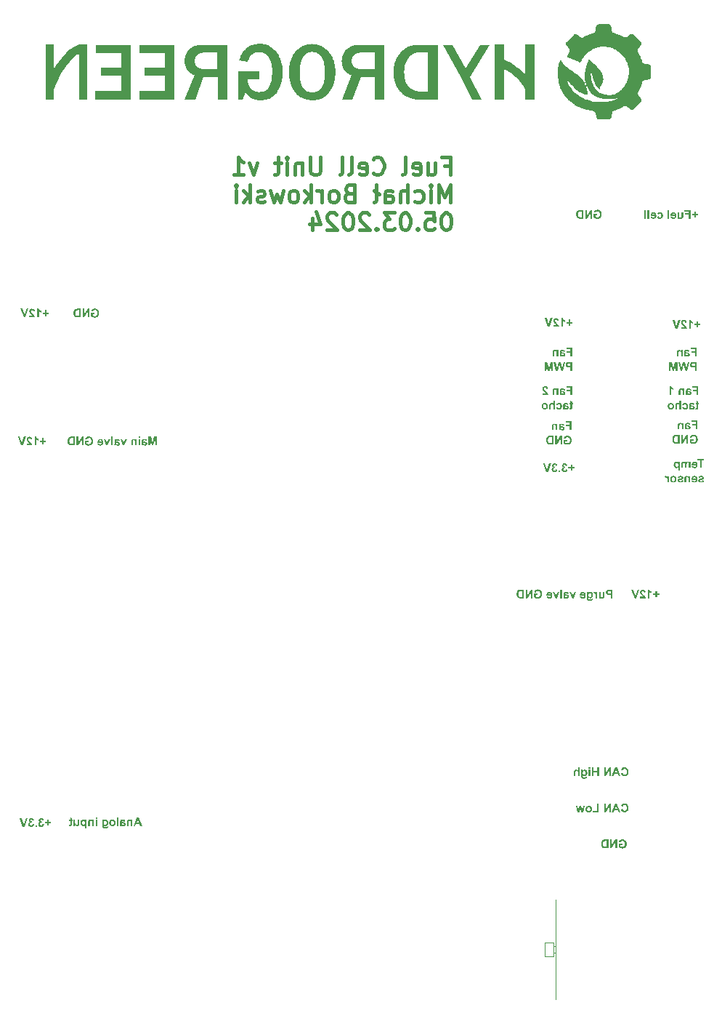
<source format=gbr>
%TF.GenerationSoftware,KiCad,Pcbnew,8.0.0*%
%TF.CreationDate,2024-03-12T16:14:46+01:00*%
%TF.ProjectId,schematic-main,73636865-6d61-4746-9963-2d6d61696e2e,rev?*%
%TF.SameCoordinates,Original*%
%TF.FileFunction,Legend,Bot*%
%TF.FilePolarity,Positive*%
%FSLAX46Y46*%
G04 Gerber Fmt 4.6, Leading zero omitted, Abs format (unit mm)*
G04 Created by KiCad (PCBNEW 8.0.0) date 2024-03-12 16:14:46*
%MOMM*%
%LPD*%
G01*
G04 APERTURE LIST*
%ADD10C,0.100000*%
%ADD11C,0.200000*%
%ADD12C,0.000000*%
%ADD13C,0.400000*%
G04 APERTURE END LIST*
D10*
X165300000Y-123900000D02*
X165600000Y-123900000D01*
X165300000Y-124700000D02*
X165600000Y-124700000D01*
X164300000Y-123500000D02*
X165300000Y-123500000D01*
X164300000Y-124300000D02*
X164300000Y-123500000D01*
X165300000Y-123500000D02*
X165300000Y-124300000D01*
X165300000Y-125100000D02*
X165300000Y-124300000D01*
X164300000Y-125100000D02*
X165300000Y-125100000D01*
X164300000Y-124300000D02*
X164300000Y-125100000D01*
X165600000Y-118500000D02*
X165600000Y-130100000D01*
D11*
G36*
X173381471Y-103739211D02*
G01*
X173184367Y-103801737D01*
X173200031Y-103851698D01*
X173218628Y-103897474D01*
X173244817Y-103946878D01*
X173275231Y-103990255D01*
X173309870Y-104027605D01*
X173335309Y-104049155D01*
X173376786Y-104076630D01*
X173422263Y-104098420D01*
X173471743Y-104114525D01*
X173525223Y-104124947D01*
X173582705Y-104129684D01*
X173602755Y-104130000D01*
X173651772Y-104127878D01*
X173709908Y-104119258D01*
X173764562Y-104104007D01*
X173815734Y-104082125D01*
X173863423Y-104053613D01*
X173907630Y-104018469D01*
X173932483Y-103994200D01*
X173969635Y-103949330D01*
X174000489Y-103899595D01*
X174025047Y-103844993D01*
X174040160Y-103797808D01*
X174051242Y-103747509D01*
X174058295Y-103694097D01*
X174061317Y-103637570D01*
X174061443Y-103622951D01*
X174059417Y-103562410D01*
X174053337Y-103505348D01*
X174043205Y-103451768D01*
X174029020Y-103401667D01*
X174010782Y-103355047D01*
X173982285Y-103301667D01*
X173947455Y-103253725D01*
X173931750Y-103236071D01*
X173889153Y-103196386D01*
X173842573Y-103163428D01*
X173792009Y-103137195D01*
X173737463Y-103117689D01*
X173678933Y-103104909D01*
X173629241Y-103099528D01*
X173590299Y-103098318D01*
X173534219Y-103101144D01*
X173481539Y-103109623D01*
X173432258Y-103123756D01*
X173386375Y-103143541D01*
X173343891Y-103168979D01*
X173304807Y-103200070D01*
X173290124Y-103214089D01*
X173257945Y-103252130D01*
X173230041Y-103297620D01*
X173209130Y-103343535D01*
X173191492Y-103395153D01*
X173187054Y-103410949D01*
X173388310Y-103442212D01*
X173405157Y-103391425D01*
X173431181Y-103348545D01*
X173462804Y-103316427D01*
X173504647Y-103290145D01*
X173552262Y-103274773D01*
X173600557Y-103270265D01*
X173653863Y-103275241D01*
X173701918Y-103290170D01*
X173744721Y-103315053D01*
X173782274Y-103349888D01*
X173812728Y-103395882D01*
X173832237Y-103446270D01*
X173843658Y-103496994D01*
X173850183Y-103554673D01*
X173851883Y-103608053D01*
X173850207Y-103664546D01*
X173845180Y-103715720D01*
X173834725Y-103770108D01*
X173819443Y-103816836D01*
X173795516Y-103861672D01*
X173783251Y-103877697D01*
X173746355Y-103912852D01*
X173704299Y-103937964D01*
X173657084Y-103953030D01*
X173604709Y-103958053D01*
X173551645Y-103951819D01*
X173503948Y-103933117D01*
X173465246Y-103905296D01*
X173431983Y-103866408D01*
X173407551Y-103821294D01*
X173390214Y-103773147D01*
X173381471Y-103739211D01*
G37*
G36*
X173117933Y-104130000D02*
G01*
X172902267Y-104130000D01*
X172819224Y-103895526D01*
X172416468Y-103895526D01*
X172328540Y-104130000D01*
X172107500Y-104130000D01*
X172268798Y-103723579D01*
X172481925Y-103723579D01*
X172756698Y-103723579D01*
X172620655Y-103364054D01*
X172481925Y-103723579D01*
X172268798Y-103723579D01*
X172510745Y-103113949D01*
X172725679Y-103113949D01*
X173117933Y-104130000D01*
G37*
G36*
X172003209Y-104130000D02*
G01*
X172003209Y-103113949D01*
X171805372Y-103113949D01*
X171393334Y-103800516D01*
X171393334Y-103113949D01*
X171204535Y-103113949D01*
X171204535Y-104130000D01*
X171408477Y-104130000D01*
X171814409Y-103453691D01*
X171814409Y-104130000D01*
X172003209Y-104130000D01*
G37*
G36*
X170605651Y-104130000D02*
G01*
X170605651Y-103113949D01*
X170402441Y-103113949D01*
X170402441Y-103520369D01*
X170003837Y-103520369D01*
X170003837Y-103113949D01*
X169800627Y-103113949D01*
X169800627Y-104130000D01*
X170003837Y-104130000D01*
X170003837Y-103692316D01*
X170402441Y-103692316D01*
X170402441Y-104130000D01*
X170605651Y-104130000D01*
G37*
G36*
X169597661Y-103285896D02*
G01*
X169597661Y-103113949D01*
X169404465Y-103113949D01*
X169404465Y-103285896D01*
X169597661Y-103285896D01*
G37*
G36*
X169597661Y-104130000D02*
G01*
X169597661Y-103395317D01*
X169404465Y-103395317D01*
X169404465Y-104130000D01*
X169597661Y-104130000D01*
G37*
G36*
X168976433Y-103381208D02*
G01*
X169029432Y-103391201D01*
X169078341Y-103410520D01*
X169123158Y-103439166D01*
X169163886Y-103477138D01*
X169184551Y-103502860D01*
X169210382Y-103546538D01*
X169230014Y-103596329D01*
X169243447Y-103652234D01*
X169249905Y-103703491D01*
X169252057Y-103758995D01*
X169250412Y-103803768D01*
X169244092Y-103854395D01*
X169230728Y-103909184D01*
X169210913Y-103959368D01*
X169184646Y-104004947D01*
X169173691Y-104020090D01*
X169137950Y-104059658D01*
X169097899Y-104090432D01*
X169053537Y-104112414D01*
X169004865Y-104125603D01*
X168951883Y-104130000D01*
X168911770Y-104127370D01*
X168859319Y-104114853D01*
X168811192Y-104092027D01*
X168767389Y-104058893D01*
X168733285Y-104022288D01*
X168733285Y-104127801D01*
X168734353Y-104167034D01*
X168742322Y-104215484D01*
X168747615Y-104227380D01*
X168780669Y-104263845D01*
X168793417Y-104270318D01*
X168842683Y-104283155D01*
X168893997Y-104286315D01*
X168933897Y-104283842D01*
X168980703Y-104268729D01*
X168983121Y-104267123D01*
X169006105Y-104223789D01*
X169226656Y-104192526D01*
X169227145Y-104214508D01*
X169226464Y-104231535D01*
X169214366Y-104284200D01*
X169187147Y-104330568D01*
X169149720Y-104366915D01*
X169144760Y-104370612D01*
X169097510Y-104395959D01*
X169045123Y-104411978D01*
X168992014Y-104421131D01*
X168941972Y-104425532D01*
X168886670Y-104426999D01*
X168874500Y-104426918D01*
X168823040Y-104424546D01*
X168772207Y-104418058D01*
X168724004Y-104406238D01*
X168708350Y-104400800D01*
X168663060Y-104379699D01*
X168621422Y-104348841D01*
X168609786Y-104336718D01*
X168581710Y-104295605D01*
X168561583Y-104247969D01*
X168552286Y-104211745D01*
X168545003Y-104161176D01*
X168541350Y-104107499D01*
X168540334Y-104053796D01*
X168540334Y-103757041D01*
X168729866Y-103757041D01*
X168731059Y-103791613D01*
X168737928Y-103841198D01*
X168752955Y-103888551D01*
X168778715Y-103930697D01*
X168804498Y-103956343D01*
X168848267Y-103981072D01*
X168898149Y-103989316D01*
X168926007Y-103986581D01*
X168972472Y-103966990D01*
X169009280Y-103932163D01*
X169028941Y-103899465D01*
X169044346Y-103852826D01*
X169052070Y-103802612D01*
X169054221Y-103751912D01*
X169053518Y-103723541D01*
X169047901Y-103672433D01*
X169034866Y-103623914D01*
X169009280Y-103577522D01*
X168988354Y-103555253D01*
X168943353Y-103528406D01*
X168894730Y-103520369D01*
X168860612Y-103524018D01*
X168815218Y-103543172D01*
X168776761Y-103578743D01*
X168756244Y-103611686D01*
X168740170Y-103658015D01*
X168732110Y-103707436D01*
X168729866Y-103757041D01*
X168540334Y-103757041D01*
X168540334Y-103395317D01*
X168721073Y-103395317D01*
X168721073Y-103492770D01*
X168749707Y-103460192D01*
X168793682Y-103423859D01*
X168842192Y-103398349D01*
X168895236Y-103383661D01*
X168944311Y-103379685D01*
X168976433Y-103381208D01*
G37*
G36*
X168161513Y-103113949D02*
G01*
X168161513Y-103483733D01*
X168125237Y-103448373D01*
X168079660Y-103416366D01*
X168030576Y-103394317D01*
X167977986Y-103382226D01*
X167938275Y-103379685D01*
X167886276Y-103383797D01*
X167838630Y-103396132D01*
X167818108Y-103404598D01*
X167773757Y-103430959D01*
X167739228Y-103465703D01*
X167737507Y-103468101D01*
X167713527Y-103511516D01*
X167700382Y-103553831D01*
X167693537Y-103604821D01*
X167690848Y-103658856D01*
X167690369Y-103699644D01*
X167690369Y-104130000D01*
X167883320Y-104130000D01*
X167883320Y-103737257D01*
X167884007Y-103684211D01*
X167886798Y-103632886D01*
X167894311Y-103589002D01*
X167921771Y-103547672D01*
X167933146Y-103538932D01*
X167980363Y-103521838D01*
X168002755Y-103520369D01*
X168053640Y-103527943D01*
X168088729Y-103544305D01*
X168124904Y-103578609D01*
X168144172Y-103615868D01*
X168156026Y-103666545D01*
X168160683Y-103718694D01*
X168161513Y-103757529D01*
X168161513Y-104130000D01*
X168354465Y-104130000D01*
X168354465Y-103113949D01*
X168161513Y-103113949D01*
G37*
G36*
X173370794Y-107939211D02*
G01*
X173173690Y-108001737D01*
X173189354Y-108051698D01*
X173207951Y-108097474D01*
X173234140Y-108146878D01*
X173264554Y-108190255D01*
X173299193Y-108227605D01*
X173324632Y-108249155D01*
X173366109Y-108276630D01*
X173411586Y-108298420D01*
X173461066Y-108314525D01*
X173514546Y-108324947D01*
X173572028Y-108329684D01*
X173592078Y-108330000D01*
X173641095Y-108327878D01*
X173699231Y-108319258D01*
X173753885Y-108304007D01*
X173805057Y-108282125D01*
X173852746Y-108253613D01*
X173896953Y-108218469D01*
X173921806Y-108194200D01*
X173958958Y-108149330D01*
X173989812Y-108099595D01*
X174014370Y-108044993D01*
X174029483Y-107997808D01*
X174040565Y-107947509D01*
X174047618Y-107894097D01*
X174050640Y-107837570D01*
X174050766Y-107822951D01*
X174048740Y-107762410D01*
X174042660Y-107705348D01*
X174032528Y-107651768D01*
X174018343Y-107601667D01*
X174000105Y-107555047D01*
X173971608Y-107501667D01*
X173936778Y-107453725D01*
X173921073Y-107436071D01*
X173878476Y-107396386D01*
X173831896Y-107363428D01*
X173781332Y-107337195D01*
X173726786Y-107317689D01*
X173668256Y-107304909D01*
X173618564Y-107299528D01*
X173579622Y-107298318D01*
X173523542Y-107301144D01*
X173470862Y-107309623D01*
X173421581Y-107323756D01*
X173375698Y-107343541D01*
X173333214Y-107368979D01*
X173294130Y-107400070D01*
X173279447Y-107414089D01*
X173247268Y-107452130D01*
X173219364Y-107497620D01*
X173198453Y-107543535D01*
X173180815Y-107595153D01*
X173176377Y-107610949D01*
X173377633Y-107642212D01*
X173394480Y-107591425D01*
X173420504Y-107548545D01*
X173452127Y-107516427D01*
X173493970Y-107490145D01*
X173541585Y-107474773D01*
X173589880Y-107470265D01*
X173643186Y-107475241D01*
X173691241Y-107490170D01*
X173734044Y-107515053D01*
X173771597Y-107549888D01*
X173802051Y-107595882D01*
X173821560Y-107646270D01*
X173832981Y-107696994D01*
X173839506Y-107754673D01*
X173841206Y-107808053D01*
X173839530Y-107864546D01*
X173834503Y-107915720D01*
X173824048Y-107970108D01*
X173808766Y-108016836D01*
X173784839Y-108061672D01*
X173772574Y-108077697D01*
X173735678Y-108112852D01*
X173693622Y-108137964D01*
X173646407Y-108153030D01*
X173594032Y-108158053D01*
X173540968Y-108151819D01*
X173493271Y-108133117D01*
X173454569Y-108105296D01*
X173421306Y-108066408D01*
X173396874Y-108021294D01*
X173379537Y-107973147D01*
X173370794Y-107939211D01*
G37*
G36*
X173107256Y-108330000D02*
G01*
X172891590Y-108330000D01*
X172808547Y-108095526D01*
X172405791Y-108095526D01*
X172317863Y-108330000D01*
X172096823Y-108330000D01*
X172258121Y-107923579D01*
X172471248Y-107923579D01*
X172746021Y-107923579D01*
X172609978Y-107564054D01*
X172471248Y-107923579D01*
X172258121Y-107923579D01*
X172500068Y-107313949D01*
X172715002Y-107313949D01*
X173107256Y-108330000D01*
G37*
G36*
X171992532Y-108330000D02*
G01*
X171992532Y-107313949D01*
X171794695Y-107313949D01*
X171382657Y-108000516D01*
X171382657Y-107313949D01*
X171193858Y-107313949D01*
X171193858Y-108330000D01*
X171397800Y-108330000D01*
X171803732Y-107653691D01*
X171803732Y-108330000D01*
X171992532Y-108330000D01*
G37*
G36*
X170590089Y-108330000D02*
G01*
X170590089Y-107313949D01*
X170386879Y-107313949D01*
X170386879Y-108158053D01*
X169881297Y-108158053D01*
X169881297Y-108330000D01*
X170590089Y-108330000D01*
G37*
G36*
X169463367Y-107582662D02*
G01*
X169513100Y-107591592D01*
X169560331Y-107606476D01*
X169605058Y-107627313D01*
X169636273Y-107646676D01*
X169677880Y-107681355D01*
X169713227Y-107722797D01*
X169739391Y-107765310D01*
X169755494Y-107799422D01*
X169771782Y-107845599D01*
X169783026Y-107898497D01*
X169786775Y-107952400D01*
X169786589Y-107968034D01*
X169783026Y-108020396D01*
X169774929Y-108069087D01*
X169760122Y-108120241D01*
X169739391Y-108166601D01*
X169720094Y-108198088D01*
X169685417Y-108239749D01*
X169643862Y-108274724D01*
X169601150Y-108300202D01*
X169555019Y-108320077D01*
X169507727Y-108334274D01*
X169459275Y-108342792D01*
X169409664Y-108345631D01*
X169389638Y-108345204D01*
X169332147Y-108338792D01*
X169278538Y-108324687D01*
X169228809Y-108302889D01*
X169182962Y-108273396D01*
X169140996Y-108236210D01*
X169121878Y-108215196D01*
X169089283Y-108170179D01*
X169064210Y-108121178D01*
X169046659Y-108068192D01*
X169036630Y-108011223D01*
X169034043Y-107961193D01*
X169232588Y-107961193D01*
X169233840Y-107996986D01*
X169241053Y-108048525D01*
X169256831Y-108098077D01*
X169283879Y-108142665D01*
X169314524Y-108172772D01*
X169361396Y-108197588D01*
X169410396Y-108204947D01*
X169450955Y-108200021D01*
X169499144Y-108178125D01*
X169537403Y-108142665D01*
X169557483Y-108112680D01*
X169576054Y-108066400D01*
X169585717Y-108017964D01*
X169588938Y-107962658D01*
X169587680Y-107927293D01*
X169580433Y-107876315D01*
X169564579Y-107827212D01*
X169537403Y-107782896D01*
X169506521Y-107752670D01*
X169459454Y-107727758D01*
X169410396Y-107720369D01*
X169369876Y-107725315D01*
X169321859Y-107747297D01*
X169283879Y-107782896D01*
X169263893Y-107812715D01*
X169245410Y-107858611D01*
X169235793Y-107906543D01*
X169232588Y-107961193D01*
X169034043Y-107961193D01*
X169034018Y-107960704D01*
X169034948Y-107930249D01*
X169040628Y-107881722D01*
X169054261Y-107827174D01*
X169075330Y-107776644D01*
X169103834Y-107730133D01*
X169139775Y-107687641D01*
X169160131Y-107668348D01*
X169203997Y-107635455D01*
X169252071Y-107610153D01*
X169304352Y-107592442D01*
X169360841Y-107582321D01*
X169411129Y-107579685D01*
X169463367Y-107582662D01*
G37*
G36*
X168751429Y-108330000D02*
G01*
X168982239Y-107595317D01*
X168794660Y-107595317D01*
X168657884Y-108076720D01*
X168532099Y-107595317D01*
X168345986Y-107595317D01*
X168224353Y-108076720D01*
X168085135Y-107595317D01*
X167894625Y-107595317D01*
X168129098Y-108330000D01*
X168314479Y-108330000D01*
X168440264Y-107857390D01*
X168563851Y-108330000D01*
X168751429Y-108330000D01*
G37*
G36*
X173337926Y-112154842D02*
G01*
X173337926Y-111982896D01*
X172899510Y-111982896D01*
X172899510Y-112391270D01*
X172940026Y-112424594D01*
X172983631Y-112452270D01*
X173027646Y-112474984D01*
X173077130Y-112496295D01*
X173084646Y-112499225D01*
X173137799Y-112517307D01*
X173191255Y-112530948D01*
X173245016Y-112540148D01*
X173299080Y-112544906D01*
X173330110Y-112545631D01*
X173387944Y-112543287D01*
X173442927Y-112536254D01*
X173495060Y-112524534D01*
X173544342Y-112508125D01*
X173590773Y-112487027D01*
X173605616Y-112478953D01*
X173647619Y-112451939D01*
X173685518Y-112420907D01*
X173724545Y-112379624D01*
X173753551Y-112339885D01*
X173778453Y-112296127D01*
X173782204Y-112288443D01*
X173802291Y-112241151D01*
X173818222Y-112192330D01*
X173829997Y-112141981D01*
X173837616Y-112090103D01*
X173841080Y-112036697D01*
X173841310Y-112018555D01*
X173838992Y-111960449D01*
X173832037Y-111904833D01*
X173820445Y-111851708D01*
X173804216Y-111801072D01*
X173783351Y-111752927D01*
X173775365Y-111737431D01*
X173748489Y-111693287D01*
X173717319Y-111653179D01*
X173681856Y-111617107D01*
X173642100Y-111585070D01*
X173598050Y-111557069D01*
X173582413Y-111548632D01*
X173530985Y-111526619D01*
X173481151Y-111512518D01*
X173426807Y-111503231D01*
X173376635Y-111499104D01*
X173341345Y-111498318D01*
X173284737Y-111500345D01*
X173232147Y-111506427D01*
X173183576Y-111516564D01*
X173130596Y-111534081D01*
X173083404Y-111557437D01*
X173048498Y-111581360D01*
X173011576Y-111614734D01*
X172979942Y-111652572D01*
X172953598Y-111694876D01*
X172932544Y-111741645D01*
X172916779Y-111792878D01*
X172912699Y-111810949D01*
X173114688Y-111842212D01*
X173131642Y-111795715D01*
X173158776Y-111752117D01*
X173194800Y-111716427D01*
X173238563Y-111690145D01*
X173289253Y-111674773D01*
X173341345Y-111670265D01*
X173397071Y-111674367D01*
X173447560Y-111686674D01*
X173492814Y-111707185D01*
X173532832Y-111735901D01*
X173553348Y-111755994D01*
X173583993Y-111797379D01*
X173607110Y-111846735D01*
X173620935Y-111895384D01*
X173629229Y-111949889D01*
X173631918Y-111999784D01*
X173631994Y-112010251D01*
X173630050Y-112064819D01*
X173624219Y-112114951D01*
X173612089Y-112169253D01*
X173594360Y-112217166D01*
X173566601Y-112264991D01*
X173552371Y-112282826D01*
X173515068Y-112318229D01*
X173473044Y-112344936D01*
X173426298Y-112362948D01*
X173374830Y-112372264D01*
X173343299Y-112373684D01*
X173291424Y-112369452D01*
X173243396Y-112358031D01*
X173215316Y-112348039D01*
X173169681Y-112327259D01*
X173125979Y-112301259D01*
X173104918Y-112285757D01*
X173104918Y-112154842D01*
X173337926Y-112154842D01*
G37*
G36*
X172715839Y-112530000D02*
G01*
X172715839Y-111513949D01*
X172518003Y-111513949D01*
X172105965Y-112200516D01*
X172105965Y-111513949D01*
X171917165Y-111513949D01*
X171917165Y-112530000D01*
X172121108Y-112530000D01*
X172527040Y-111853691D01*
X172527040Y-112530000D01*
X172715839Y-112530000D01*
G37*
G36*
X171708582Y-112530000D02*
G01*
X171325853Y-112530000D01*
X171298410Y-112529664D01*
X171247761Y-112526977D01*
X171197531Y-112520743D01*
X171145846Y-112508506D01*
X171134755Y-112504783D01*
X171088411Y-112485811D01*
X171043760Y-112460471D01*
X171002964Y-112427418D01*
X170998615Y-112423087D01*
X170966104Y-112385470D01*
X170937653Y-112342571D01*
X170913264Y-112294390D01*
X170895253Y-112247899D01*
X170891497Y-112236407D01*
X170878896Y-112187749D01*
X170870172Y-112134787D01*
X170865719Y-112084913D01*
X170864234Y-112031744D01*
X170864374Y-112022219D01*
X171074528Y-112022219D01*
X171074852Y-112050879D01*
X171077447Y-112103574D01*
X171083468Y-112155485D01*
X171095288Y-112208332D01*
X171099242Y-112220772D01*
X171118858Y-112266889D01*
X171148533Y-112306273D01*
X171182690Y-112330223D01*
X171230354Y-112348283D01*
X171249185Y-112352090D01*
X171300449Y-112356898D01*
X171353453Y-112358053D01*
X171505128Y-112358053D01*
X171505128Y-111685896D01*
X171413781Y-111685896D01*
X171406091Y-111685906D01*
X171350323Y-111686669D01*
X171299810Y-111688987D01*
X171246963Y-111695666D01*
X171243411Y-111696467D01*
X171194878Y-111713862D01*
X171152929Y-111743538D01*
X171143908Y-111752765D01*
X171114699Y-111795119D01*
X171095288Y-111841723D01*
X171089307Y-111862745D01*
X171080387Y-111912767D01*
X171075825Y-111966882D01*
X171074528Y-112022219D01*
X170864374Y-112022219D01*
X170864750Y-111996737D01*
X170867454Y-111946903D01*
X170873540Y-111892822D01*
X170882782Y-111843112D01*
X170897207Y-111791653D01*
X170908251Y-111761939D01*
X170931855Y-111712179D01*
X170960251Y-111667211D01*
X170993439Y-111627034D01*
X171013821Y-111606970D01*
X171053606Y-111575903D01*
X171097370Y-111551328D01*
X171145114Y-111533244D01*
X171181826Y-111524803D01*
X171232069Y-111518189D01*
X171284677Y-111514873D01*
X171336844Y-111513949D01*
X171708582Y-111513949D01*
X171708582Y-112530000D01*
G37*
G36*
X177377843Y-83289316D02*
G01*
X177377843Y-83023579D01*
X177641625Y-83023579D01*
X177641625Y-82851632D01*
X177377843Y-82851632D01*
X177377843Y-82585896D01*
X177201988Y-82585896D01*
X177201988Y-82851632D01*
X176937473Y-82851632D01*
X176937473Y-83023579D01*
X177201988Y-83023579D01*
X177201988Y-83289316D01*
X177377843Y-83289316D01*
G37*
G36*
X176329553Y-83430000D02*
G01*
X176522505Y-83430000D01*
X176522505Y-82694829D01*
X176563495Y-82732638D01*
X176607146Y-82766567D01*
X176653460Y-82796615D01*
X176702435Y-82822781D01*
X176754073Y-82845067D01*
X176771877Y-82851632D01*
X176771877Y-82664054D01*
X176723419Y-82644696D01*
X176677605Y-82620013D01*
X176635130Y-82592299D01*
X176607745Y-82572219D01*
X176566896Y-82536864D01*
X176533007Y-82498702D01*
X176506079Y-82457730D01*
X176486113Y-82413949D01*
X176329553Y-82413949D01*
X176329553Y-83430000D01*
G37*
G36*
X175392882Y-83242421D02*
G01*
X175392882Y-83430000D01*
X176069678Y-83430000D01*
X176061435Y-83380235D01*
X176047697Y-83331814D01*
X176028463Y-83284736D01*
X176003733Y-83239002D01*
X175974560Y-83196648D01*
X175941386Y-83155861D01*
X175907983Y-83118711D01*
X175869344Y-83078686D01*
X175825470Y-83035788D01*
X175786601Y-82999399D01*
X175748235Y-82963597D01*
X175708714Y-82925655D01*
X175671591Y-82888314D01*
X175638082Y-82851260D01*
X175626378Y-82836001D01*
X175602118Y-82791694D01*
X175588471Y-82744159D01*
X175586566Y-82718764D01*
X175593205Y-82668428D01*
X175617049Y-82624755D01*
X175621249Y-82620334D01*
X175665543Y-82593463D01*
X175716992Y-82585896D01*
X175768304Y-82593839D01*
X175810970Y-82619820D01*
X175813224Y-82622044D01*
X175840053Y-82666452D01*
X175852012Y-82717124D01*
X175854501Y-82742212D01*
X176046964Y-82723161D01*
X176039826Y-82673772D01*
X176026523Y-82620535D01*
X176008050Y-82573875D01*
X175979965Y-82527751D01*
X175944844Y-82490580D01*
X175939253Y-82486001D01*
X175897340Y-82457926D01*
X175851103Y-82436747D01*
X175800542Y-82422463D01*
X175745656Y-82415075D01*
X175712351Y-82413949D01*
X175658722Y-82416766D01*
X175609575Y-82425215D01*
X175557901Y-82442192D01*
X175512329Y-82466835D01*
X175478122Y-82494061D01*
X175444908Y-82530885D01*
X175416939Y-82577577D01*
X175399624Y-82629185D01*
X175393215Y-82678374D01*
X175392882Y-82693119D01*
X175396316Y-82742967D01*
X175406620Y-82791030D01*
X175417306Y-82822079D01*
X175439608Y-82868733D01*
X175467052Y-82913008D01*
X175494487Y-82950307D01*
X175528765Y-82989141D01*
X175564841Y-83025480D01*
X175604371Y-83062971D01*
X175621004Y-83078290D01*
X175657766Y-83112063D01*
X175695621Y-83147655D01*
X175731608Y-83183512D01*
X175736775Y-83189176D01*
X175767091Y-83227742D01*
X175776343Y-83242421D01*
X175392882Y-83242421D01*
G37*
G36*
X174966678Y-83430000D02*
G01*
X175326692Y-82413949D01*
X175106140Y-82413949D01*
X174851395Y-83164263D01*
X174604710Y-82413949D01*
X174389043Y-82413949D01*
X174749546Y-83430000D01*
X174966678Y-83430000D01*
G37*
G36*
X172197662Y-83430000D02*
G01*
X171994207Y-83430000D01*
X171994207Y-83039211D01*
X171861584Y-83039211D01*
X171804330Y-83038521D01*
X171753318Y-83036453D01*
X171702661Y-83032400D01*
X171650802Y-83024801D01*
X171634058Y-83020547D01*
X171587682Y-83002354D01*
X171545289Y-82977173D01*
X171523500Y-82960168D01*
X171487625Y-82921703D01*
X171459804Y-82878255D01*
X171455723Y-82870264D01*
X171437981Y-82822218D01*
X171428765Y-82772530D01*
X171426256Y-82725847D01*
X171635659Y-82725847D01*
X171638888Y-82757309D01*
X171658618Y-82803028D01*
X171678310Y-82825468D01*
X171722121Y-82851877D01*
X171727500Y-82853740D01*
X171777627Y-82862921D01*
X171827725Y-82866302D01*
X171882833Y-82867264D01*
X171994207Y-82867264D01*
X171994207Y-82585896D01*
X171896022Y-82585896D01*
X171851454Y-82586223D01*
X171799992Y-82587826D01*
X171749720Y-82592735D01*
X171707048Y-82606774D01*
X171667899Y-82636699D01*
X171643719Y-82676571D01*
X171635659Y-82725847D01*
X171426256Y-82725847D01*
X171426099Y-82722916D01*
X171428892Y-82672565D01*
X171438925Y-82620202D01*
X171456255Y-82573365D01*
X171484473Y-82527278D01*
X171503406Y-82504917D01*
X171540973Y-82471218D01*
X171583022Y-82445944D01*
X171629553Y-82429092D01*
X171650268Y-82424730D01*
X171703484Y-82418741D01*
X171759033Y-82415739D01*
X171816506Y-82414319D01*
X171871353Y-82413949D01*
X172197662Y-82413949D01*
X172197662Y-83430000D01*
G37*
G36*
X170785938Y-83430000D02*
G01*
X170785938Y-83320823D01*
X170819334Y-83361066D01*
X170859806Y-83394233D01*
X170890718Y-83412414D01*
X170936111Y-83431326D01*
X170987671Y-83443004D01*
X171027739Y-83445631D01*
X171080598Y-83441063D01*
X171129267Y-83427359D01*
X171159385Y-83413147D01*
X171201493Y-83382440D01*
X171232960Y-83343107D01*
X171243893Y-83322044D01*
X171259819Y-83271612D01*
X171267475Y-83219982D01*
X171270002Y-83166051D01*
X171270027Y-83159623D01*
X171270027Y-82695317D01*
X171077076Y-82695317D01*
X171077076Y-83036524D01*
X171076706Y-83090975D01*
X171075342Y-83143735D01*
X171072112Y-83194534D01*
X171066573Y-83228499D01*
X171042166Y-83271613D01*
X171027739Y-83284431D01*
X170981740Y-83302944D01*
X170956175Y-83304947D01*
X170906650Y-83297158D01*
X170867759Y-83277348D01*
X170831404Y-83242125D01*
X170814026Y-83208960D01*
X170804696Y-83156070D01*
X170801318Y-83104089D01*
X170799841Y-83046458D01*
X170799616Y-83008436D01*
X170799616Y-82695317D01*
X170606664Y-82695317D01*
X170606664Y-83430000D01*
X170785938Y-83430000D01*
G37*
G36*
X170226378Y-83430000D02*
G01*
X170419330Y-83430000D01*
X170419330Y-82695317D01*
X170240055Y-82695317D01*
X170240055Y-82799120D01*
X170212263Y-82758109D01*
X170178843Y-82719558D01*
X170157501Y-82702644D01*
X170110175Y-82683475D01*
X170073726Y-82679685D01*
X170024954Y-82685250D01*
X169977555Y-82701942D01*
X169946720Y-82719253D01*
X170006559Y-82899016D01*
X170050798Y-82876225D01*
X170097173Y-82867264D01*
X170145128Y-82876731D01*
X170166050Y-82889246D01*
X170196485Y-82930557D01*
X170210258Y-82968625D01*
X170219435Y-83022781D01*
X170223292Y-83072721D01*
X170225370Y-83125108D01*
X170226236Y-83175520D01*
X170226378Y-83208715D01*
X170226378Y-83430000D01*
G37*
G36*
X169634703Y-82681208D02*
G01*
X169687702Y-82691201D01*
X169736611Y-82710520D01*
X169781429Y-82739166D01*
X169822156Y-82777138D01*
X169842821Y-82802860D01*
X169868653Y-82846538D01*
X169888285Y-82896329D01*
X169901717Y-82952234D01*
X169908175Y-83003491D01*
X169910327Y-83058995D01*
X169908682Y-83103768D01*
X169902362Y-83154395D01*
X169888998Y-83209184D01*
X169869183Y-83259368D01*
X169842916Y-83304947D01*
X169831961Y-83320090D01*
X169796220Y-83359658D01*
X169756169Y-83390432D01*
X169711808Y-83412414D01*
X169663136Y-83425603D01*
X169610153Y-83430000D01*
X169570040Y-83427370D01*
X169517589Y-83414853D01*
X169469462Y-83392027D01*
X169425659Y-83358893D01*
X169391556Y-83322288D01*
X169391556Y-83427801D01*
X169392624Y-83467034D01*
X169400593Y-83515484D01*
X169405885Y-83527380D01*
X169438939Y-83563845D01*
X169451688Y-83570318D01*
X169500954Y-83583155D01*
X169552267Y-83586315D01*
X169592167Y-83583842D01*
X169638974Y-83568729D01*
X169641391Y-83567123D01*
X169664375Y-83523789D01*
X169884926Y-83492526D01*
X169885415Y-83514508D01*
X169884734Y-83531535D01*
X169872637Y-83584200D01*
X169845417Y-83630568D01*
X169807990Y-83666915D01*
X169803030Y-83670612D01*
X169755781Y-83695959D01*
X169703393Y-83711978D01*
X169650284Y-83721131D01*
X169600242Y-83725532D01*
X169544940Y-83726999D01*
X169532770Y-83726918D01*
X169481310Y-83724546D01*
X169430477Y-83718058D01*
X169382274Y-83706238D01*
X169366620Y-83700800D01*
X169321331Y-83679699D01*
X169279692Y-83648841D01*
X169268056Y-83636718D01*
X169239980Y-83595605D01*
X169219853Y-83547969D01*
X169210556Y-83511745D01*
X169203273Y-83461176D01*
X169199621Y-83407499D01*
X169198604Y-83353796D01*
X169198604Y-83057041D01*
X169388136Y-83057041D01*
X169389329Y-83091613D01*
X169396198Y-83141198D01*
X169411225Y-83188551D01*
X169436985Y-83230697D01*
X169462768Y-83256343D01*
X169506537Y-83281072D01*
X169556420Y-83289316D01*
X169584277Y-83286581D01*
X169630742Y-83266990D01*
X169667550Y-83232163D01*
X169687212Y-83199465D01*
X169702616Y-83152826D01*
X169710340Y-83102612D01*
X169712491Y-83051912D01*
X169711789Y-83023541D01*
X169706171Y-82972433D01*
X169693136Y-82923914D01*
X169667550Y-82877522D01*
X169646625Y-82855253D01*
X169601624Y-82828406D01*
X169553000Y-82820369D01*
X169518883Y-82824018D01*
X169473488Y-82843172D01*
X169435031Y-82878743D01*
X169414515Y-82911686D01*
X169398440Y-82958015D01*
X169390380Y-83007436D01*
X169388136Y-83057041D01*
X169198604Y-83057041D01*
X169198604Y-82695317D01*
X169379344Y-82695317D01*
X169379344Y-82792770D01*
X169407978Y-82760192D01*
X169451952Y-82723859D01*
X169500462Y-82698349D01*
X169553506Y-82683661D01*
X169602581Y-82679685D01*
X169634703Y-82681208D01*
G37*
G36*
X168751748Y-82680089D02*
G01*
X168803205Y-82686143D01*
X168851124Y-82699461D01*
X168895506Y-82720043D01*
X168936350Y-82747889D01*
X168973656Y-82783000D01*
X168995867Y-82810004D01*
X169023631Y-82855147D01*
X169044731Y-82905854D01*
X169059168Y-82962126D01*
X169066109Y-83013269D01*
X169068422Y-83068276D01*
X169065889Y-83123591D01*
X169058290Y-83175231D01*
X169045625Y-83223196D01*
X169024446Y-83274511D01*
X168996371Y-83320823D01*
X168965404Y-83356778D01*
X168921852Y-83391881D01*
X168871328Y-83418207D01*
X168823899Y-83433443D01*
X168771628Y-83442584D01*
X168714515Y-83445631D01*
X168663870Y-83443153D01*
X168610712Y-83434254D01*
X168562593Y-83418882D01*
X168514480Y-83393852D01*
X168485949Y-83372677D01*
X168448820Y-83334668D01*
X168418492Y-83289163D01*
X168397243Y-83242421D01*
X168589706Y-83211158D01*
X168603743Y-83244348D01*
X168636601Y-83282721D01*
X168663984Y-83297112D01*
X168712561Y-83304947D01*
X168736792Y-83303213D01*
X168783992Y-83287554D01*
X168823935Y-83255610D01*
X168849613Y-83217015D01*
X168865190Y-83169070D01*
X168870586Y-83117369D01*
X168386985Y-83117369D01*
X168386821Y-83103589D01*
X168388090Y-83050709D01*
X168393743Y-82992316D01*
X168578715Y-82992316D01*
X168867166Y-82992316D01*
X168865477Y-82959166D01*
X168853226Y-82909678D01*
X168826622Y-82866531D01*
X168815963Y-82855712D01*
X168773307Y-82829205D01*
X168722330Y-82820369D01*
X168711404Y-82820756D01*
X168661477Y-82834280D01*
X168621946Y-82864333D01*
X168599988Y-82895617D01*
X168583777Y-82943611D01*
X168578715Y-82992316D01*
X168393743Y-82992316D01*
X168394002Y-82989642D01*
X168404720Y-82934169D01*
X168420244Y-82884288D01*
X168445217Y-82831815D01*
X168477110Y-82787397D01*
X168495345Y-82768147D01*
X168535433Y-82735329D01*
X168580347Y-82710084D01*
X168630087Y-82692413D01*
X168684652Y-82682315D01*
X168733810Y-82679685D01*
X168751748Y-82680089D01*
G37*
G36*
X167643998Y-83430000D02*
G01*
X167938066Y-82695317D01*
X167735345Y-82695317D01*
X167598080Y-83070230D01*
X167558269Y-83195526D01*
X167543004Y-83148586D01*
X167538241Y-83132512D01*
X167523128Y-83085846D01*
X167517725Y-83070230D01*
X167378995Y-82695317D01*
X167180425Y-82695317D01*
X167470341Y-83430000D01*
X167643998Y-83430000D01*
G37*
G36*
X166798340Y-82679880D02*
G01*
X166847553Y-82682800D01*
X166898760Y-82690633D01*
X166949097Y-82705425D01*
X166995289Y-82729511D01*
X167020814Y-82750085D01*
X167053500Y-82788029D01*
X167079461Y-82834474D01*
X167096894Y-82882896D01*
X166921772Y-82914159D01*
X166906854Y-82879388D01*
X166875122Y-82841130D01*
X166845389Y-82826938D01*
X166794521Y-82820369D01*
X166789806Y-82820393D01*
X166737193Y-82824998D01*
X166690963Y-82844549D01*
X166670263Y-82876912D01*
X166663363Y-82925638D01*
X166663363Y-82945422D01*
X166694687Y-82956764D01*
X166742335Y-82970071D01*
X166795717Y-82982386D01*
X166850942Y-82993538D01*
X166857170Y-82994765D01*
X166909078Y-83006394D01*
X166958008Y-83020538D01*
X167004570Y-83039211D01*
X167017511Y-83046107D01*
X167056975Y-83075953D01*
X167087369Y-83114682D01*
X167095883Y-83130357D01*
X167112045Y-83177802D01*
X167116922Y-83226545D01*
X167115907Y-83249783D01*
X167106200Y-83298299D01*
X167083359Y-83346089D01*
X167051953Y-83383593D01*
X167025916Y-83404676D01*
X166980580Y-83428122D01*
X166927710Y-83441754D01*
X166874389Y-83445631D01*
X166850667Y-83444764D01*
X166801154Y-83436934D01*
X166754221Y-83420963D01*
X166729865Y-83408978D01*
X166686368Y-83380395D01*
X166648220Y-83346713D01*
X166641381Y-83370404D01*
X166638030Y-83382292D01*
X166622819Y-83430000D01*
X166432065Y-83430000D01*
X166433637Y-83426724D01*
X166453436Y-83379136D01*
X166466748Y-83331570D01*
X166472403Y-83289987D01*
X166475295Y-83239318D01*
X166476029Y-83188932D01*
X166475032Y-83086106D01*
X166663363Y-83086106D01*
X166663363Y-83122498D01*
X166664258Y-83162814D01*
X166670935Y-83211891D01*
X166682544Y-83237124D01*
X166716852Y-83272463D01*
X166719818Y-83274461D01*
X166765457Y-83296826D01*
X166816503Y-83304947D01*
X166849190Y-83301032D01*
X166893440Y-83277103D01*
X166909411Y-83258523D01*
X166923726Y-83210425D01*
X166918402Y-83183039D01*
X166885868Y-83145945D01*
X166876800Y-83141048D01*
X166829508Y-83125218D01*
X166780844Y-83114193D01*
X166761430Y-83110175D01*
X166711296Y-83098989D01*
X166663363Y-83086106D01*
X166475032Y-83086106D01*
X166473831Y-82962274D01*
X166474058Y-82939250D01*
X166476890Y-82884673D01*
X166483944Y-82835135D01*
X166499720Y-82788618D01*
X166510660Y-82771433D01*
X166546470Y-82735877D01*
X166588625Y-82710460D01*
X166624269Y-82696996D01*
X166674258Y-82686447D01*
X166727484Y-82681158D01*
X166780844Y-82679685D01*
X166798340Y-82679880D01*
G37*
G36*
X166287473Y-83430000D02*
G01*
X166287473Y-82413949D01*
X166094277Y-82413949D01*
X166094277Y-83430000D01*
X166287473Y-83430000D01*
G37*
G36*
X165697871Y-83430000D02*
G01*
X165991939Y-82695317D01*
X165789218Y-82695317D01*
X165651953Y-83070230D01*
X165612142Y-83195526D01*
X165596877Y-83148586D01*
X165592114Y-83132512D01*
X165577001Y-83085846D01*
X165571598Y-83070230D01*
X165432868Y-82695317D01*
X165234298Y-82695317D01*
X165524214Y-83430000D01*
X165697871Y-83430000D01*
G37*
G36*
X164859494Y-82680089D02*
G01*
X164910951Y-82686143D01*
X164958870Y-82699461D01*
X165003252Y-82720043D01*
X165044096Y-82747889D01*
X165081402Y-82783000D01*
X165103613Y-82810004D01*
X165131377Y-82855147D01*
X165152477Y-82905854D01*
X165166914Y-82962126D01*
X165173855Y-83013269D01*
X165176168Y-83068276D01*
X165173635Y-83123591D01*
X165166036Y-83175231D01*
X165153371Y-83223196D01*
X165132192Y-83274511D01*
X165104117Y-83320823D01*
X165073150Y-83356778D01*
X165029598Y-83391881D01*
X164979074Y-83418207D01*
X164931645Y-83433443D01*
X164879374Y-83442584D01*
X164822260Y-83445631D01*
X164771616Y-83443153D01*
X164718458Y-83434254D01*
X164670339Y-83418882D01*
X164622226Y-83393852D01*
X164593695Y-83372677D01*
X164556566Y-83334668D01*
X164526238Y-83289163D01*
X164504989Y-83242421D01*
X164697452Y-83211158D01*
X164711489Y-83244348D01*
X164744347Y-83282721D01*
X164771730Y-83297112D01*
X164820307Y-83304947D01*
X164844538Y-83303213D01*
X164891738Y-83287554D01*
X164931681Y-83255610D01*
X164957359Y-83217015D01*
X164972936Y-83169070D01*
X164978332Y-83117369D01*
X164494731Y-83117369D01*
X164494567Y-83103589D01*
X164495836Y-83050709D01*
X164501489Y-82992316D01*
X164686461Y-82992316D01*
X164974912Y-82992316D01*
X164973223Y-82959166D01*
X164960972Y-82909678D01*
X164934368Y-82866531D01*
X164923709Y-82855712D01*
X164881053Y-82829205D01*
X164830076Y-82820369D01*
X164819150Y-82820756D01*
X164769223Y-82834280D01*
X164729692Y-82864333D01*
X164707734Y-82895617D01*
X164691523Y-82943611D01*
X164686461Y-82992316D01*
X164501489Y-82992316D01*
X164501748Y-82989642D01*
X164512466Y-82934169D01*
X164527990Y-82884288D01*
X164552963Y-82831815D01*
X164584856Y-82787397D01*
X164603091Y-82768147D01*
X164643179Y-82735329D01*
X164688093Y-82710084D01*
X164737833Y-82692413D01*
X164792398Y-82682315D01*
X164841556Y-82679685D01*
X164859494Y-82680089D01*
G37*
G36*
X163482588Y-83054842D02*
G01*
X163482588Y-82882896D01*
X163044173Y-82882896D01*
X163044173Y-83291270D01*
X163084689Y-83324594D01*
X163128294Y-83352270D01*
X163172308Y-83374984D01*
X163221793Y-83396295D01*
X163229309Y-83399225D01*
X163282461Y-83417307D01*
X163335918Y-83430948D01*
X163389678Y-83440148D01*
X163443742Y-83444906D01*
X163474773Y-83445631D01*
X163532607Y-83443287D01*
X163587590Y-83436254D01*
X163639722Y-83424534D01*
X163689004Y-83408125D01*
X163735435Y-83387027D01*
X163750279Y-83378953D01*
X163792282Y-83351939D01*
X163830180Y-83320907D01*
X163869208Y-83279624D01*
X163898214Y-83239885D01*
X163923115Y-83196127D01*
X163926866Y-83188443D01*
X163946953Y-83141151D01*
X163962884Y-83092330D01*
X163974660Y-83041981D01*
X163982279Y-82990103D01*
X163985742Y-82936697D01*
X163985973Y-82918555D01*
X163983655Y-82860449D01*
X163976699Y-82804833D01*
X163965107Y-82751708D01*
X163948879Y-82701072D01*
X163928013Y-82652927D01*
X163920027Y-82637431D01*
X163893151Y-82593287D01*
X163861982Y-82553179D01*
X163826519Y-82517107D01*
X163786762Y-82485070D01*
X163742713Y-82457069D01*
X163727076Y-82448632D01*
X163675647Y-82426619D01*
X163625814Y-82412518D01*
X163571469Y-82403231D01*
X163521297Y-82399104D01*
X163486008Y-82398318D01*
X163429399Y-82400345D01*
X163376809Y-82406427D01*
X163328239Y-82416564D01*
X163275259Y-82434081D01*
X163228067Y-82457437D01*
X163193161Y-82481360D01*
X163156238Y-82514734D01*
X163124605Y-82552572D01*
X163098261Y-82594876D01*
X163077206Y-82641645D01*
X163061441Y-82692878D01*
X163057362Y-82710949D01*
X163259351Y-82742212D01*
X163276304Y-82695715D01*
X163303439Y-82652117D01*
X163339462Y-82616427D01*
X163383226Y-82590145D01*
X163433915Y-82574773D01*
X163486008Y-82570265D01*
X163541733Y-82574367D01*
X163592223Y-82586674D01*
X163637477Y-82607185D01*
X163677494Y-82635901D01*
X163698011Y-82655994D01*
X163728655Y-82697379D01*
X163751773Y-82746735D01*
X163765597Y-82795384D01*
X163773892Y-82849889D01*
X163776580Y-82899784D01*
X163776657Y-82910251D01*
X163774713Y-82964819D01*
X163768881Y-83014951D01*
X163756751Y-83069253D01*
X163739022Y-83117166D01*
X163711263Y-83164991D01*
X163697034Y-83182826D01*
X163659731Y-83218229D01*
X163617706Y-83244936D01*
X163570960Y-83262948D01*
X163519492Y-83272264D01*
X163487962Y-83273684D01*
X163436086Y-83269452D01*
X163388058Y-83258031D01*
X163359979Y-83248039D01*
X163314343Y-83227259D01*
X163270641Y-83201259D01*
X163249581Y-83185757D01*
X163249581Y-83054842D01*
X163482588Y-83054842D01*
G37*
G36*
X162860502Y-83430000D02*
G01*
X162860502Y-82413949D01*
X162662665Y-82413949D01*
X162250628Y-83100516D01*
X162250628Y-82413949D01*
X162061828Y-82413949D01*
X162061828Y-83430000D01*
X162265771Y-83430000D01*
X162671702Y-82753691D01*
X162671702Y-83430000D01*
X162860502Y-83430000D01*
G37*
G36*
X161853244Y-83430000D02*
G01*
X161470516Y-83430000D01*
X161443073Y-83429664D01*
X161392423Y-83426977D01*
X161342193Y-83420743D01*
X161290509Y-83408506D01*
X161279418Y-83404783D01*
X161233073Y-83385811D01*
X161188423Y-83360471D01*
X161147627Y-83327418D01*
X161143277Y-83323087D01*
X161110766Y-83285470D01*
X161082316Y-83242571D01*
X161057926Y-83194390D01*
X161039916Y-83147899D01*
X161036160Y-83136407D01*
X161023558Y-83087749D01*
X161014834Y-83034787D01*
X161010381Y-82984913D01*
X161008897Y-82931744D01*
X161009037Y-82922219D01*
X161219190Y-82922219D01*
X161219514Y-82950879D01*
X161222109Y-83003574D01*
X161228131Y-83055485D01*
X161239951Y-83108332D01*
X161243905Y-83120772D01*
X161263520Y-83166889D01*
X161293196Y-83206273D01*
X161327353Y-83230223D01*
X161375017Y-83248283D01*
X161393847Y-83252090D01*
X161445111Y-83256898D01*
X161498115Y-83258053D01*
X161649790Y-83258053D01*
X161649790Y-82585896D01*
X161558443Y-82585896D01*
X161550753Y-82585906D01*
X161494986Y-82586669D01*
X161444473Y-82588987D01*
X161391625Y-82595666D01*
X161388073Y-82596467D01*
X161339541Y-82613862D01*
X161297592Y-82643538D01*
X161288570Y-82652765D01*
X161259361Y-82695119D01*
X161239951Y-82741723D01*
X161233970Y-82762745D01*
X161225049Y-82812767D01*
X161220488Y-82866882D01*
X161219190Y-82922219D01*
X161009037Y-82922219D01*
X161009412Y-82896737D01*
X161012117Y-82846903D01*
X161018203Y-82792822D01*
X161027444Y-82743112D01*
X161041870Y-82691653D01*
X161052913Y-82661939D01*
X161076518Y-82612179D01*
X161104914Y-82567211D01*
X161138101Y-82527034D01*
X161158484Y-82506970D01*
X161198268Y-82475903D01*
X161242032Y-82451328D01*
X161289776Y-82433244D01*
X161326489Y-82424803D01*
X161376732Y-82418189D01*
X161429339Y-82414873D01*
X161481507Y-82413949D01*
X161853244Y-82413949D01*
X161853244Y-83430000D01*
G37*
G36*
X106473725Y-109889316D02*
G01*
X106473725Y-109623579D01*
X106737507Y-109623579D01*
X106737507Y-109451632D01*
X106473725Y-109451632D01*
X106473725Y-109185896D01*
X106297870Y-109185896D01*
X106297870Y-109451632D01*
X106033355Y-109451632D01*
X106033355Y-109623579D01*
X106297870Y-109623579D01*
X106297870Y-109889316D01*
X106473725Y-109889316D01*
G37*
G36*
X105926133Y-109741549D02*
G01*
X105739287Y-109717369D01*
X105729524Y-109765377D01*
X105708833Y-109811250D01*
X105691171Y-109833628D01*
X105650885Y-109862379D01*
X105603301Y-109873528D01*
X105596405Y-109873684D01*
X105547859Y-109864942D01*
X105506512Y-109838715D01*
X105496021Y-109828011D01*
X105469454Y-109785620D01*
X105456952Y-109737117D01*
X105454988Y-109704668D01*
X105460518Y-109653972D01*
X105478989Y-109608664D01*
X105494311Y-109588408D01*
X105534704Y-109557554D01*
X105582611Y-109545590D01*
X105589566Y-109545422D01*
X105638732Y-109550502D01*
X105678226Y-109559832D01*
X105656977Y-109404738D01*
X105607491Y-109401983D01*
X105560394Y-109388160D01*
X105537542Y-109373963D01*
X105506585Y-109335861D01*
X105496265Y-109287013D01*
X105506942Y-109238826D01*
X105526551Y-109213496D01*
X105572023Y-109189777D01*
X105606907Y-109185896D01*
X105655330Y-109194926D01*
X105691415Y-109217892D01*
X105720805Y-109259969D01*
X105733914Y-109310949D01*
X105911722Y-109282861D01*
X105899793Y-109233354D01*
X105883049Y-109185326D01*
X105860388Y-109140980D01*
X105855791Y-109133872D01*
X105823608Y-109095290D01*
X105783113Y-109063439D01*
X105751499Y-109045945D01*
X105703446Y-109027729D01*
X105651641Y-109017074D01*
X105601290Y-109013949D01*
X105549967Y-109017066D01*
X105495105Y-109028582D01*
X105445642Y-109048582D01*
X105401579Y-109077068D01*
X105373411Y-109102609D01*
X105339172Y-109144920D01*
X105316138Y-109190245D01*
X105304310Y-109238584D01*
X105302581Y-109266741D01*
X105309511Y-109320968D01*
X105330303Y-109370171D01*
X105364956Y-109414347D01*
X105405692Y-109448213D01*
X105447417Y-109473614D01*
X105396765Y-109490125D01*
X105352887Y-109515842D01*
X105315783Y-109550765D01*
X105309175Y-109558855D01*
X105281741Y-109602766D01*
X105264467Y-109652068D01*
X105257609Y-109701049D01*
X105257152Y-109718346D01*
X105260560Y-109767862D01*
X105273154Y-109822072D01*
X105295028Y-109872448D01*
X105326182Y-109918990D01*
X105354116Y-109949888D01*
X105392060Y-109982426D01*
X105440561Y-110011878D01*
X105493621Y-110032167D01*
X105542728Y-110042265D01*
X105595184Y-110045631D01*
X105644752Y-110042677D01*
X105698457Y-110031765D01*
X105747721Y-110012811D01*
X105792544Y-109985816D01*
X105821841Y-109961612D01*
X105857553Y-109922280D01*
X105886042Y-109878017D01*
X105907308Y-109828821D01*
X105921351Y-109774693D01*
X105926133Y-109741549D01*
G37*
G36*
X105099615Y-110030000D02*
G01*
X105099615Y-109842421D01*
X104906419Y-109842421D01*
X104906419Y-110030000D01*
X105099615Y-110030000D01*
G37*
G36*
X104758652Y-109741549D02*
G01*
X104571806Y-109717369D01*
X104562043Y-109765377D01*
X104541352Y-109811250D01*
X104523690Y-109833628D01*
X104483405Y-109862379D01*
X104435820Y-109873528D01*
X104428924Y-109873684D01*
X104380378Y-109864942D01*
X104339031Y-109838715D01*
X104328540Y-109828011D01*
X104301973Y-109785620D01*
X104289471Y-109737117D01*
X104287507Y-109704668D01*
X104293037Y-109653972D01*
X104311508Y-109608664D01*
X104326831Y-109588408D01*
X104367224Y-109557554D01*
X104415130Y-109545590D01*
X104422085Y-109545422D01*
X104471251Y-109550502D01*
X104510745Y-109559832D01*
X104489496Y-109404738D01*
X104440011Y-109401983D01*
X104392914Y-109388160D01*
X104370062Y-109373963D01*
X104339104Y-109335861D01*
X104328785Y-109287013D01*
X104339462Y-109238826D01*
X104359071Y-109213496D01*
X104404542Y-109189777D01*
X104439427Y-109185896D01*
X104487849Y-109194926D01*
X104523935Y-109217892D01*
X104553324Y-109259969D01*
X104566433Y-109310949D01*
X104744242Y-109282861D01*
X104732313Y-109233354D01*
X104715569Y-109185326D01*
X104692908Y-109140980D01*
X104688310Y-109133872D01*
X104656127Y-109095290D01*
X104615632Y-109063439D01*
X104584018Y-109045945D01*
X104535965Y-109027729D01*
X104484160Y-109017074D01*
X104433809Y-109013949D01*
X104382486Y-109017066D01*
X104327624Y-109028582D01*
X104278161Y-109048582D01*
X104234098Y-109077068D01*
X104205930Y-109102609D01*
X104171691Y-109144920D01*
X104148657Y-109190245D01*
X104136829Y-109238584D01*
X104135100Y-109266741D01*
X104142031Y-109320968D01*
X104162822Y-109370171D01*
X104197476Y-109414347D01*
X104238211Y-109448213D01*
X104279936Y-109473614D01*
X104229284Y-109490125D01*
X104185406Y-109515842D01*
X104148302Y-109550765D01*
X104141694Y-109558855D01*
X104114260Y-109602766D01*
X104096987Y-109652068D01*
X104090128Y-109701049D01*
X104089671Y-109718346D01*
X104093080Y-109767862D01*
X104105674Y-109822072D01*
X104127547Y-109872448D01*
X104158701Y-109918990D01*
X104186635Y-109949888D01*
X104224580Y-109982426D01*
X104273081Y-110011878D01*
X104326140Y-110032167D01*
X104375247Y-110042265D01*
X104427703Y-110045631D01*
X104477271Y-110042677D01*
X104530976Y-110031765D01*
X104580240Y-110012811D01*
X104625063Y-109985816D01*
X104654360Y-109961612D01*
X104690072Y-109922280D01*
X104718561Y-109878017D01*
X104739827Y-109828821D01*
X104753870Y-109774693D01*
X104758652Y-109741549D01*
G37*
G36*
X103673725Y-110030000D02*
G01*
X104033739Y-109013949D01*
X103813188Y-109013949D01*
X103558443Y-109764263D01*
X103311757Y-109013949D01*
X103096091Y-109013949D01*
X103456593Y-110030000D01*
X103673725Y-110030000D01*
G37*
G36*
X117350453Y-109930000D02*
G01*
X117134786Y-109930000D01*
X117051743Y-109695526D01*
X116648987Y-109695526D01*
X116561060Y-109930000D01*
X116340020Y-109930000D01*
X116501318Y-109523579D01*
X116714444Y-109523579D01*
X116989217Y-109523579D01*
X116853174Y-109164054D01*
X116714444Y-109523579D01*
X116501318Y-109523579D01*
X116743265Y-108913949D01*
X116958198Y-108913949D01*
X117350453Y-109930000D01*
G37*
G36*
X115575784Y-109930000D02*
G01*
X115768736Y-109930000D01*
X115768736Y-109550690D01*
X115769514Y-109495797D01*
X115772251Y-109446741D01*
X115780426Y-109397160D01*
X115781192Y-109394863D01*
X115806822Y-109352156D01*
X115821248Y-109339909D01*
X115867077Y-109321915D01*
X115888171Y-109320369D01*
X115938665Y-109328297D01*
X115978296Y-109348457D01*
X116013565Y-109383280D01*
X116033007Y-109422707D01*
X116042495Y-109473153D01*
X116046230Y-109523237D01*
X116047604Y-109578169D01*
X116047661Y-109593433D01*
X116047661Y-109930000D01*
X116240613Y-109930000D01*
X116240613Y-109195317D01*
X116061339Y-109195317D01*
X116061339Y-109302540D01*
X116023792Y-109260788D01*
X115982777Y-109227675D01*
X115938292Y-109203201D01*
X115890338Y-109187364D01*
X115838916Y-109180165D01*
X115821004Y-109179685D01*
X115770865Y-109183515D01*
X115721016Y-109196204D01*
X115704256Y-109202889D01*
X115660256Y-109227432D01*
X115624144Y-109261995D01*
X115598899Y-109305478D01*
X115586531Y-109343572D01*
X115578817Y-109394856D01*
X115576046Y-109448403D01*
X115575784Y-109473998D01*
X115575784Y-109930000D01*
G37*
G36*
X115116762Y-109179880D02*
G01*
X115165975Y-109182800D01*
X115217183Y-109190633D01*
X115267519Y-109205425D01*
X115313711Y-109229511D01*
X115339237Y-109250085D01*
X115371922Y-109288029D01*
X115397884Y-109334474D01*
X115415316Y-109382896D01*
X115240194Y-109414159D01*
X115225276Y-109379388D01*
X115193544Y-109341130D01*
X115163811Y-109326938D01*
X115112944Y-109320369D01*
X115108229Y-109320393D01*
X115055615Y-109324998D01*
X115009385Y-109344549D01*
X114988685Y-109376912D01*
X114981785Y-109425638D01*
X114981785Y-109445422D01*
X115013110Y-109456764D01*
X115060757Y-109470071D01*
X115114139Y-109482386D01*
X115169364Y-109493538D01*
X115175592Y-109494765D01*
X115227500Y-109506394D01*
X115276430Y-109520538D01*
X115322993Y-109539211D01*
X115335934Y-109546107D01*
X115375397Y-109575953D01*
X115405791Y-109614682D01*
X115414305Y-109630357D01*
X115430467Y-109677802D01*
X115435344Y-109726545D01*
X115434329Y-109749783D01*
X115424622Y-109798299D01*
X115401781Y-109846089D01*
X115370376Y-109883593D01*
X115344338Y-109904676D01*
X115299003Y-109928122D01*
X115246132Y-109941754D01*
X115192811Y-109945631D01*
X115169089Y-109944764D01*
X115119576Y-109936934D01*
X115072644Y-109920963D01*
X115048287Y-109908978D01*
X115004790Y-109880395D01*
X114966642Y-109846713D01*
X114959804Y-109870404D01*
X114956452Y-109882292D01*
X114941241Y-109930000D01*
X114750487Y-109930000D01*
X114752059Y-109926724D01*
X114771859Y-109879136D01*
X114785170Y-109831570D01*
X114790826Y-109789987D01*
X114793717Y-109739318D01*
X114794451Y-109688932D01*
X114793454Y-109586106D01*
X114981785Y-109586106D01*
X114981785Y-109622498D01*
X114982680Y-109662814D01*
X114989357Y-109711891D01*
X115000966Y-109737124D01*
X115035275Y-109772463D01*
X115038241Y-109774461D01*
X115083879Y-109796826D01*
X115134926Y-109804947D01*
X115167612Y-109801032D01*
X115211862Y-109777103D01*
X115227833Y-109758523D01*
X115242148Y-109710425D01*
X115236825Y-109683039D01*
X115204291Y-109645945D01*
X115195222Y-109641048D01*
X115147931Y-109625218D01*
X115099266Y-109614193D01*
X115079853Y-109610175D01*
X115029718Y-109598989D01*
X114981785Y-109586106D01*
X114793454Y-109586106D01*
X114792253Y-109462274D01*
X114792480Y-109439250D01*
X114795312Y-109384673D01*
X114802366Y-109335135D01*
X114818143Y-109288618D01*
X114829082Y-109271433D01*
X114864892Y-109235877D01*
X114907047Y-109210460D01*
X114942691Y-109196996D01*
X114992681Y-109186447D01*
X115045907Y-109181158D01*
X115099266Y-109179685D01*
X115116762Y-109179880D01*
G37*
G36*
X114605896Y-109930000D02*
G01*
X114605896Y-108913949D01*
X114412700Y-108913949D01*
X114412700Y-109930000D01*
X114605896Y-109930000D01*
G37*
G36*
X113938105Y-109182662D02*
G01*
X113987839Y-109191592D01*
X114035070Y-109206476D01*
X114079797Y-109227313D01*
X114111012Y-109246676D01*
X114152619Y-109281355D01*
X114187966Y-109322797D01*
X114214130Y-109365310D01*
X114230233Y-109399422D01*
X114246521Y-109445599D01*
X114257765Y-109498497D01*
X114261513Y-109552400D01*
X114261328Y-109568034D01*
X114257765Y-109620396D01*
X114249667Y-109669087D01*
X114234860Y-109720241D01*
X114214130Y-109766601D01*
X114194833Y-109798088D01*
X114160156Y-109839749D01*
X114118601Y-109874724D01*
X114075889Y-109900202D01*
X114029757Y-109920077D01*
X113982466Y-109934274D01*
X113934014Y-109942792D01*
X113884402Y-109945631D01*
X113864376Y-109945204D01*
X113806886Y-109938792D01*
X113753276Y-109924687D01*
X113703548Y-109902889D01*
X113657701Y-109873396D01*
X113615735Y-109836210D01*
X113596617Y-109815196D01*
X113564022Y-109770179D01*
X113538949Y-109721178D01*
X113521398Y-109668192D01*
X113511369Y-109611223D01*
X113508782Y-109561193D01*
X113707326Y-109561193D01*
X113708578Y-109596986D01*
X113715791Y-109648525D01*
X113731569Y-109698077D01*
X113758617Y-109742665D01*
X113789263Y-109772772D01*
X113836135Y-109797588D01*
X113885135Y-109804947D01*
X113925694Y-109800021D01*
X113973882Y-109778125D01*
X114012141Y-109742665D01*
X114032222Y-109712680D01*
X114050793Y-109666400D01*
X114060456Y-109617964D01*
X114063677Y-109562658D01*
X114062418Y-109527293D01*
X114055171Y-109476315D01*
X114039318Y-109427212D01*
X114012141Y-109382896D01*
X113981259Y-109352670D01*
X113934193Y-109327758D01*
X113885135Y-109320369D01*
X113844615Y-109325315D01*
X113796598Y-109347297D01*
X113758617Y-109382896D01*
X113738632Y-109412715D01*
X113720149Y-109458611D01*
X113710532Y-109506543D01*
X113707326Y-109561193D01*
X113508782Y-109561193D01*
X113508757Y-109560704D01*
X113509686Y-109530249D01*
X113515367Y-109481722D01*
X113528999Y-109427174D01*
X113550068Y-109376644D01*
X113578573Y-109330133D01*
X113614514Y-109287641D01*
X113634869Y-109268348D01*
X113678736Y-109235455D01*
X113726810Y-109210153D01*
X113779091Y-109192442D01*
X113835580Y-109182321D01*
X113885868Y-109179685D01*
X113938105Y-109182662D01*
G37*
G36*
X113129818Y-109181208D02*
G01*
X113182817Y-109191201D01*
X113231725Y-109210520D01*
X113276543Y-109239166D01*
X113317270Y-109277138D01*
X113337936Y-109302860D01*
X113363767Y-109346538D01*
X113383399Y-109396329D01*
X113396832Y-109452234D01*
X113403289Y-109503491D01*
X113405442Y-109558995D01*
X113403796Y-109603768D01*
X113397476Y-109654395D01*
X113384113Y-109709184D01*
X113364298Y-109759368D01*
X113338031Y-109804947D01*
X113327075Y-109820090D01*
X113291335Y-109859658D01*
X113251284Y-109890432D01*
X113206922Y-109912414D01*
X113158250Y-109925603D01*
X113105268Y-109930000D01*
X113065155Y-109927370D01*
X113012703Y-109914853D01*
X112964576Y-109892027D01*
X112920774Y-109858893D01*
X112886670Y-109822288D01*
X112886670Y-109927801D01*
X112887738Y-109967034D01*
X112895707Y-110015484D01*
X112900999Y-110027380D01*
X112934053Y-110063845D01*
X112946802Y-110070318D01*
X112996068Y-110083155D01*
X113047382Y-110086315D01*
X113087281Y-110083842D01*
X113134088Y-110068729D01*
X113136506Y-110067123D01*
X113159489Y-110023789D01*
X113380041Y-109992526D01*
X113380529Y-110014508D01*
X113379849Y-110031535D01*
X113367751Y-110084200D01*
X113340531Y-110130568D01*
X113303104Y-110166915D01*
X113298145Y-110170612D01*
X113250895Y-110195959D01*
X113198507Y-110211978D01*
X113145399Y-110221131D01*
X113095356Y-110225532D01*
X113040055Y-110226999D01*
X113027885Y-110226918D01*
X112976425Y-110224546D01*
X112925592Y-110218058D01*
X112877389Y-110206238D01*
X112861735Y-110200800D01*
X112816445Y-110179699D01*
X112774807Y-110148841D01*
X112763171Y-110136718D01*
X112735094Y-110095605D01*
X112714968Y-110047969D01*
X112705671Y-110011745D01*
X112698387Y-109961176D01*
X112694735Y-109907499D01*
X112693718Y-109853796D01*
X112693718Y-109557041D01*
X112883251Y-109557041D01*
X112884443Y-109591613D01*
X112891313Y-109641198D01*
X112906339Y-109688551D01*
X112932099Y-109730697D01*
X112957882Y-109756343D01*
X113001651Y-109781072D01*
X113051534Y-109789316D01*
X113079392Y-109786581D01*
X113125856Y-109766990D01*
X113162665Y-109732163D01*
X113182326Y-109699465D01*
X113197731Y-109652826D01*
X113205455Y-109602612D01*
X113207605Y-109551912D01*
X113206903Y-109523541D01*
X113201286Y-109472433D01*
X113188251Y-109423914D01*
X113162665Y-109377522D01*
X113141739Y-109355253D01*
X113096738Y-109328406D01*
X113048115Y-109320369D01*
X113013997Y-109324018D01*
X112968602Y-109343172D01*
X112930145Y-109378743D01*
X112909629Y-109411686D01*
X112893555Y-109458015D01*
X112885495Y-109507436D01*
X112883251Y-109557041D01*
X112693718Y-109557041D01*
X112693718Y-109195317D01*
X112874458Y-109195317D01*
X112874458Y-109292770D01*
X112903092Y-109260192D01*
X112947067Y-109223859D01*
X112995576Y-109198349D01*
X113048620Y-109183661D01*
X113097696Y-109179685D01*
X113129818Y-109181208D01*
G37*
G36*
X112118526Y-109085896D02*
G01*
X112118526Y-108913949D01*
X111925330Y-108913949D01*
X111925330Y-109085896D01*
X112118526Y-109085896D01*
G37*
G36*
X112118526Y-109930000D02*
G01*
X112118526Y-109195317D01*
X111925330Y-109195317D01*
X111925330Y-109930000D01*
X112118526Y-109930000D01*
G37*
G36*
X111066084Y-109930000D02*
G01*
X111259036Y-109930000D01*
X111259036Y-109550690D01*
X111259814Y-109495797D01*
X111262551Y-109446741D01*
X111270726Y-109397160D01*
X111271492Y-109394863D01*
X111297123Y-109352156D01*
X111311548Y-109339909D01*
X111357378Y-109321915D01*
X111378471Y-109320369D01*
X111428965Y-109328297D01*
X111468596Y-109348457D01*
X111503865Y-109383280D01*
X111523307Y-109422707D01*
X111532795Y-109473153D01*
X111536530Y-109523237D01*
X111537904Y-109578169D01*
X111537961Y-109593433D01*
X111537961Y-109930000D01*
X111730913Y-109930000D01*
X111730913Y-109195317D01*
X111551639Y-109195317D01*
X111551639Y-109302540D01*
X111514092Y-109260788D01*
X111473077Y-109227675D01*
X111428592Y-109203201D01*
X111380638Y-109187364D01*
X111329216Y-109180165D01*
X111311304Y-109179685D01*
X111261165Y-109183515D01*
X111211316Y-109196204D01*
X111194556Y-109202889D01*
X111150556Y-109227432D01*
X111114444Y-109261995D01*
X111089199Y-109305478D01*
X111076831Y-109343572D01*
X111069117Y-109394856D01*
X111066346Y-109448403D01*
X111066084Y-109473998D01*
X111066084Y-109930000D01*
G37*
G36*
X110508401Y-109181807D02*
G01*
X110558742Y-109192947D01*
X110605442Y-109213635D01*
X110630430Y-109229493D01*
X110667719Y-109261356D01*
X110700208Y-109302540D01*
X110700208Y-109195317D01*
X110880215Y-109195317D01*
X110880215Y-110211367D01*
X110687263Y-110211367D01*
X110687263Y-109839141D01*
X110667110Y-109859829D01*
X110627887Y-109893993D01*
X110583949Y-109921695D01*
X110574601Y-109925973D01*
X110524967Y-109941050D01*
X110474284Y-109945631D01*
X110435448Y-109943150D01*
X110384204Y-109931343D01*
X110336606Y-109909811D01*
X110292655Y-109878556D01*
X110257884Y-109844026D01*
X110236933Y-109817285D01*
X110210744Y-109772380D01*
X110190840Y-109721721D01*
X110177221Y-109665310D01*
X110170674Y-109613906D01*
X110168559Y-109560216D01*
X110365107Y-109560216D01*
X110366198Y-109599185D01*
X110372484Y-109654094D01*
X110386233Y-109704918D01*
X110409804Y-109747794D01*
X110427280Y-109767217D01*
X110470684Y-109795515D01*
X110521667Y-109804947D01*
X110559416Y-109800021D01*
X110604519Y-109778125D01*
X110640613Y-109742665D01*
X110661877Y-109707265D01*
X110678538Y-109657259D01*
X110686892Y-109603758D01*
X110689217Y-109549958D01*
X110688488Y-109522377D01*
X110682657Y-109472460D01*
X110669127Y-109424660D01*
X110642567Y-109378255D01*
X110617731Y-109352930D01*
X110574809Y-109328510D01*
X110525086Y-109320369D01*
X110496432Y-109323198D01*
X110448798Y-109343458D01*
X110411269Y-109379476D01*
X110391073Y-109412846D01*
X110375250Y-109459802D01*
X110367316Y-109509910D01*
X110365107Y-109560216D01*
X110168559Y-109560216D01*
X110168492Y-109558506D01*
X110169271Y-109525677D01*
X110174033Y-109474044D01*
X110185462Y-109417169D01*
X110203124Y-109365841D01*
X110227021Y-109320059D01*
X110257152Y-109279825D01*
X110279916Y-109256355D01*
X110322637Y-109222812D01*
X110369027Y-109198853D01*
X110419088Y-109184477D01*
X110472818Y-109179685D01*
X110508401Y-109181807D01*
G37*
G36*
X109539810Y-109930000D02*
G01*
X109539810Y-109820823D01*
X109573207Y-109861066D01*
X109613679Y-109894233D01*
X109644591Y-109912414D01*
X109689983Y-109931326D01*
X109741543Y-109943004D01*
X109781611Y-109945631D01*
X109834470Y-109941063D01*
X109883140Y-109927359D01*
X109913258Y-109913147D01*
X109955366Y-109882440D01*
X109986832Y-109843107D01*
X109997766Y-109822044D01*
X110013691Y-109771612D01*
X110021348Y-109719982D01*
X110023874Y-109666051D01*
X110023900Y-109659623D01*
X110023900Y-109195317D01*
X109830948Y-109195317D01*
X109830948Y-109536524D01*
X109830579Y-109590975D01*
X109829215Y-109643735D01*
X109825984Y-109694534D01*
X109820446Y-109728499D01*
X109796039Y-109771613D01*
X109781611Y-109784431D01*
X109735612Y-109802944D01*
X109710048Y-109804947D01*
X109660522Y-109797158D01*
X109621632Y-109777348D01*
X109585276Y-109742125D01*
X109567898Y-109708960D01*
X109558568Y-109656070D01*
X109555191Y-109604089D01*
X109553713Y-109546458D01*
X109553488Y-109508436D01*
X109553488Y-109195317D01*
X109360536Y-109195317D01*
X109360536Y-109930000D01*
X109539810Y-109930000D01*
G37*
G36*
X108830529Y-109195317D02*
G01*
X108830529Y-109336001D01*
X108962420Y-109336001D01*
X108962420Y-109654982D01*
X108962063Y-109707690D01*
X108960184Y-109757145D01*
X108958757Y-109768066D01*
X108941416Y-109794689D01*
X108908931Y-109804947D01*
X108860676Y-109796174D01*
X108831262Y-109786385D01*
X108814653Y-109920230D01*
X108863077Y-109934692D01*
X108915656Y-109943150D01*
X108967061Y-109945631D01*
X109016764Y-109941113D01*
X109061339Y-109927557D01*
X109104959Y-109900862D01*
X109122888Y-109880907D01*
X109143379Y-109834670D01*
X109149999Y-109803482D01*
X109154578Y-109751153D01*
X109155890Y-109700525D01*
X109156105Y-109663531D01*
X109156105Y-109336001D01*
X109244765Y-109336001D01*
X109244765Y-109195317D01*
X109156105Y-109195317D01*
X109156105Y-109054633D01*
X108962420Y-108945212D01*
X108962420Y-109195317D01*
X108830529Y-109195317D01*
G37*
G36*
X105884891Y-65489316D02*
G01*
X105884891Y-65223579D01*
X106148673Y-65223579D01*
X106148673Y-65051632D01*
X105884891Y-65051632D01*
X105884891Y-64785896D01*
X105709036Y-64785896D01*
X105709036Y-65051632D01*
X105444521Y-65051632D01*
X105444521Y-65223579D01*
X105709036Y-65223579D01*
X105709036Y-65489316D01*
X105884891Y-65489316D01*
G37*
G36*
X104836601Y-65630000D02*
G01*
X105029553Y-65630000D01*
X105029553Y-64894829D01*
X105070543Y-64932638D01*
X105114194Y-64966567D01*
X105160508Y-64996615D01*
X105209483Y-65022781D01*
X105261121Y-65045067D01*
X105278925Y-65051632D01*
X105278925Y-64864054D01*
X105230467Y-64844696D01*
X105184653Y-64820013D01*
X105142178Y-64792299D01*
X105114793Y-64772219D01*
X105073944Y-64736864D01*
X105040055Y-64698702D01*
X105013127Y-64657730D01*
X104993161Y-64613949D01*
X104836601Y-64613949D01*
X104836601Y-65630000D01*
G37*
G36*
X103899930Y-65442421D02*
G01*
X103899930Y-65630000D01*
X104576726Y-65630000D01*
X104568483Y-65580235D01*
X104554745Y-65531814D01*
X104535511Y-65484736D01*
X104510781Y-65439002D01*
X104481608Y-65396648D01*
X104448434Y-65355861D01*
X104415031Y-65318711D01*
X104376392Y-65278686D01*
X104332518Y-65235788D01*
X104293649Y-65199399D01*
X104255283Y-65163597D01*
X104215762Y-65125655D01*
X104178639Y-65088314D01*
X104145130Y-65051260D01*
X104133426Y-65036001D01*
X104109166Y-64991694D01*
X104095519Y-64944159D01*
X104093614Y-64918764D01*
X104100253Y-64868428D01*
X104124097Y-64824755D01*
X104128297Y-64820334D01*
X104172591Y-64793463D01*
X104224040Y-64785896D01*
X104275352Y-64793839D01*
X104318018Y-64819820D01*
X104320272Y-64822044D01*
X104347101Y-64866452D01*
X104359060Y-64917124D01*
X104361549Y-64942212D01*
X104554012Y-64923161D01*
X104546874Y-64873772D01*
X104533571Y-64820535D01*
X104515098Y-64773875D01*
X104487013Y-64727751D01*
X104451892Y-64690580D01*
X104446301Y-64686001D01*
X104404388Y-64657926D01*
X104358151Y-64636747D01*
X104307590Y-64622463D01*
X104252704Y-64615075D01*
X104219399Y-64613949D01*
X104165770Y-64616766D01*
X104116623Y-64625215D01*
X104064949Y-64642192D01*
X104019377Y-64666835D01*
X103985170Y-64694061D01*
X103951956Y-64730885D01*
X103923987Y-64777577D01*
X103906672Y-64829185D01*
X103900263Y-64878374D01*
X103899930Y-64893119D01*
X103903364Y-64942967D01*
X103913668Y-64991030D01*
X103924354Y-65022079D01*
X103946656Y-65068733D01*
X103974100Y-65113008D01*
X104001535Y-65150307D01*
X104035813Y-65189141D01*
X104071889Y-65225480D01*
X104111419Y-65262971D01*
X104128052Y-65278290D01*
X104164814Y-65312063D01*
X104202669Y-65347655D01*
X104238656Y-65383512D01*
X104243823Y-65389176D01*
X104274139Y-65427742D01*
X104283391Y-65442421D01*
X103899930Y-65442421D01*
G37*
G36*
X103473726Y-65630000D02*
G01*
X103833740Y-64613949D01*
X103613188Y-64613949D01*
X103358443Y-65364263D01*
X103111758Y-64613949D01*
X102896091Y-64613949D01*
X103256594Y-65630000D01*
X103473726Y-65630000D01*
G37*
G36*
X119078017Y-65630000D02*
G01*
X119078017Y-64613949D01*
X118773691Y-64613949D01*
X118590997Y-65307110D01*
X118410257Y-64613949D01*
X118105442Y-64613949D01*
X118105442Y-65630000D01*
X118294242Y-65630000D01*
X118294242Y-64830104D01*
X118494277Y-65630000D01*
X118689916Y-65630000D01*
X118889218Y-64830104D01*
X118889218Y-65630000D01*
X119078017Y-65630000D01*
G37*
G36*
X117643489Y-64879880D02*
G01*
X117692703Y-64882800D01*
X117743910Y-64890633D01*
X117794247Y-64905425D01*
X117840439Y-64929511D01*
X117865964Y-64950085D01*
X117898649Y-64988029D01*
X117924611Y-65034474D01*
X117942044Y-65082896D01*
X117766922Y-65114159D01*
X117752004Y-65079388D01*
X117720271Y-65041130D01*
X117690539Y-65026938D01*
X117639671Y-65020369D01*
X117634956Y-65020393D01*
X117582343Y-65024998D01*
X117536112Y-65044549D01*
X117515413Y-65076912D01*
X117508513Y-65125638D01*
X117508513Y-65145422D01*
X117539837Y-65156764D01*
X117587484Y-65170071D01*
X117640867Y-65182386D01*
X117696091Y-65193538D01*
X117702319Y-65194765D01*
X117754228Y-65206394D01*
X117803158Y-65220538D01*
X117849720Y-65239211D01*
X117862661Y-65246107D01*
X117902125Y-65275953D01*
X117932518Y-65314682D01*
X117941032Y-65330357D01*
X117957194Y-65377802D01*
X117962072Y-65426545D01*
X117961057Y-65449783D01*
X117951349Y-65498299D01*
X117928509Y-65546089D01*
X117897103Y-65583593D01*
X117871066Y-65604676D01*
X117825730Y-65628122D01*
X117772860Y-65641754D01*
X117719539Y-65645631D01*
X117695817Y-65644764D01*
X117646304Y-65636934D01*
X117599371Y-65620963D01*
X117575015Y-65608978D01*
X117531518Y-65580395D01*
X117493370Y-65546713D01*
X117486531Y-65570404D01*
X117483180Y-65582292D01*
X117467969Y-65630000D01*
X117277215Y-65630000D01*
X117278787Y-65626724D01*
X117298586Y-65579136D01*
X117311897Y-65531570D01*
X117317553Y-65489987D01*
X117320444Y-65439318D01*
X117321179Y-65388932D01*
X117320181Y-65286106D01*
X117508513Y-65286106D01*
X117508513Y-65322498D01*
X117509408Y-65362814D01*
X117516084Y-65411891D01*
X117527694Y-65437124D01*
X117562002Y-65472463D01*
X117564968Y-65474461D01*
X117610606Y-65496826D01*
X117661653Y-65504947D01*
X117694340Y-65501032D01*
X117738590Y-65477103D01*
X117754561Y-65458523D01*
X117768876Y-65410425D01*
X117763552Y-65383039D01*
X117731018Y-65345945D01*
X117721950Y-65341048D01*
X117674658Y-65325218D01*
X117625994Y-65314193D01*
X117606580Y-65310175D01*
X117556446Y-65298989D01*
X117508513Y-65286106D01*
X117320181Y-65286106D01*
X117318980Y-65162274D01*
X117319208Y-65139250D01*
X117322040Y-65084673D01*
X117329094Y-65035135D01*
X117344870Y-64988618D01*
X117355810Y-64971433D01*
X117391620Y-64935877D01*
X117433775Y-64910460D01*
X117469419Y-64896996D01*
X117519408Y-64886447D01*
X117572634Y-64881158D01*
X117625994Y-64879685D01*
X117643489Y-64879880D01*
G37*
G36*
X117132623Y-64785896D02*
G01*
X117132623Y-64613949D01*
X116939427Y-64613949D01*
X116939427Y-64785896D01*
X117132623Y-64785896D01*
G37*
G36*
X117132623Y-65630000D02*
G01*
X117132623Y-64895317D01*
X116939427Y-64895317D01*
X116939427Y-65630000D01*
X117132623Y-65630000D01*
G37*
G36*
X116080181Y-65630000D02*
G01*
X116273133Y-65630000D01*
X116273133Y-65250690D01*
X116273911Y-65195797D01*
X116276648Y-65146741D01*
X116284823Y-65097160D01*
X116285589Y-65094863D01*
X116311219Y-65052156D01*
X116325645Y-65039909D01*
X116371474Y-65021915D01*
X116392567Y-65020369D01*
X116443062Y-65028297D01*
X116482693Y-65048457D01*
X116517962Y-65083280D01*
X116537403Y-65122707D01*
X116546892Y-65173153D01*
X116550627Y-65223237D01*
X116552001Y-65278169D01*
X116552058Y-65293433D01*
X116552058Y-65630000D01*
X116745010Y-65630000D01*
X116745010Y-64895317D01*
X116565735Y-64895317D01*
X116565735Y-65002540D01*
X116528189Y-64960788D01*
X116487173Y-64927675D01*
X116442689Y-64903201D01*
X116394735Y-64887364D01*
X116343312Y-64880165D01*
X116325401Y-64879685D01*
X116275262Y-64883515D01*
X116225413Y-64896204D01*
X116208652Y-64902889D01*
X116164653Y-64927432D01*
X116128541Y-64961995D01*
X116103296Y-65005478D01*
X116090927Y-65043572D01*
X116083214Y-65094856D01*
X116080443Y-65148403D01*
X116080181Y-65173998D01*
X116080181Y-65630000D01*
G37*
G36*
X115299336Y-65630000D02*
G01*
X115593405Y-64895317D01*
X115390683Y-64895317D01*
X115253419Y-65270230D01*
X115213607Y-65395526D01*
X115198342Y-65348586D01*
X115193579Y-65332512D01*
X115178467Y-65285846D01*
X115173063Y-65270230D01*
X115034333Y-64895317D01*
X114835763Y-64895317D01*
X115125680Y-65630000D01*
X115299336Y-65630000D01*
G37*
G36*
X114453678Y-64879880D02*
G01*
X114502891Y-64882800D01*
X114554098Y-64890633D01*
X114604435Y-64905425D01*
X114650627Y-64929511D01*
X114676153Y-64950085D01*
X114708838Y-64988029D01*
X114734800Y-65034474D01*
X114752232Y-65082896D01*
X114577110Y-65114159D01*
X114562192Y-65079388D01*
X114530460Y-65041130D01*
X114500727Y-65026938D01*
X114449860Y-65020369D01*
X114445145Y-65020393D01*
X114392531Y-65024998D01*
X114346301Y-65044549D01*
X114325601Y-65076912D01*
X114318701Y-65125638D01*
X114318701Y-65145422D01*
X114350025Y-65156764D01*
X114397673Y-65170071D01*
X114451055Y-65182386D01*
X114506280Y-65193538D01*
X114512508Y-65194765D01*
X114564416Y-65206394D01*
X114613346Y-65220538D01*
X114659909Y-65239211D01*
X114672850Y-65246107D01*
X114712313Y-65275953D01*
X114742707Y-65314682D01*
X114751221Y-65330357D01*
X114767383Y-65377802D01*
X114772260Y-65426545D01*
X114771245Y-65449783D01*
X114761538Y-65498299D01*
X114738697Y-65546089D01*
X114707292Y-65583593D01*
X114681254Y-65604676D01*
X114635919Y-65628122D01*
X114583048Y-65641754D01*
X114529727Y-65645631D01*
X114506005Y-65644764D01*
X114456492Y-65636934D01*
X114409560Y-65620963D01*
X114385203Y-65608978D01*
X114341706Y-65580395D01*
X114303558Y-65546713D01*
X114296719Y-65570404D01*
X114293368Y-65582292D01*
X114278157Y-65630000D01*
X114087403Y-65630000D01*
X114088975Y-65626724D01*
X114108775Y-65579136D01*
X114122086Y-65531570D01*
X114127742Y-65489987D01*
X114130633Y-65439318D01*
X114131367Y-65388932D01*
X114130370Y-65286106D01*
X114318701Y-65286106D01*
X114318701Y-65322498D01*
X114319596Y-65362814D01*
X114326273Y-65411891D01*
X114337882Y-65437124D01*
X114372190Y-65472463D01*
X114375157Y-65474461D01*
X114420795Y-65496826D01*
X114471842Y-65504947D01*
X114504528Y-65501032D01*
X114548778Y-65477103D01*
X114564749Y-65458523D01*
X114579064Y-65410425D01*
X114573740Y-65383039D01*
X114541207Y-65345945D01*
X114532138Y-65341048D01*
X114484847Y-65325218D01*
X114436182Y-65314193D01*
X114416769Y-65310175D01*
X114366634Y-65298989D01*
X114318701Y-65286106D01*
X114130370Y-65286106D01*
X114129169Y-65162274D01*
X114129396Y-65139250D01*
X114132228Y-65084673D01*
X114139282Y-65035135D01*
X114155059Y-64988618D01*
X114165998Y-64971433D01*
X114201808Y-64935877D01*
X114243963Y-64910460D01*
X114279607Y-64896996D01*
X114329597Y-64886447D01*
X114382822Y-64881158D01*
X114436182Y-64879685D01*
X114453678Y-64879880D01*
G37*
G36*
X113942812Y-65630000D02*
G01*
X113942812Y-64613949D01*
X113749615Y-64613949D01*
X113749615Y-65630000D01*
X113942812Y-65630000D01*
G37*
G36*
X113353209Y-65630000D02*
G01*
X113647278Y-64895317D01*
X113444556Y-64895317D01*
X113307292Y-65270230D01*
X113267480Y-65395526D01*
X113252215Y-65348586D01*
X113247452Y-65332512D01*
X113232340Y-65285846D01*
X113226936Y-65270230D01*
X113088206Y-64895317D01*
X112889636Y-64895317D01*
X113179553Y-65630000D01*
X113353209Y-65630000D01*
G37*
G36*
X112514832Y-64880089D02*
G01*
X112566289Y-64886143D01*
X112614209Y-64899461D01*
X112658590Y-64920043D01*
X112699434Y-64947889D01*
X112736740Y-64983000D01*
X112758951Y-65010004D01*
X112786715Y-65055147D01*
X112807815Y-65105854D01*
X112822252Y-65162126D01*
X112829193Y-65213269D01*
X112831507Y-65268276D01*
X112828974Y-65323591D01*
X112821374Y-65375231D01*
X112808709Y-65423196D01*
X112787530Y-65474511D01*
X112759455Y-65520823D01*
X112728488Y-65556778D01*
X112684937Y-65591881D01*
X112634413Y-65618207D01*
X112586983Y-65633443D01*
X112534712Y-65642584D01*
X112477599Y-65645631D01*
X112426954Y-65643153D01*
X112373797Y-65634254D01*
X112325677Y-65618882D01*
X112277564Y-65593852D01*
X112249033Y-65572677D01*
X112211904Y-65534668D01*
X112181576Y-65489163D01*
X112160327Y-65442421D01*
X112352791Y-65411158D01*
X112366827Y-65444348D01*
X112399685Y-65482721D01*
X112427068Y-65497112D01*
X112475645Y-65504947D01*
X112499876Y-65503213D01*
X112547076Y-65487554D01*
X112587020Y-65455610D01*
X112612698Y-65417015D01*
X112628275Y-65369070D01*
X112633670Y-65317369D01*
X112150069Y-65317369D01*
X112149906Y-65303589D01*
X112151175Y-65250709D01*
X112156827Y-65192316D01*
X112341800Y-65192316D01*
X112630250Y-65192316D01*
X112628561Y-65159166D01*
X112616311Y-65109678D01*
X112589706Y-65066531D01*
X112579047Y-65055712D01*
X112536392Y-65029205D01*
X112485414Y-65020369D01*
X112474489Y-65020756D01*
X112424561Y-65034280D01*
X112385031Y-65064333D01*
X112363073Y-65095617D01*
X112346861Y-65143611D01*
X112341800Y-65192316D01*
X112156827Y-65192316D01*
X112157086Y-65189642D01*
X112167804Y-65134169D01*
X112183328Y-65084288D01*
X112208301Y-65031815D01*
X112240195Y-64987397D01*
X112258429Y-64968147D01*
X112298517Y-64935329D01*
X112343431Y-64910084D01*
X112393171Y-64892413D01*
X112447736Y-64882315D01*
X112496894Y-64879685D01*
X112514832Y-64880089D01*
G37*
G36*
X111137927Y-65254842D02*
G01*
X111137927Y-65082896D01*
X110699511Y-65082896D01*
X110699511Y-65491270D01*
X110740027Y-65524594D01*
X110783632Y-65552270D01*
X110827647Y-65574984D01*
X110877131Y-65596295D01*
X110884647Y-65599225D01*
X110937800Y-65617307D01*
X110991256Y-65630948D01*
X111045016Y-65640148D01*
X111099081Y-65644906D01*
X111130111Y-65645631D01*
X111187945Y-65643287D01*
X111242928Y-65636254D01*
X111295061Y-65624534D01*
X111344342Y-65608125D01*
X111390773Y-65587027D01*
X111405617Y-65578953D01*
X111447620Y-65551939D01*
X111485519Y-65520907D01*
X111524546Y-65479624D01*
X111553552Y-65439885D01*
X111578453Y-65396127D01*
X111582204Y-65388443D01*
X111602292Y-65341151D01*
X111618223Y-65292330D01*
X111629998Y-65241981D01*
X111637617Y-65190103D01*
X111641080Y-65136697D01*
X111641311Y-65118555D01*
X111638993Y-65060449D01*
X111632038Y-65004833D01*
X111620446Y-64951708D01*
X111604217Y-64901072D01*
X111583351Y-64852927D01*
X111575366Y-64837431D01*
X111548489Y-64793287D01*
X111517320Y-64753179D01*
X111481857Y-64717107D01*
X111442101Y-64685070D01*
X111398051Y-64657069D01*
X111382414Y-64648632D01*
X111330985Y-64626619D01*
X111281152Y-64612518D01*
X111226807Y-64603231D01*
X111176635Y-64599104D01*
X111141346Y-64598318D01*
X111084737Y-64600345D01*
X111032148Y-64606427D01*
X110983577Y-64616564D01*
X110930597Y-64634081D01*
X110883405Y-64657437D01*
X110848499Y-64681360D01*
X110811576Y-64714734D01*
X110779943Y-64752572D01*
X110753599Y-64794876D01*
X110732545Y-64841645D01*
X110716780Y-64892878D01*
X110712700Y-64910949D01*
X110914689Y-64942212D01*
X110931643Y-64895715D01*
X110958777Y-64852117D01*
X110994800Y-64816427D01*
X111038564Y-64790145D01*
X111089254Y-64774773D01*
X111141346Y-64770265D01*
X111197072Y-64774367D01*
X111247561Y-64786674D01*
X111292815Y-64807185D01*
X111332832Y-64835901D01*
X111353349Y-64855994D01*
X111383993Y-64897379D01*
X111407111Y-64946735D01*
X111420935Y-64995384D01*
X111429230Y-65049889D01*
X111431918Y-65099784D01*
X111431995Y-65110251D01*
X111430051Y-65164819D01*
X111424219Y-65214951D01*
X111412089Y-65269253D01*
X111394361Y-65317166D01*
X111366601Y-65364991D01*
X111352372Y-65382826D01*
X111315069Y-65418229D01*
X111273045Y-65444936D01*
X111226298Y-65462948D01*
X111174830Y-65472264D01*
X111143300Y-65473684D01*
X111091425Y-65469452D01*
X111043397Y-65458031D01*
X111015317Y-65448039D01*
X110969682Y-65427259D01*
X110925980Y-65401259D01*
X110904919Y-65385757D01*
X110904919Y-65254842D01*
X111137927Y-65254842D01*
G37*
G36*
X110515840Y-65630000D02*
G01*
X110515840Y-64613949D01*
X110318003Y-64613949D01*
X109905966Y-65300516D01*
X109905966Y-64613949D01*
X109717166Y-64613949D01*
X109717166Y-65630000D01*
X109921109Y-65630000D01*
X110327040Y-64953691D01*
X110327040Y-65630000D01*
X110515840Y-65630000D01*
G37*
G36*
X109508583Y-65630000D02*
G01*
X109125854Y-65630000D01*
X109098411Y-65629664D01*
X109047761Y-65626977D01*
X108997531Y-65620743D01*
X108945847Y-65608506D01*
X108934756Y-65604783D01*
X108888412Y-65585811D01*
X108843761Y-65560471D01*
X108802965Y-65527418D01*
X108798616Y-65523087D01*
X108766105Y-65485470D01*
X108737654Y-65442571D01*
X108713264Y-65394390D01*
X108695254Y-65347899D01*
X108691498Y-65336407D01*
X108678896Y-65287749D01*
X108670172Y-65234787D01*
X108665719Y-65184913D01*
X108664235Y-65131744D01*
X108664375Y-65122219D01*
X108874528Y-65122219D01*
X108874853Y-65150879D01*
X108877448Y-65203574D01*
X108883469Y-65255485D01*
X108895289Y-65308332D01*
X108899243Y-65320772D01*
X108918858Y-65366889D01*
X108948534Y-65406273D01*
X108982691Y-65430223D01*
X109030355Y-65448283D01*
X109049185Y-65452090D01*
X109100450Y-65456898D01*
X109153454Y-65458053D01*
X109305128Y-65458053D01*
X109305128Y-64785896D01*
X109213782Y-64785896D01*
X109206091Y-64785906D01*
X109150324Y-64786669D01*
X109099811Y-64788987D01*
X109046964Y-64795666D01*
X109043411Y-64796467D01*
X108994879Y-64813862D01*
X108952930Y-64843538D01*
X108943908Y-64852765D01*
X108914700Y-64895119D01*
X108895289Y-64941723D01*
X108889308Y-64962745D01*
X108880387Y-65012767D01*
X108875826Y-65066882D01*
X108874528Y-65122219D01*
X108664375Y-65122219D01*
X108664750Y-65096737D01*
X108667455Y-65046903D01*
X108673541Y-64992822D01*
X108682782Y-64943112D01*
X108697208Y-64891653D01*
X108708251Y-64861939D01*
X108731856Y-64812179D01*
X108760252Y-64767211D01*
X108793440Y-64727034D01*
X108813822Y-64706970D01*
X108853606Y-64675903D01*
X108897370Y-64651328D01*
X108945114Y-64633244D01*
X108981827Y-64624803D01*
X109032070Y-64618189D01*
X109084677Y-64614873D01*
X109136845Y-64613949D01*
X109508583Y-64613949D01*
X109508583Y-65630000D01*
G37*
G36*
X106184891Y-50589316D02*
G01*
X106184891Y-50323579D01*
X106448673Y-50323579D01*
X106448673Y-50151632D01*
X106184891Y-50151632D01*
X106184891Y-49885896D01*
X106009036Y-49885896D01*
X106009036Y-50151632D01*
X105744521Y-50151632D01*
X105744521Y-50323579D01*
X106009036Y-50323579D01*
X106009036Y-50589316D01*
X106184891Y-50589316D01*
G37*
G36*
X105136601Y-50730000D02*
G01*
X105329553Y-50730000D01*
X105329553Y-49994829D01*
X105370543Y-50032638D01*
X105414194Y-50066567D01*
X105460508Y-50096615D01*
X105509483Y-50122781D01*
X105561121Y-50145067D01*
X105578925Y-50151632D01*
X105578925Y-49964054D01*
X105530467Y-49944696D01*
X105484653Y-49920013D01*
X105442178Y-49892299D01*
X105414793Y-49872219D01*
X105373944Y-49836864D01*
X105340055Y-49798702D01*
X105313127Y-49757730D01*
X105293161Y-49713949D01*
X105136601Y-49713949D01*
X105136601Y-50730000D01*
G37*
G36*
X104199930Y-50542421D02*
G01*
X104199930Y-50730000D01*
X104876726Y-50730000D01*
X104868483Y-50680235D01*
X104854745Y-50631814D01*
X104835511Y-50584736D01*
X104810781Y-50539002D01*
X104781608Y-50496648D01*
X104748434Y-50455861D01*
X104715031Y-50418711D01*
X104676392Y-50378686D01*
X104632518Y-50335788D01*
X104593649Y-50299399D01*
X104555283Y-50263597D01*
X104515762Y-50225655D01*
X104478639Y-50188314D01*
X104445130Y-50151260D01*
X104433426Y-50136001D01*
X104409166Y-50091694D01*
X104395519Y-50044159D01*
X104393614Y-50018764D01*
X104400253Y-49968428D01*
X104424097Y-49924755D01*
X104428297Y-49920334D01*
X104472591Y-49893463D01*
X104524040Y-49885896D01*
X104575352Y-49893839D01*
X104618018Y-49919820D01*
X104620272Y-49922044D01*
X104647101Y-49966452D01*
X104659060Y-50017124D01*
X104661549Y-50042212D01*
X104854012Y-50023161D01*
X104846874Y-49973772D01*
X104833571Y-49920535D01*
X104815098Y-49873875D01*
X104787013Y-49827751D01*
X104751892Y-49790580D01*
X104746301Y-49786001D01*
X104704388Y-49757926D01*
X104658151Y-49736747D01*
X104607590Y-49722463D01*
X104552704Y-49715075D01*
X104519399Y-49713949D01*
X104465770Y-49716766D01*
X104416623Y-49725215D01*
X104364949Y-49742192D01*
X104319377Y-49766835D01*
X104285170Y-49794061D01*
X104251956Y-49830885D01*
X104223987Y-49877577D01*
X104206672Y-49929185D01*
X104200263Y-49978374D01*
X104199930Y-49993119D01*
X104203364Y-50042967D01*
X104213668Y-50091030D01*
X104224354Y-50122079D01*
X104246656Y-50168733D01*
X104274100Y-50213008D01*
X104301535Y-50250307D01*
X104335813Y-50289141D01*
X104371889Y-50325480D01*
X104411419Y-50362971D01*
X104428052Y-50378290D01*
X104464814Y-50412063D01*
X104502669Y-50447655D01*
X104538656Y-50483512D01*
X104543823Y-50489176D01*
X104574139Y-50527742D01*
X104583391Y-50542421D01*
X104199930Y-50542421D01*
G37*
G36*
X103773726Y-50730000D02*
G01*
X104133740Y-49713949D01*
X103913188Y-49713949D01*
X103658443Y-50464263D01*
X103411758Y-49713949D01*
X103196091Y-49713949D01*
X103556594Y-50730000D01*
X103773726Y-50730000D01*
G37*
G36*
X111837926Y-50354842D02*
G01*
X111837926Y-50182896D01*
X111399510Y-50182896D01*
X111399510Y-50591270D01*
X111440026Y-50624594D01*
X111483631Y-50652270D01*
X111527646Y-50674984D01*
X111577130Y-50696295D01*
X111584646Y-50699225D01*
X111637799Y-50717307D01*
X111691255Y-50730948D01*
X111745016Y-50740148D01*
X111799080Y-50744906D01*
X111830110Y-50745631D01*
X111887944Y-50743287D01*
X111942927Y-50736254D01*
X111995060Y-50724534D01*
X112044342Y-50708125D01*
X112090773Y-50687027D01*
X112105616Y-50678953D01*
X112147619Y-50651939D01*
X112185518Y-50620907D01*
X112224545Y-50579624D01*
X112253551Y-50539885D01*
X112278453Y-50496127D01*
X112282204Y-50488443D01*
X112302291Y-50441151D01*
X112318222Y-50392330D01*
X112329997Y-50341981D01*
X112337616Y-50290103D01*
X112341080Y-50236697D01*
X112341310Y-50218555D01*
X112338992Y-50160449D01*
X112332037Y-50104833D01*
X112320445Y-50051708D01*
X112304216Y-50001072D01*
X112283351Y-49952927D01*
X112275365Y-49937431D01*
X112248489Y-49893287D01*
X112217319Y-49853179D01*
X112181856Y-49817107D01*
X112142100Y-49785070D01*
X112098050Y-49757069D01*
X112082413Y-49748632D01*
X112030985Y-49726619D01*
X111981151Y-49712518D01*
X111926807Y-49703231D01*
X111876635Y-49699104D01*
X111841345Y-49698318D01*
X111784737Y-49700345D01*
X111732147Y-49706427D01*
X111683576Y-49716564D01*
X111630596Y-49734081D01*
X111583404Y-49757437D01*
X111548498Y-49781360D01*
X111511576Y-49814734D01*
X111479942Y-49852572D01*
X111453598Y-49894876D01*
X111432544Y-49941645D01*
X111416779Y-49992878D01*
X111412699Y-50010949D01*
X111614688Y-50042212D01*
X111631642Y-49995715D01*
X111658776Y-49952117D01*
X111694800Y-49916427D01*
X111738563Y-49890145D01*
X111789253Y-49874773D01*
X111841345Y-49870265D01*
X111897071Y-49874367D01*
X111947560Y-49886674D01*
X111992814Y-49907185D01*
X112032832Y-49935901D01*
X112053348Y-49955994D01*
X112083993Y-49997379D01*
X112107110Y-50046735D01*
X112120935Y-50095384D01*
X112129229Y-50149889D01*
X112131918Y-50199784D01*
X112131994Y-50210251D01*
X112130050Y-50264819D01*
X112124219Y-50314951D01*
X112112089Y-50369253D01*
X112094360Y-50417166D01*
X112066601Y-50464991D01*
X112052371Y-50482826D01*
X112015068Y-50518229D01*
X111973044Y-50544936D01*
X111926298Y-50562948D01*
X111874830Y-50572264D01*
X111843299Y-50573684D01*
X111791424Y-50569452D01*
X111743396Y-50558031D01*
X111715316Y-50548039D01*
X111669681Y-50527259D01*
X111625979Y-50501259D01*
X111604918Y-50485757D01*
X111604918Y-50354842D01*
X111837926Y-50354842D01*
G37*
G36*
X111215839Y-50730000D02*
G01*
X111215839Y-49713949D01*
X111018003Y-49713949D01*
X110605965Y-50400516D01*
X110605965Y-49713949D01*
X110417165Y-49713949D01*
X110417165Y-50730000D01*
X110621108Y-50730000D01*
X111027040Y-50053691D01*
X111027040Y-50730000D01*
X111215839Y-50730000D01*
G37*
G36*
X110208582Y-50730000D02*
G01*
X109825853Y-50730000D01*
X109798410Y-50729664D01*
X109747761Y-50726977D01*
X109697531Y-50720743D01*
X109645846Y-50708506D01*
X109634755Y-50704783D01*
X109588411Y-50685811D01*
X109543760Y-50660471D01*
X109502964Y-50627418D01*
X109498615Y-50623087D01*
X109466104Y-50585470D01*
X109437653Y-50542571D01*
X109413264Y-50494390D01*
X109395253Y-50447899D01*
X109391497Y-50436407D01*
X109378896Y-50387749D01*
X109370172Y-50334787D01*
X109365719Y-50284913D01*
X109364234Y-50231744D01*
X109364374Y-50222219D01*
X109574528Y-50222219D01*
X109574852Y-50250879D01*
X109577447Y-50303574D01*
X109583468Y-50355485D01*
X109595288Y-50408332D01*
X109599242Y-50420772D01*
X109618858Y-50466889D01*
X109648533Y-50506273D01*
X109682690Y-50530223D01*
X109730354Y-50548283D01*
X109749185Y-50552090D01*
X109800449Y-50556898D01*
X109853453Y-50558053D01*
X110005128Y-50558053D01*
X110005128Y-49885896D01*
X109913781Y-49885896D01*
X109906091Y-49885906D01*
X109850323Y-49886669D01*
X109799810Y-49888987D01*
X109746963Y-49895666D01*
X109743411Y-49896467D01*
X109694878Y-49913862D01*
X109652929Y-49943538D01*
X109643908Y-49952765D01*
X109614699Y-49995119D01*
X109595288Y-50041723D01*
X109589307Y-50062745D01*
X109580387Y-50112767D01*
X109575825Y-50166882D01*
X109574528Y-50222219D01*
X109364374Y-50222219D01*
X109364750Y-50196737D01*
X109367454Y-50146903D01*
X109373540Y-50092822D01*
X109382782Y-50043112D01*
X109397207Y-49991653D01*
X109408251Y-49961939D01*
X109431855Y-49912179D01*
X109460251Y-49867211D01*
X109493439Y-49827034D01*
X109513821Y-49806970D01*
X109553606Y-49775903D01*
X109597370Y-49751328D01*
X109645114Y-49733244D01*
X109681826Y-49724803D01*
X109732069Y-49718189D01*
X109784677Y-49714873D01*
X109836844Y-49713949D01*
X110208582Y-49713949D01*
X110208582Y-50730000D01*
G37*
G36*
X181877843Y-39089316D02*
G01*
X181877843Y-38823579D01*
X182141625Y-38823579D01*
X182141625Y-38651632D01*
X181877843Y-38651632D01*
X181877843Y-38385896D01*
X181701988Y-38385896D01*
X181701988Y-38651632D01*
X181437473Y-38651632D01*
X181437473Y-38823579D01*
X181701988Y-38823579D01*
X181701988Y-39089316D01*
X181877843Y-39089316D01*
G37*
G36*
X181279448Y-39230000D02*
G01*
X181279448Y-38213949D01*
X180589218Y-38213949D01*
X180589218Y-38385896D01*
X181076238Y-38385896D01*
X181076238Y-38620369D01*
X180655896Y-38620369D01*
X180655896Y-38792316D01*
X181076238Y-38792316D01*
X181076238Y-39230000D01*
X181279448Y-39230000D01*
G37*
G36*
X179947348Y-39230000D02*
G01*
X179947348Y-39120823D01*
X179980744Y-39161066D01*
X180021216Y-39194233D01*
X180052128Y-39212414D01*
X180097521Y-39231326D01*
X180149081Y-39243004D01*
X180189148Y-39245631D01*
X180242008Y-39241063D01*
X180290677Y-39227359D01*
X180320795Y-39213147D01*
X180362903Y-39182440D01*
X180394369Y-39143107D01*
X180405303Y-39122044D01*
X180421228Y-39071612D01*
X180428885Y-39019982D01*
X180431412Y-38966051D01*
X180431437Y-38959623D01*
X180431437Y-38495317D01*
X180238485Y-38495317D01*
X180238485Y-38836524D01*
X180238116Y-38890975D01*
X180236752Y-38943735D01*
X180233521Y-38994534D01*
X180227983Y-39028499D01*
X180203576Y-39071613D01*
X180189148Y-39084431D01*
X180143149Y-39102944D01*
X180117585Y-39104947D01*
X180068060Y-39097158D01*
X180029169Y-39077348D01*
X179992813Y-39042125D01*
X179975436Y-39008960D01*
X179966106Y-38956070D01*
X179962728Y-38904089D01*
X179961250Y-38846458D01*
X179961025Y-38808436D01*
X179961025Y-38495317D01*
X179768073Y-38495317D01*
X179768073Y-39230000D01*
X179947348Y-39230000D01*
G37*
G36*
X179312181Y-38480089D02*
G01*
X179363638Y-38486143D01*
X179411557Y-38499461D01*
X179455939Y-38520043D01*
X179496783Y-38547889D01*
X179534089Y-38583000D01*
X179556300Y-38610004D01*
X179584063Y-38655147D01*
X179605163Y-38705854D01*
X179619601Y-38762126D01*
X179626541Y-38813269D01*
X179628855Y-38868276D01*
X179626322Y-38923591D01*
X179618723Y-38975231D01*
X179606057Y-39023196D01*
X179584878Y-39074511D01*
X179556803Y-39120823D01*
X179525837Y-39156778D01*
X179482285Y-39191881D01*
X179431761Y-39218207D01*
X179384332Y-39233443D01*
X179332060Y-39242584D01*
X179274947Y-39245631D01*
X179224302Y-39243153D01*
X179171145Y-39234254D01*
X179123025Y-39218882D01*
X179074912Y-39193852D01*
X179046382Y-39172677D01*
X179009253Y-39134668D01*
X178978925Y-39089163D01*
X178957676Y-39042421D01*
X179150139Y-39011158D01*
X179164175Y-39044348D01*
X179197034Y-39082721D01*
X179224416Y-39097112D01*
X179272993Y-39104947D01*
X179297225Y-39103213D01*
X179344424Y-39087554D01*
X179384368Y-39055610D01*
X179410046Y-39017015D01*
X179425623Y-38969070D01*
X179431018Y-38917369D01*
X178947418Y-38917369D01*
X178947254Y-38903589D01*
X178948523Y-38850709D01*
X178954176Y-38792316D01*
X179139148Y-38792316D01*
X179427599Y-38792316D01*
X179425909Y-38759166D01*
X179413659Y-38709678D01*
X179387055Y-38666531D01*
X179376396Y-38655712D01*
X179333740Y-38629205D01*
X179282763Y-38620369D01*
X179271837Y-38620756D01*
X179221909Y-38634280D01*
X179182379Y-38664333D01*
X179160421Y-38695617D01*
X179144209Y-38743611D01*
X179139148Y-38792316D01*
X178954176Y-38792316D01*
X178954435Y-38789642D01*
X178965153Y-38734169D01*
X178980677Y-38684288D01*
X179005649Y-38631815D01*
X179037543Y-38587397D01*
X179055778Y-38568147D01*
X179095866Y-38535329D01*
X179140780Y-38510084D01*
X179190520Y-38492413D01*
X179245085Y-38482315D01*
X179294242Y-38479685D01*
X179312181Y-38480089D01*
G37*
G36*
X178794033Y-39230000D02*
G01*
X178794033Y-38213949D01*
X178600837Y-38213949D01*
X178600837Y-39230000D01*
X178794033Y-39230000D01*
G37*
G36*
X177380111Y-38698527D02*
G01*
X177570376Y-38729790D01*
X177586069Y-38682102D01*
X177614096Y-38647969D01*
X177658704Y-38625652D01*
X177702267Y-38620369D01*
X177752219Y-38627857D01*
X177797108Y-38652867D01*
X177817306Y-38673614D01*
X177841780Y-38718676D01*
X177854248Y-38768125D01*
X177859621Y-38821583D01*
X177860293Y-38851667D01*
X177858764Y-38900832D01*
X177853117Y-38950962D01*
X177841569Y-38998723D01*
X177819492Y-39044128D01*
X177816817Y-39047794D01*
X177779837Y-39082622D01*
X177734477Y-39101375D01*
X177699581Y-39104947D01*
X177649633Y-39097070D01*
X177609699Y-39073440D01*
X177581288Y-39033637D01*
X177565128Y-38987344D01*
X177560118Y-38964263D01*
X177370586Y-38995526D01*
X177386110Y-39046804D01*
X177406823Y-39092285D01*
X177436850Y-39137164D01*
X177473654Y-39174472D01*
X177483914Y-39182616D01*
X177529374Y-39210185D01*
X177575012Y-39227847D01*
X177626119Y-39239477D01*
X177682696Y-39245077D01*
X177708618Y-39245631D01*
X177766334Y-39242068D01*
X177819500Y-39231377D01*
X177868115Y-39213560D01*
X177912179Y-39188616D01*
X177951692Y-39156544D01*
X177963852Y-39144270D01*
X177996140Y-39103438D01*
X178021749Y-39057144D01*
X178040676Y-39005390D01*
X178052924Y-38948174D01*
X178058027Y-38896322D01*
X178058862Y-38863391D01*
X178056531Y-38808643D01*
X178049536Y-38757818D01*
X178034987Y-38702008D01*
X178013724Y-38651847D01*
X177985746Y-38607337D01*
X177963363Y-38580802D01*
X177925181Y-38546438D01*
X177882259Y-38519184D01*
X177834597Y-38499040D01*
X177782196Y-38486005D01*
X177725055Y-38480080D01*
X177704954Y-38479685D01*
X177649324Y-38482280D01*
X177598906Y-38490064D01*
X177547668Y-38505314D01*
X177503239Y-38527341D01*
X177493196Y-38533907D01*
X177452454Y-38568752D01*
X177422111Y-38607251D01*
X177397293Y-38652833D01*
X177380111Y-38698527D01*
G37*
G36*
X176977219Y-38480089D02*
G01*
X177028676Y-38486143D01*
X177076596Y-38499461D01*
X177120977Y-38520043D01*
X177161821Y-38547889D01*
X177199127Y-38583000D01*
X177221338Y-38610004D01*
X177249102Y-38655147D01*
X177270202Y-38705854D01*
X177284639Y-38762126D01*
X177291580Y-38813269D01*
X177293893Y-38868276D01*
X177291360Y-38923591D01*
X177283761Y-38975231D01*
X177271096Y-39023196D01*
X177249917Y-39074511D01*
X177221842Y-39120823D01*
X177190875Y-39156778D01*
X177147323Y-39191881D01*
X177096799Y-39218207D01*
X177049370Y-39233443D01*
X176997099Y-39242584D01*
X176939986Y-39245631D01*
X176889341Y-39243153D01*
X176836184Y-39234254D01*
X176788064Y-39218882D01*
X176739951Y-39193852D01*
X176711420Y-39172677D01*
X176674291Y-39134668D01*
X176643963Y-39089163D01*
X176622714Y-39042421D01*
X176815177Y-39011158D01*
X176829214Y-39044348D01*
X176862072Y-39082721D01*
X176889455Y-39097112D01*
X176938032Y-39104947D01*
X176962263Y-39103213D01*
X177009463Y-39087554D01*
X177049406Y-39055610D01*
X177075085Y-39017015D01*
X177090661Y-38969070D01*
X177096057Y-38917369D01*
X176612456Y-38917369D01*
X176612293Y-38903589D01*
X176613561Y-38850709D01*
X176619214Y-38792316D01*
X176804187Y-38792316D01*
X177092637Y-38792316D01*
X177090948Y-38759166D01*
X177078697Y-38709678D01*
X177052093Y-38666531D01*
X177041434Y-38655712D01*
X176998778Y-38629205D01*
X176947801Y-38620369D01*
X176936876Y-38620756D01*
X176886948Y-38634280D01*
X176847418Y-38664333D01*
X176825459Y-38695617D01*
X176809248Y-38743611D01*
X176804187Y-38792316D01*
X176619214Y-38792316D01*
X176619473Y-38789642D01*
X176630191Y-38734169D01*
X176645715Y-38684288D01*
X176670688Y-38631815D01*
X176702581Y-38587397D01*
X176720816Y-38568147D01*
X176760904Y-38535329D01*
X176805818Y-38510084D01*
X176855558Y-38492413D01*
X176910123Y-38482315D01*
X176959281Y-38479685D01*
X176977219Y-38480089D01*
G37*
G36*
X176459071Y-39230000D02*
G01*
X176459071Y-38213949D01*
X176265875Y-38213949D01*
X176265875Y-39230000D01*
X176459071Y-39230000D01*
G37*
G36*
X176070237Y-39230000D02*
G01*
X176070237Y-38213949D01*
X175877041Y-38213949D01*
X175877041Y-39230000D01*
X176070237Y-39230000D01*
G37*
G36*
X170429204Y-38854842D02*
G01*
X170429204Y-38682896D01*
X169990788Y-38682896D01*
X169990788Y-39091270D01*
X170031304Y-39124594D01*
X170074909Y-39152270D01*
X170118924Y-39174984D01*
X170168408Y-39196295D01*
X170175924Y-39199225D01*
X170229077Y-39217307D01*
X170282533Y-39230948D01*
X170336294Y-39240148D01*
X170390358Y-39244906D01*
X170421388Y-39245631D01*
X170479222Y-39243287D01*
X170534205Y-39236254D01*
X170586338Y-39224534D01*
X170635620Y-39208125D01*
X170682051Y-39187027D01*
X170696894Y-39178953D01*
X170738897Y-39151939D01*
X170776796Y-39120907D01*
X170815823Y-39079624D01*
X170844829Y-39039885D01*
X170869731Y-38996127D01*
X170873482Y-38988443D01*
X170893569Y-38941151D01*
X170909500Y-38892330D01*
X170921275Y-38841981D01*
X170928894Y-38790103D01*
X170932358Y-38736697D01*
X170932588Y-38718555D01*
X170930270Y-38660449D01*
X170923315Y-38604833D01*
X170911723Y-38551708D01*
X170895494Y-38501072D01*
X170874629Y-38452927D01*
X170866643Y-38437431D01*
X170839767Y-38393287D01*
X170808597Y-38353179D01*
X170773134Y-38317107D01*
X170733378Y-38285070D01*
X170689328Y-38257069D01*
X170673691Y-38248632D01*
X170622263Y-38226619D01*
X170572429Y-38212518D01*
X170518085Y-38203231D01*
X170467913Y-38199104D01*
X170432623Y-38198318D01*
X170376015Y-38200345D01*
X170323425Y-38206427D01*
X170274854Y-38216564D01*
X170221874Y-38234081D01*
X170174682Y-38257437D01*
X170139776Y-38281360D01*
X170102854Y-38314734D01*
X170071220Y-38352572D01*
X170044876Y-38394876D01*
X170023822Y-38441645D01*
X170008057Y-38492878D01*
X170003977Y-38510949D01*
X170205966Y-38542212D01*
X170222920Y-38495715D01*
X170250054Y-38452117D01*
X170286078Y-38416427D01*
X170329841Y-38390145D01*
X170380531Y-38374773D01*
X170432623Y-38370265D01*
X170488349Y-38374367D01*
X170538838Y-38386674D01*
X170584092Y-38407185D01*
X170624110Y-38435901D01*
X170644626Y-38455994D01*
X170675271Y-38497379D01*
X170698388Y-38546735D01*
X170712213Y-38595384D01*
X170720507Y-38649889D01*
X170723196Y-38699784D01*
X170723272Y-38710251D01*
X170721328Y-38764819D01*
X170715497Y-38814951D01*
X170703367Y-38869253D01*
X170685638Y-38917166D01*
X170657879Y-38964991D01*
X170643649Y-38982826D01*
X170606346Y-39018229D01*
X170564322Y-39044936D01*
X170517576Y-39062948D01*
X170466108Y-39072264D01*
X170434577Y-39073684D01*
X170382702Y-39069452D01*
X170334674Y-39058031D01*
X170306594Y-39048039D01*
X170260959Y-39027259D01*
X170217257Y-39001259D01*
X170196196Y-38985757D01*
X170196196Y-38854842D01*
X170429204Y-38854842D01*
G37*
G36*
X169807117Y-39230000D02*
G01*
X169807117Y-38213949D01*
X169609281Y-38213949D01*
X169197243Y-38900516D01*
X169197243Y-38213949D01*
X169008443Y-38213949D01*
X169008443Y-39230000D01*
X169212386Y-39230000D01*
X169618318Y-38553691D01*
X169618318Y-39230000D01*
X169807117Y-39230000D01*
G37*
G36*
X168799860Y-39230000D02*
G01*
X168417131Y-39230000D01*
X168389688Y-39229664D01*
X168339039Y-39226977D01*
X168288809Y-39220743D01*
X168237124Y-39208506D01*
X168226033Y-39204783D01*
X168179689Y-39185811D01*
X168135038Y-39160471D01*
X168094242Y-39127418D01*
X168089893Y-39123087D01*
X168057382Y-39085470D01*
X168028931Y-39042571D01*
X168004542Y-38994390D01*
X167986531Y-38947899D01*
X167982775Y-38936407D01*
X167970174Y-38887749D01*
X167961450Y-38834787D01*
X167956997Y-38784913D01*
X167955512Y-38731744D01*
X167955652Y-38722219D01*
X168165806Y-38722219D01*
X168166130Y-38750879D01*
X168168725Y-38803574D01*
X168174746Y-38855485D01*
X168186566Y-38908332D01*
X168190520Y-38920772D01*
X168210136Y-38966889D01*
X168239811Y-39006273D01*
X168273968Y-39030223D01*
X168321632Y-39048283D01*
X168340463Y-39052090D01*
X168391727Y-39056898D01*
X168444731Y-39058053D01*
X168596406Y-39058053D01*
X168596406Y-38385896D01*
X168505059Y-38385896D01*
X168497369Y-38385906D01*
X168441601Y-38386669D01*
X168391088Y-38388987D01*
X168338241Y-38395666D01*
X168334689Y-38396467D01*
X168286156Y-38413862D01*
X168244207Y-38443538D01*
X168235186Y-38452765D01*
X168205977Y-38495119D01*
X168186566Y-38541723D01*
X168180585Y-38562745D01*
X168171665Y-38612767D01*
X168167103Y-38666882D01*
X168165806Y-38722219D01*
X167955652Y-38722219D01*
X167956028Y-38696737D01*
X167958732Y-38646903D01*
X167964818Y-38592822D01*
X167974060Y-38543112D01*
X167988485Y-38491653D01*
X167999529Y-38461939D01*
X168023133Y-38412179D01*
X168051529Y-38367211D01*
X168084717Y-38327034D01*
X168105099Y-38306970D01*
X168144884Y-38275903D01*
X168188648Y-38251328D01*
X168236392Y-38233244D01*
X168273104Y-38224803D01*
X168323347Y-38218189D01*
X168375955Y-38214873D01*
X168428122Y-38213949D01*
X168799860Y-38213949D01*
X168799860Y-39230000D01*
G37*
G36*
X167396196Y-63850000D02*
G01*
X167396196Y-62833949D01*
X166705966Y-62833949D01*
X166705966Y-63005896D01*
X167192986Y-63005896D01*
X167192986Y-63240369D01*
X166772644Y-63240369D01*
X166772644Y-63412316D01*
X167192986Y-63412316D01*
X167192986Y-63850000D01*
X167396196Y-63850000D01*
G37*
G36*
X166276497Y-63099880D02*
G01*
X166325710Y-63102800D01*
X166376918Y-63110633D01*
X166427255Y-63125425D01*
X166473447Y-63149511D01*
X166498972Y-63170085D01*
X166531657Y-63208029D01*
X166557619Y-63254474D01*
X166575052Y-63302896D01*
X166399930Y-63334159D01*
X166385012Y-63299388D01*
X166353279Y-63261130D01*
X166323547Y-63246938D01*
X166272679Y-63240369D01*
X166267964Y-63240393D01*
X166215351Y-63244998D01*
X166169120Y-63264549D01*
X166148421Y-63296912D01*
X166141521Y-63345638D01*
X166141521Y-63365422D01*
X166172845Y-63376764D01*
X166220492Y-63390071D01*
X166273875Y-63402386D01*
X166329099Y-63413538D01*
X166335327Y-63414765D01*
X166387236Y-63426394D01*
X166436165Y-63440538D01*
X166482728Y-63459211D01*
X166495669Y-63466107D01*
X166535132Y-63495953D01*
X166565526Y-63534682D01*
X166574040Y-63550357D01*
X166590202Y-63597802D01*
X166595080Y-63646545D01*
X166594065Y-63669783D01*
X166584357Y-63718299D01*
X166561517Y-63766089D01*
X166530111Y-63803593D01*
X166504074Y-63824676D01*
X166458738Y-63848122D01*
X166405868Y-63861754D01*
X166352547Y-63865631D01*
X166328825Y-63864764D01*
X166279312Y-63856934D01*
X166232379Y-63840963D01*
X166208023Y-63828978D01*
X166164525Y-63800395D01*
X166126378Y-63766713D01*
X166119539Y-63790404D01*
X166116188Y-63802292D01*
X166100976Y-63850000D01*
X165910223Y-63850000D01*
X165911795Y-63846724D01*
X165931594Y-63799136D01*
X165944905Y-63751570D01*
X165950561Y-63709987D01*
X165953452Y-63659318D01*
X165954187Y-63608932D01*
X165953189Y-63506106D01*
X166141521Y-63506106D01*
X166141521Y-63542498D01*
X166142415Y-63582814D01*
X166149092Y-63631891D01*
X166160701Y-63657124D01*
X166195010Y-63692463D01*
X166197976Y-63694461D01*
X166243614Y-63716826D01*
X166294661Y-63724947D01*
X166327348Y-63721032D01*
X166371598Y-63697103D01*
X166387569Y-63678523D01*
X166401884Y-63630425D01*
X166396560Y-63603039D01*
X166364026Y-63565945D01*
X166354958Y-63561048D01*
X166307666Y-63545218D01*
X166259002Y-63534193D01*
X166239588Y-63530175D01*
X166189453Y-63518989D01*
X166141521Y-63506106D01*
X165953189Y-63506106D01*
X165951988Y-63382274D01*
X165952216Y-63359250D01*
X165955048Y-63304673D01*
X165962102Y-63255135D01*
X165977878Y-63208618D01*
X165988817Y-63191433D01*
X166024628Y-63155877D01*
X166066782Y-63130460D01*
X166102427Y-63116996D01*
X166152416Y-63106447D01*
X166205642Y-63101158D01*
X166259002Y-63099685D01*
X166276497Y-63099880D01*
G37*
G36*
X165102023Y-63850000D02*
G01*
X165294975Y-63850000D01*
X165294975Y-63470690D01*
X165295754Y-63415797D01*
X165298491Y-63366741D01*
X165306665Y-63317160D01*
X165307431Y-63314863D01*
X165333062Y-63272156D01*
X165347487Y-63259909D01*
X165393317Y-63241915D01*
X165414410Y-63240369D01*
X165464904Y-63248297D01*
X165504535Y-63268457D01*
X165539804Y-63303280D01*
X165559246Y-63342707D01*
X165568734Y-63393153D01*
X165572469Y-63443237D01*
X165573843Y-63498169D01*
X165573900Y-63513433D01*
X165573900Y-63850000D01*
X165766852Y-63850000D01*
X165766852Y-63115317D01*
X165587578Y-63115317D01*
X165587578Y-63222540D01*
X165550031Y-63180788D01*
X165509016Y-63147675D01*
X165464531Y-63123201D01*
X165416577Y-63107364D01*
X165365155Y-63100165D01*
X165347243Y-63099685D01*
X165297104Y-63103515D01*
X165247256Y-63116204D01*
X165230495Y-63122889D01*
X165186495Y-63147432D01*
X165150383Y-63181995D01*
X165125139Y-63225478D01*
X165112770Y-63263572D01*
X165105056Y-63314856D01*
X165102286Y-63368403D01*
X165102023Y-63393998D01*
X165102023Y-63850000D01*
G37*
G36*
X166929204Y-65154842D02*
G01*
X166929204Y-64982896D01*
X166490788Y-64982896D01*
X166490788Y-65391270D01*
X166531304Y-65424594D01*
X166574909Y-65452270D01*
X166618924Y-65474984D01*
X166668408Y-65496295D01*
X166675924Y-65499225D01*
X166729077Y-65517307D01*
X166782533Y-65530948D01*
X166836294Y-65540148D01*
X166890358Y-65544906D01*
X166921388Y-65545631D01*
X166979222Y-65543287D01*
X167034205Y-65536254D01*
X167086338Y-65524534D01*
X167135620Y-65508125D01*
X167182051Y-65487027D01*
X167196894Y-65478953D01*
X167238897Y-65451939D01*
X167276796Y-65420907D01*
X167315823Y-65379624D01*
X167344829Y-65339885D01*
X167369731Y-65296127D01*
X167373482Y-65288443D01*
X167393569Y-65241151D01*
X167409500Y-65192330D01*
X167421275Y-65141981D01*
X167428894Y-65090103D01*
X167432358Y-65036697D01*
X167432588Y-65018555D01*
X167430270Y-64960449D01*
X167423315Y-64904833D01*
X167411723Y-64851708D01*
X167395494Y-64801072D01*
X167374629Y-64752927D01*
X167366643Y-64737431D01*
X167339767Y-64693287D01*
X167308597Y-64653179D01*
X167273134Y-64617107D01*
X167233378Y-64585070D01*
X167189328Y-64557069D01*
X167173691Y-64548632D01*
X167122263Y-64526619D01*
X167072429Y-64512518D01*
X167018085Y-64503231D01*
X166967913Y-64499104D01*
X166932623Y-64498318D01*
X166876015Y-64500345D01*
X166823425Y-64506427D01*
X166774854Y-64516564D01*
X166721874Y-64534081D01*
X166674682Y-64557437D01*
X166639776Y-64581360D01*
X166602854Y-64614734D01*
X166571220Y-64652572D01*
X166544876Y-64694876D01*
X166523822Y-64741645D01*
X166508057Y-64792878D01*
X166503977Y-64810949D01*
X166705966Y-64842212D01*
X166722920Y-64795715D01*
X166750054Y-64752117D01*
X166786078Y-64716427D01*
X166829841Y-64690145D01*
X166880531Y-64674773D01*
X166932623Y-64670265D01*
X166988349Y-64674367D01*
X167038838Y-64686674D01*
X167084092Y-64707185D01*
X167124110Y-64735901D01*
X167144626Y-64755994D01*
X167175271Y-64797379D01*
X167198388Y-64846735D01*
X167212213Y-64895384D01*
X167220507Y-64949889D01*
X167223196Y-64999784D01*
X167223272Y-65010251D01*
X167221328Y-65064819D01*
X167215497Y-65114951D01*
X167203367Y-65169253D01*
X167185638Y-65217166D01*
X167157879Y-65264991D01*
X167143649Y-65282826D01*
X167106346Y-65318229D01*
X167064322Y-65344936D01*
X167017576Y-65362948D01*
X166966108Y-65372264D01*
X166934577Y-65373684D01*
X166882702Y-65369452D01*
X166834674Y-65358031D01*
X166806594Y-65348039D01*
X166760959Y-65327259D01*
X166717257Y-65301259D01*
X166696196Y-65285757D01*
X166696196Y-65154842D01*
X166929204Y-65154842D01*
G37*
G36*
X166307117Y-65530000D02*
G01*
X166307117Y-64513949D01*
X166109281Y-64513949D01*
X165697243Y-65200516D01*
X165697243Y-64513949D01*
X165508443Y-64513949D01*
X165508443Y-65530000D01*
X165712386Y-65530000D01*
X166118318Y-64853691D01*
X166118318Y-65530000D01*
X166307117Y-65530000D01*
G37*
G36*
X165299860Y-65530000D02*
G01*
X164917131Y-65530000D01*
X164889688Y-65529664D01*
X164839039Y-65526977D01*
X164788809Y-65520743D01*
X164737124Y-65508506D01*
X164726033Y-65504783D01*
X164679689Y-65485811D01*
X164635038Y-65460471D01*
X164594242Y-65427418D01*
X164589893Y-65423087D01*
X164557382Y-65385470D01*
X164528931Y-65342571D01*
X164504542Y-65294390D01*
X164486531Y-65247899D01*
X164482775Y-65236407D01*
X164470174Y-65187749D01*
X164461450Y-65134787D01*
X164456997Y-65084913D01*
X164455512Y-65031744D01*
X164455652Y-65022219D01*
X164665806Y-65022219D01*
X164666130Y-65050879D01*
X164668725Y-65103574D01*
X164674746Y-65155485D01*
X164686566Y-65208332D01*
X164690520Y-65220772D01*
X164710136Y-65266889D01*
X164739811Y-65306273D01*
X164773968Y-65330223D01*
X164821632Y-65348283D01*
X164840463Y-65352090D01*
X164891727Y-65356898D01*
X164944731Y-65358053D01*
X165096406Y-65358053D01*
X165096406Y-64685896D01*
X165005059Y-64685896D01*
X164997369Y-64685906D01*
X164941601Y-64686669D01*
X164891088Y-64688987D01*
X164838241Y-64695666D01*
X164834689Y-64696467D01*
X164786156Y-64713862D01*
X164744207Y-64743538D01*
X164735186Y-64752765D01*
X164705977Y-64795119D01*
X164686566Y-64841723D01*
X164680585Y-64862745D01*
X164671665Y-64912767D01*
X164667103Y-64966882D01*
X164665806Y-65022219D01*
X164455652Y-65022219D01*
X164456028Y-64996737D01*
X164458732Y-64946903D01*
X164464818Y-64892822D01*
X164474060Y-64843112D01*
X164488485Y-64791653D01*
X164499529Y-64761939D01*
X164523133Y-64712179D01*
X164551529Y-64667211D01*
X164584717Y-64627034D01*
X164605099Y-64606970D01*
X164644884Y-64575903D01*
X164688648Y-64551328D01*
X164736392Y-64533244D01*
X164773104Y-64524803D01*
X164823347Y-64518189D01*
X164875955Y-64514873D01*
X164928122Y-64513949D01*
X165299860Y-64513949D01*
X165299860Y-65530000D01*
G37*
G36*
X167496196Y-55250000D02*
G01*
X167496196Y-54233949D01*
X166805966Y-54233949D01*
X166805966Y-54405896D01*
X167292986Y-54405896D01*
X167292986Y-54640369D01*
X166872644Y-54640369D01*
X166872644Y-54812316D01*
X167292986Y-54812316D01*
X167292986Y-55250000D01*
X167496196Y-55250000D01*
G37*
G36*
X166376497Y-54499880D02*
G01*
X166425710Y-54502800D01*
X166476918Y-54510633D01*
X166527255Y-54525425D01*
X166573447Y-54549511D01*
X166598972Y-54570085D01*
X166631657Y-54608029D01*
X166657619Y-54654474D01*
X166675052Y-54702896D01*
X166499930Y-54734159D01*
X166485012Y-54699388D01*
X166453279Y-54661130D01*
X166423547Y-54646938D01*
X166372679Y-54640369D01*
X166367964Y-54640393D01*
X166315351Y-54644998D01*
X166269120Y-54664549D01*
X166248421Y-54696912D01*
X166241521Y-54745638D01*
X166241521Y-54765422D01*
X166272845Y-54776764D01*
X166320492Y-54790071D01*
X166373875Y-54802386D01*
X166429099Y-54813538D01*
X166435327Y-54814765D01*
X166487236Y-54826394D01*
X166536165Y-54840538D01*
X166582728Y-54859211D01*
X166595669Y-54866107D01*
X166635132Y-54895953D01*
X166665526Y-54934682D01*
X166674040Y-54950357D01*
X166690202Y-54997802D01*
X166695080Y-55046545D01*
X166694065Y-55069783D01*
X166684357Y-55118299D01*
X166661517Y-55166089D01*
X166630111Y-55203593D01*
X166604074Y-55224676D01*
X166558738Y-55248122D01*
X166505868Y-55261754D01*
X166452547Y-55265631D01*
X166428825Y-55264764D01*
X166379312Y-55256934D01*
X166332379Y-55240963D01*
X166308023Y-55228978D01*
X166264525Y-55200395D01*
X166226378Y-55166713D01*
X166219539Y-55190404D01*
X166216188Y-55202292D01*
X166200976Y-55250000D01*
X166010223Y-55250000D01*
X166011795Y-55246724D01*
X166031594Y-55199136D01*
X166044905Y-55151570D01*
X166050561Y-55109987D01*
X166053452Y-55059318D01*
X166054187Y-55008932D01*
X166053189Y-54906106D01*
X166241521Y-54906106D01*
X166241521Y-54942498D01*
X166242415Y-54982814D01*
X166249092Y-55031891D01*
X166260701Y-55057124D01*
X166295010Y-55092463D01*
X166297976Y-55094461D01*
X166343614Y-55116826D01*
X166394661Y-55124947D01*
X166427348Y-55121032D01*
X166471598Y-55097103D01*
X166487569Y-55078523D01*
X166501884Y-55030425D01*
X166496560Y-55003039D01*
X166464026Y-54965945D01*
X166454958Y-54961048D01*
X166407666Y-54945218D01*
X166359002Y-54934193D01*
X166339588Y-54930175D01*
X166289453Y-54918989D01*
X166241521Y-54906106D01*
X166053189Y-54906106D01*
X166051988Y-54782274D01*
X166052216Y-54759250D01*
X166055048Y-54704673D01*
X166062102Y-54655135D01*
X166077878Y-54608618D01*
X166088817Y-54591433D01*
X166124628Y-54555877D01*
X166166782Y-54530460D01*
X166202427Y-54516996D01*
X166252416Y-54506447D01*
X166305642Y-54501158D01*
X166359002Y-54499685D01*
X166376497Y-54499880D01*
G37*
G36*
X165202023Y-55250000D02*
G01*
X165394975Y-55250000D01*
X165394975Y-54870690D01*
X165395754Y-54815797D01*
X165398491Y-54766741D01*
X165406665Y-54717160D01*
X165407431Y-54714863D01*
X165433062Y-54672156D01*
X165447487Y-54659909D01*
X165493317Y-54641915D01*
X165514410Y-54640369D01*
X165564904Y-54648297D01*
X165604535Y-54668457D01*
X165639804Y-54703280D01*
X165659246Y-54742707D01*
X165668734Y-54793153D01*
X165672469Y-54843237D01*
X165673843Y-54898169D01*
X165673900Y-54913433D01*
X165673900Y-55250000D01*
X165866852Y-55250000D01*
X165866852Y-54515317D01*
X165687578Y-54515317D01*
X165687578Y-54622540D01*
X165650031Y-54580788D01*
X165609016Y-54547675D01*
X165564531Y-54523201D01*
X165516577Y-54507364D01*
X165465155Y-54500165D01*
X165447243Y-54499685D01*
X165397104Y-54503515D01*
X165347256Y-54516204D01*
X165330495Y-54522889D01*
X165286495Y-54547432D01*
X165250383Y-54581995D01*
X165225139Y-54625478D01*
X165212770Y-54663572D01*
X165205056Y-54714856D01*
X165202286Y-54768403D01*
X165202023Y-54793998D01*
X165202023Y-55250000D01*
G37*
G36*
X167497662Y-56930000D02*
G01*
X167294207Y-56930000D01*
X167294207Y-56539211D01*
X167161584Y-56539211D01*
X167104330Y-56538521D01*
X167053318Y-56536453D01*
X167002661Y-56532400D01*
X166950802Y-56524801D01*
X166934058Y-56520547D01*
X166887682Y-56502354D01*
X166845289Y-56477173D01*
X166823500Y-56460168D01*
X166787625Y-56421703D01*
X166759804Y-56378255D01*
X166755723Y-56370264D01*
X166737981Y-56322218D01*
X166728765Y-56272530D01*
X166726256Y-56225847D01*
X166935659Y-56225847D01*
X166938888Y-56257309D01*
X166958618Y-56303028D01*
X166978310Y-56325468D01*
X167022121Y-56351877D01*
X167027500Y-56353740D01*
X167077627Y-56362921D01*
X167127725Y-56366302D01*
X167182833Y-56367264D01*
X167294207Y-56367264D01*
X167294207Y-56085896D01*
X167196022Y-56085896D01*
X167151454Y-56086223D01*
X167099992Y-56087826D01*
X167049720Y-56092735D01*
X167007048Y-56106774D01*
X166967899Y-56136699D01*
X166943719Y-56176571D01*
X166935659Y-56225847D01*
X166726256Y-56225847D01*
X166726099Y-56222916D01*
X166728892Y-56172565D01*
X166738925Y-56120202D01*
X166756255Y-56073365D01*
X166784473Y-56027278D01*
X166803406Y-56004917D01*
X166840973Y-55971218D01*
X166883022Y-55945944D01*
X166929553Y-55929092D01*
X166950268Y-55924730D01*
X167003484Y-55918741D01*
X167059033Y-55915739D01*
X167116506Y-55914319D01*
X167171353Y-55913949D01*
X167497662Y-55913949D01*
X167497662Y-56930000D01*
G37*
G36*
X166421772Y-56930000D02*
G01*
X166662107Y-55913949D01*
X166454012Y-55913949D01*
X166302337Y-56611995D01*
X166118178Y-55913949D01*
X165876378Y-55913949D01*
X165699790Y-56623719D01*
X165545184Y-55913949D01*
X165340509Y-55913949D01*
X165584996Y-56930000D01*
X165800662Y-56930000D01*
X166001430Y-56170404D01*
X166201221Y-56930000D01*
X166421772Y-56930000D01*
G37*
G36*
X165246475Y-56930000D02*
G01*
X165246475Y-55913949D01*
X164942149Y-55913949D01*
X164759455Y-56607110D01*
X164578715Y-55913949D01*
X164273900Y-55913949D01*
X164273900Y-56930000D01*
X164462700Y-56930000D01*
X164462700Y-56130104D01*
X164662735Y-56930000D01*
X164858374Y-56930000D01*
X165057676Y-56130104D01*
X165057676Y-56930000D01*
X165246475Y-56930000D01*
G37*
G36*
X167496196Y-59750000D02*
G01*
X167496196Y-58733949D01*
X166805966Y-58733949D01*
X166805966Y-58905896D01*
X167292986Y-58905896D01*
X167292986Y-59140369D01*
X166872644Y-59140369D01*
X166872644Y-59312316D01*
X167292986Y-59312316D01*
X167292986Y-59750000D01*
X167496196Y-59750000D01*
G37*
G36*
X166376497Y-58999880D02*
G01*
X166425710Y-59002800D01*
X166476918Y-59010633D01*
X166527255Y-59025425D01*
X166573447Y-59049511D01*
X166598972Y-59070085D01*
X166631657Y-59108029D01*
X166657619Y-59154474D01*
X166675052Y-59202896D01*
X166499930Y-59234159D01*
X166485012Y-59199388D01*
X166453279Y-59161130D01*
X166423547Y-59146938D01*
X166372679Y-59140369D01*
X166367964Y-59140393D01*
X166315351Y-59144998D01*
X166269120Y-59164549D01*
X166248421Y-59196912D01*
X166241521Y-59245638D01*
X166241521Y-59265422D01*
X166272845Y-59276764D01*
X166320492Y-59290071D01*
X166373875Y-59302386D01*
X166429099Y-59313538D01*
X166435327Y-59314765D01*
X166487236Y-59326394D01*
X166536165Y-59340538D01*
X166582728Y-59359211D01*
X166595669Y-59366107D01*
X166635132Y-59395953D01*
X166665526Y-59434682D01*
X166674040Y-59450357D01*
X166690202Y-59497802D01*
X166695080Y-59546545D01*
X166694065Y-59569783D01*
X166684357Y-59618299D01*
X166661517Y-59666089D01*
X166630111Y-59703593D01*
X166604074Y-59724676D01*
X166558738Y-59748122D01*
X166505868Y-59761754D01*
X166452547Y-59765631D01*
X166428825Y-59764764D01*
X166379312Y-59756934D01*
X166332379Y-59740963D01*
X166308023Y-59728978D01*
X166264525Y-59700395D01*
X166226378Y-59666713D01*
X166219539Y-59690404D01*
X166216188Y-59702292D01*
X166200976Y-59750000D01*
X166010223Y-59750000D01*
X166011795Y-59746724D01*
X166031594Y-59699136D01*
X166044905Y-59651570D01*
X166050561Y-59609987D01*
X166053452Y-59559318D01*
X166054187Y-59508932D01*
X166053189Y-59406106D01*
X166241521Y-59406106D01*
X166241521Y-59442498D01*
X166242415Y-59482814D01*
X166249092Y-59531891D01*
X166260701Y-59557124D01*
X166295010Y-59592463D01*
X166297976Y-59594461D01*
X166343614Y-59616826D01*
X166394661Y-59624947D01*
X166427348Y-59621032D01*
X166471598Y-59597103D01*
X166487569Y-59578523D01*
X166501884Y-59530425D01*
X166496560Y-59503039D01*
X166464026Y-59465945D01*
X166454958Y-59461048D01*
X166407666Y-59445218D01*
X166359002Y-59434193D01*
X166339588Y-59430175D01*
X166289453Y-59418989D01*
X166241521Y-59406106D01*
X166053189Y-59406106D01*
X166051988Y-59282274D01*
X166052216Y-59259250D01*
X166055048Y-59204673D01*
X166062102Y-59155135D01*
X166077878Y-59108618D01*
X166088817Y-59091433D01*
X166124628Y-59055877D01*
X166166782Y-59030460D01*
X166202427Y-59016996D01*
X166252416Y-59006447D01*
X166305642Y-59001158D01*
X166359002Y-58999685D01*
X166376497Y-58999880D01*
G37*
G36*
X165202023Y-59750000D02*
G01*
X165394975Y-59750000D01*
X165394975Y-59370690D01*
X165395754Y-59315797D01*
X165398491Y-59266741D01*
X165406665Y-59217160D01*
X165407431Y-59214863D01*
X165433062Y-59172156D01*
X165447487Y-59159909D01*
X165493317Y-59141915D01*
X165514410Y-59140369D01*
X165564904Y-59148297D01*
X165604535Y-59168457D01*
X165639804Y-59203280D01*
X165659246Y-59242707D01*
X165668734Y-59293153D01*
X165672469Y-59343237D01*
X165673843Y-59398169D01*
X165673900Y-59413433D01*
X165673900Y-59750000D01*
X165866852Y-59750000D01*
X165866852Y-59015317D01*
X165687578Y-59015317D01*
X165687578Y-59122540D01*
X165650031Y-59080788D01*
X165609016Y-59047675D01*
X165564531Y-59023201D01*
X165516577Y-59007364D01*
X165465155Y-59000165D01*
X165447243Y-58999685D01*
X165397104Y-59003515D01*
X165347256Y-59016204D01*
X165330495Y-59022889D01*
X165286495Y-59047432D01*
X165250383Y-59081995D01*
X165225139Y-59125478D01*
X165212770Y-59163572D01*
X165205056Y-59214856D01*
X165202286Y-59268403D01*
X165202023Y-59293998D01*
X165202023Y-59750000D01*
G37*
G36*
X164011095Y-59562421D02*
G01*
X164011095Y-59750000D01*
X164687892Y-59750000D01*
X164679649Y-59700235D01*
X164665910Y-59651814D01*
X164646676Y-59604736D01*
X164621946Y-59559002D01*
X164592773Y-59516648D01*
X164559600Y-59475861D01*
X164526197Y-59438711D01*
X164487558Y-59398686D01*
X164443684Y-59355788D01*
X164404815Y-59319399D01*
X164366449Y-59283597D01*
X164326927Y-59245655D01*
X164289805Y-59208314D01*
X164256295Y-59171260D01*
X164244591Y-59156001D01*
X164220331Y-59111694D01*
X164206685Y-59064159D01*
X164204780Y-59038764D01*
X164211418Y-58988428D01*
X164235262Y-58944755D01*
X164239462Y-58940334D01*
X164283757Y-58913463D01*
X164335205Y-58905896D01*
X164386518Y-58913839D01*
X164429184Y-58939820D01*
X164431437Y-58942044D01*
X164458267Y-58986452D01*
X164470225Y-59037124D01*
X164472714Y-59062212D01*
X164665177Y-59043161D01*
X164658040Y-58993772D01*
X164644736Y-58940535D01*
X164626263Y-58893875D01*
X164598179Y-58847751D01*
X164563058Y-58810580D01*
X164557466Y-58806001D01*
X164515554Y-58777926D01*
X164469317Y-58756747D01*
X164418755Y-58742463D01*
X164363870Y-58735075D01*
X164330565Y-58733949D01*
X164276935Y-58736766D01*
X164227788Y-58745215D01*
X164176115Y-58762192D01*
X164130542Y-58786835D01*
X164096336Y-58814061D01*
X164063122Y-58850885D01*
X164035152Y-58897577D01*
X164017838Y-58949185D01*
X164011428Y-58998374D01*
X164011095Y-59013119D01*
X164014530Y-59062967D01*
X164024834Y-59111030D01*
X164035519Y-59142079D01*
X164057822Y-59188733D01*
X164085266Y-59233008D01*
X164112700Y-59270307D01*
X164146978Y-59309141D01*
X164183055Y-59345480D01*
X164222584Y-59382971D01*
X164239218Y-59398290D01*
X164275980Y-59432063D01*
X164313834Y-59467655D01*
X164349821Y-59503512D01*
X164354989Y-59509176D01*
X164385304Y-59547742D01*
X164394556Y-59562421D01*
X164011095Y-59562421D01*
G37*
G36*
X167164515Y-60695317D02*
G01*
X167164515Y-60836001D01*
X167296406Y-60836001D01*
X167296406Y-61154982D01*
X167296048Y-61207690D01*
X167294170Y-61257145D01*
X167292742Y-61268066D01*
X167275401Y-61294689D01*
X167242916Y-61304947D01*
X167194661Y-61296174D01*
X167165247Y-61286385D01*
X167148639Y-61420230D01*
X167197062Y-61434692D01*
X167249641Y-61443150D01*
X167301046Y-61445631D01*
X167350750Y-61441113D01*
X167395324Y-61427557D01*
X167438944Y-61400862D01*
X167456873Y-61380907D01*
X167477365Y-61334670D01*
X167483984Y-61303482D01*
X167488564Y-61251153D01*
X167489876Y-61200525D01*
X167490090Y-61163531D01*
X167490090Y-60836001D01*
X167578750Y-60836001D01*
X167578750Y-60695317D01*
X167490090Y-60695317D01*
X167490090Y-60554633D01*
X167296406Y-60445212D01*
X167296406Y-60695317D01*
X167164515Y-60695317D01*
G37*
G36*
X166765332Y-60679880D02*
G01*
X166814545Y-60682800D01*
X166865753Y-60690633D01*
X166916089Y-60705425D01*
X166962281Y-60729511D01*
X166987807Y-60750085D01*
X167020492Y-60788029D01*
X167046454Y-60834474D01*
X167063886Y-60882896D01*
X166888764Y-60914159D01*
X166873846Y-60879388D01*
X166842114Y-60841130D01*
X166812381Y-60826938D01*
X166761514Y-60820369D01*
X166756799Y-60820393D01*
X166704185Y-60824998D01*
X166657955Y-60844549D01*
X166637255Y-60876912D01*
X166630355Y-60925638D01*
X166630355Y-60945422D01*
X166661680Y-60956764D01*
X166709327Y-60970071D01*
X166762709Y-60982386D01*
X166817934Y-60993538D01*
X166824162Y-60994765D01*
X166876070Y-61006394D01*
X166925000Y-61020538D01*
X166971563Y-61039211D01*
X166984504Y-61046107D01*
X167023967Y-61075953D01*
X167054361Y-61114682D01*
X167062875Y-61130357D01*
X167079037Y-61177802D01*
X167083914Y-61226545D01*
X167082899Y-61249783D01*
X167073192Y-61298299D01*
X167050351Y-61346089D01*
X167018946Y-61383593D01*
X166992908Y-61404676D01*
X166947573Y-61428122D01*
X166894702Y-61441754D01*
X166841381Y-61445631D01*
X166817659Y-61444764D01*
X166768147Y-61436934D01*
X166721214Y-61420963D01*
X166696857Y-61408978D01*
X166653360Y-61380395D01*
X166615212Y-61346713D01*
X166608374Y-61370404D01*
X166605022Y-61382292D01*
X166589811Y-61430000D01*
X166399057Y-61430000D01*
X166400629Y-61426724D01*
X166420429Y-61379136D01*
X166433740Y-61331570D01*
X166439396Y-61289987D01*
X166442287Y-61239318D01*
X166443021Y-61188932D01*
X166442024Y-61086106D01*
X166630355Y-61086106D01*
X166630355Y-61122498D01*
X166631250Y-61162814D01*
X166637927Y-61211891D01*
X166649536Y-61237124D01*
X166683845Y-61272463D01*
X166686811Y-61274461D01*
X166732449Y-61296826D01*
X166783496Y-61304947D01*
X166816182Y-61301032D01*
X166860432Y-61277103D01*
X166876403Y-61258523D01*
X166890718Y-61210425D01*
X166885395Y-61183039D01*
X166852861Y-61145945D01*
X166843792Y-61141048D01*
X166796501Y-61125218D01*
X166747836Y-61114193D01*
X166728423Y-61110175D01*
X166678288Y-61098989D01*
X166630355Y-61086106D01*
X166442024Y-61086106D01*
X166440823Y-60962274D01*
X166441050Y-60939250D01*
X166443882Y-60884673D01*
X166450936Y-60835135D01*
X166466713Y-60788618D01*
X166477652Y-60771433D01*
X166513462Y-60735877D01*
X166555617Y-60710460D01*
X166591261Y-60696996D01*
X166641251Y-60686447D01*
X166694477Y-60681158D01*
X166747836Y-60679685D01*
X166765332Y-60679880D01*
G37*
G36*
X165618213Y-60898527D02*
G01*
X165808478Y-60929790D01*
X165824171Y-60882102D01*
X165852198Y-60847969D01*
X165896805Y-60825652D01*
X165940369Y-60820369D01*
X165990321Y-60827857D01*
X166035210Y-60852867D01*
X166055408Y-60873614D01*
X166079882Y-60918676D01*
X166092349Y-60968125D01*
X166097723Y-61021583D01*
X166098394Y-61051667D01*
X166096866Y-61100832D01*
X166091219Y-61150962D01*
X166079671Y-61198723D01*
X166057594Y-61244128D01*
X166054919Y-61247794D01*
X166017939Y-61282622D01*
X165972579Y-61301375D01*
X165937683Y-61304947D01*
X165887735Y-61297070D01*
X165847801Y-61273440D01*
X165819390Y-61233637D01*
X165803230Y-61187344D01*
X165798220Y-61164263D01*
X165608688Y-61195526D01*
X165624212Y-61246804D01*
X165644925Y-61292285D01*
X165674952Y-61337164D01*
X165711756Y-61374472D01*
X165722016Y-61382616D01*
X165767476Y-61410185D01*
X165813114Y-61427847D01*
X165864221Y-61439477D01*
X165920798Y-61445077D01*
X165946720Y-61445631D01*
X166004436Y-61442068D01*
X166057602Y-61431377D01*
X166106217Y-61413560D01*
X166150281Y-61388616D01*
X166189794Y-61356544D01*
X166201953Y-61344270D01*
X166234242Y-61303438D01*
X166259850Y-61257144D01*
X166278778Y-61205390D01*
X166291026Y-61148174D01*
X166296129Y-61096322D01*
X166296964Y-61063391D01*
X166294632Y-61008643D01*
X166287638Y-60957818D01*
X166273089Y-60902008D01*
X166251826Y-60851847D01*
X166223848Y-60807337D01*
X166201465Y-60780802D01*
X166163283Y-60746438D01*
X166120361Y-60719184D01*
X166072699Y-60699040D01*
X166020298Y-60686005D01*
X165963156Y-60680080D01*
X165943056Y-60679685D01*
X165887426Y-60682280D01*
X165837008Y-60690064D01*
X165785770Y-60705314D01*
X165741341Y-60727341D01*
X165731297Y-60733907D01*
X165690556Y-60768752D01*
X165660213Y-60807251D01*
X165635395Y-60852833D01*
X165618213Y-60898527D01*
G37*
G36*
X165283356Y-60413949D02*
G01*
X165283356Y-60783733D01*
X165247080Y-60748373D01*
X165201503Y-60716366D01*
X165152419Y-60694317D01*
X165099829Y-60682226D01*
X165060118Y-60679685D01*
X165008119Y-60683797D01*
X164960473Y-60696132D01*
X164939951Y-60704598D01*
X164895601Y-60730959D01*
X164861071Y-60765703D01*
X164859351Y-60768101D01*
X164835370Y-60811516D01*
X164822226Y-60853831D01*
X164815380Y-60904821D01*
X164812691Y-60958856D01*
X164812212Y-60999644D01*
X164812212Y-61430000D01*
X165005163Y-61430000D01*
X165005163Y-61037257D01*
X165005850Y-60984211D01*
X165008641Y-60932886D01*
X165016154Y-60889002D01*
X165043614Y-60847672D01*
X165054989Y-60838932D01*
X165102206Y-60821838D01*
X165124598Y-60820369D01*
X165175483Y-60827943D01*
X165210572Y-60844305D01*
X165246747Y-60878609D01*
X165266015Y-60915868D01*
X165277869Y-60966545D01*
X165282526Y-61018694D01*
X165283356Y-61057529D01*
X165283356Y-61430000D01*
X165476308Y-61430000D01*
X165476308Y-60413949D01*
X165283356Y-60413949D01*
G37*
G36*
X164342014Y-60682662D02*
G01*
X164391748Y-60691592D01*
X164438978Y-60706476D01*
X164483705Y-60727313D01*
X164514920Y-60746676D01*
X164556527Y-60781355D01*
X164591874Y-60822797D01*
X164618039Y-60865310D01*
X164634141Y-60899422D01*
X164650429Y-60945599D01*
X164661674Y-60998497D01*
X164665422Y-61052400D01*
X164665237Y-61068034D01*
X164661674Y-61120396D01*
X164653576Y-61169087D01*
X164638769Y-61220241D01*
X164618039Y-61266601D01*
X164598741Y-61298088D01*
X164564064Y-61339749D01*
X164522509Y-61374724D01*
X164479797Y-61400202D01*
X164433666Y-61420077D01*
X164386374Y-61434274D01*
X164337923Y-61442792D01*
X164288311Y-61445631D01*
X164268285Y-61445204D01*
X164210794Y-61438792D01*
X164157185Y-61424687D01*
X164107457Y-61402889D01*
X164061609Y-61373396D01*
X164019644Y-61336210D01*
X164000525Y-61315196D01*
X163967930Y-61270179D01*
X163942857Y-61221178D01*
X163925306Y-61168192D01*
X163915277Y-61111223D01*
X163912690Y-61061193D01*
X164111235Y-61061193D01*
X164112487Y-61096986D01*
X164119700Y-61148525D01*
X164135478Y-61198077D01*
X164162526Y-61242665D01*
X164193171Y-61272772D01*
X164240043Y-61297588D01*
X164289043Y-61304947D01*
X164329603Y-61300021D01*
X164377791Y-61278125D01*
X164416050Y-61242665D01*
X164436130Y-61212680D01*
X164454701Y-61166400D01*
X164464364Y-61117964D01*
X164467585Y-61062658D01*
X164466327Y-61027293D01*
X164459080Y-60976315D01*
X164443227Y-60927212D01*
X164416050Y-60882896D01*
X164385168Y-60852670D01*
X164338101Y-60827758D01*
X164289043Y-60820369D01*
X164248523Y-60825315D01*
X164200506Y-60847297D01*
X164162526Y-60882896D01*
X164142540Y-60912715D01*
X164124057Y-60958611D01*
X164114440Y-61006543D01*
X164111235Y-61061193D01*
X163912690Y-61061193D01*
X163912665Y-61060704D01*
X163913595Y-61030249D01*
X163919275Y-60981722D01*
X163932908Y-60927174D01*
X163953977Y-60876644D01*
X163982481Y-60830133D01*
X164018422Y-60787641D01*
X164038778Y-60768348D01*
X164082644Y-60735455D01*
X164130718Y-60710153D01*
X164182999Y-60692442D01*
X164239488Y-60682321D01*
X164289776Y-60679685D01*
X164342014Y-60682662D01*
G37*
G36*
X182571004Y-68250000D02*
G01*
X182571004Y-67405896D01*
X182869713Y-67405896D01*
X182869713Y-67233949D01*
X182069574Y-67233949D01*
X182069574Y-67405896D01*
X182367550Y-67405896D01*
X182367550Y-68250000D01*
X182571004Y-68250000D01*
G37*
G36*
X181787338Y-67500089D02*
G01*
X181838795Y-67506143D01*
X181886714Y-67519461D01*
X181931096Y-67540043D01*
X181971940Y-67567889D01*
X182009246Y-67603000D01*
X182031457Y-67630004D01*
X182059220Y-67675147D01*
X182080321Y-67725854D01*
X182094758Y-67782126D01*
X182101698Y-67833269D01*
X182104012Y-67888276D01*
X182101479Y-67943591D01*
X182093880Y-67995231D01*
X182081214Y-68043196D01*
X182060035Y-68094511D01*
X182031960Y-68140823D01*
X182000994Y-68176778D01*
X181957442Y-68211881D01*
X181906918Y-68238207D01*
X181859489Y-68253443D01*
X181807217Y-68262584D01*
X181750104Y-68265631D01*
X181699459Y-68263153D01*
X181646302Y-68254254D01*
X181598183Y-68238882D01*
X181550069Y-68213852D01*
X181521539Y-68192677D01*
X181484410Y-68154668D01*
X181454082Y-68109163D01*
X181432833Y-68062421D01*
X181625296Y-68031158D01*
X181639332Y-68064348D01*
X181672191Y-68102721D01*
X181699573Y-68117112D01*
X181748150Y-68124947D01*
X181772382Y-68123213D01*
X181819581Y-68107554D01*
X181859525Y-68075610D01*
X181885203Y-68037015D01*
X181900780Y-67989070D01*
X181906175Y-67937369D01*
X181422575Y-67937369D01*
X181422411Y-67923589D01*
X181423680Y-67870709D01*
X181429333Y-67812316D01*
X181614305Y-67812316D01*
X181902756Y-67812316D01*
X181901066Y-67779166D01*
X181888816Y-67729678D01*
X181862212Y-67686531D01*
X181851553Y-67675712D01*
X181808897Y-67649205D01*
X181757920Y-67640369D01*
X181746994Y-67640756D01*
X181697066Y-67654280D01*
X181657536Y-67684333D01*
X181635578Y-67715617D01*
X181619367Y-67763611D01*
X181614305Y-67812316D01*
X181429333Y-67812316D01*
X181429592Y-67809642D01*
X181440310Y-67754169D01*
X181455834Y-67704288D01*
X181480806Y-67651815D01*
X181512700Y-67607397D01*
X181530935Y-67588147D01*
X181571023Y-67555329D01*
X181615937Y-67530084D01*
X181665677Y-67512413D01*
X181720242Y-67502315D01*
X181769399Y-67499685D01*
X181787338Y-67500089D01*
G37*
G36*
X181283600Y-67515317D02*
G01*
X181105547Y-67515317D01*
X181105547Y-67614968D01*
X181068456Y-67575790D01*
X181028805Y-67544718D01*
X180979313Y-67518712D01*
X180926337Y-67503738D01*
X180878157Y-67499685D01*
X180828194Y-67503567D01*
X180779959Y-67516531D01*
X180756524Y-67527285D01*
X180714984Y-67556644D01*
X180682773Y-67593617D01*
X180672016Y-67610327D01*
X180634865Y-67572546D01*
X180595584Y-67542733D01*
X180568213Y-67527285D01*
X180521758Y-67509415D01*
X180472884Y-67500656D01*
X180449511Y-67499685D01*
X180397181Y-67503582D01*
X180346743Y-67516719D01*
X180313468Y-67532658D01*
X180272898Y-67564329D01*
X180241679Y-67606158D01*
X180230425Y-67628890D01*
X180217458Y-67676586D01*
X180211982Y-67726331D01*
X180210397Y-67780809D01*
X180210397Y-68250000D01*
X180403593Y-68250000D01*
X180403593Y-67825261D01*
X180404845Y-67774840D01*
X180409930Y-67725596D01*
X180423621Y-67682379D01*
X180460111Y-67649600D01*
X180505931Y-67640369D01*
X180554799Y-67650196D01*
X180582379Y-67665526D01*
X180616236Y-67701324D01*
X180633914Y-67739532D01*
X180644035Y-67788334D01*
X180648309Y-67838547D01*
X180649546Y-67893161D01*
X180649546Y-68250000D01*
X180842498Y-68250000D01*
X180842498Y-67842602D01*
X180843139Y-67793189D01*
X180846114Y-67740949D01*
X180852756Y-67702651D01*
X180878239Y-67660959D01*
X180884752Y-67655757D01*
X180932150Y-67640745D01*
X180943370Y-67640369D01*
X180993261Y-67649066D01*
X181023726Y-67665038D01*
X181059011Y-67701705D01*
X181075017Y-67735624D01*
X181085536Y-67787656D01*
X181089443Y-67839076D01*
X181090404Y-67888764D01*
X181090404Y-68250000D01*
X181283600Y-68250000D01*
X181283600Y-67515317D01*
G37*
G36*
X179658088Y-67501807D02*
G01*
X179708429Y-67512947D01*
X179755129Y-67533635D01*
X179780116Y-67549493D01*
X179817405Y-67581356D01*
X179849895Y-67622540D01*
X179849895Y-67515317D01*
X180029902Y-67515317D01*
X180029902Y-68531367D01*
X179836950Y-68531367D01*
X179836950Y-68159141D01*
X179816797Y-68179829D01*
X179777573Y-68213993D01*
X179733635Y-68241695D01*
X179724288Y-68245973D01*
X179674653Y-68261050D01*
X179623970Y-68265631D01*
X179585135Y-68263150D01*
X179533890Y-68251343D01*
X179486293Y-68229811D01*
X179442341Y-68198556D01*
X179407571Y-68164026D01*
X179386620Y-68137285D01*
X179360430Y-68092380D01*
X179340526Y-68041721D01*
X179326908Y-67985310D01*
X179320361Y-67933906D01*
X179318245Y-67880216D01*
X179514794Y-67880216D01*
X179515885Y-67919185D01*
X179522170Y-67974094D01*
X179535920Y-68024918D01*
X179559490Y-68067794D01*
X179576967Y-68087217D01*
X179620371Y-68115515D01*
X179671353Y-68124947D01*
X179709102Y-68120021D01*
X179754205Y-68098125D01*
X179790300Y-68062665D01*
X179811564Y-68027265D01*
X179828224Y-67977259D01*
X179836578Y-67923758D01*
X179838904Y-67869958D01*
X179838175Y-67842377D01*
X179832344Y-67792460D01*
X179818813Y-67744660D01*
X179792254Y-67698255D01*
X179767417Y-67672930D01*
X179724495Y-67648510D01*
X179674773Y-67640369D01*
X179646119Y-67643198D01*
X179598485Y-67663458D01*
X179560956Y-67699476D01*
X179540760Y-67732846D01*
X179524937Y-67779802D01*
X179517003Y-67829910D01*
X179514794Y-67880216D01*
X179318245Y-67880216D01*
X179318178Y-67878506D01*
X179318957Y-67845677D01*
X179323719Y-67794044D01*
X179335148Y-67737169D01*
X179352811Y-67685841D01*
X179376708Y-67640059D01*
X179406838Y-67599825D01*
X179429602Y-67576355D01*
X179472323Y-67542812D01*
X179518714Y-67518853D01*
X179568774Y-67504477D01*
X179622505Y-67499685D01*
X179658088Y-67501807D01*
G37*
G36*
X182867027Y-69726789D02*
G01*
X182673342Y-69695526D01*
X182654596Y-69742787D01*
X182623272Y-69777103D01*
X182577843Y-69797986D01*
X182525671Y-69804838D01*
X182517271Y-69804947D01*
X182466404Y-69801066D01*
X182417406Y-69785299D01*
X182404675Y-69777348D01*
X182379671Y-69733724D01*
X182379274Y-69725812D01*
X182392951Y-69689420D01*
X182440070Y-69668484D01*
X182457676Y-69664019D01*
X182513378Y-69651273D01*
X182563738Y-69638801D01*
X182619175Y-69623598D01*
X182666263Y-69608824D01*
X182718162Y-69588862D01*
X182753698Y-69569741D01*
X182791525Y-69537165D01*
X182821162Y-69493584D01*
X182837120Y-69442661D01*
X182840160Y-69404633D01*
X182834248Y-69353467D01*
X182816512Y-69307132D01*
X182786953Y-69265626D01*
X182765422Y-69244654D01*
X182722786Y-69216230D01*
X182677040Y-69198021D01*
X182623416Y-69186030D01*
X182571184Y-69180701D01*
X182533147Y-69179685D01*
X182479706Y-69181489D01*
X182424196Y-69188150D01*
X182376049Y-69199721D01*
X182330040Y-69218955D01*
X182310642Y-69230976D01*
X182273176Y-69263730D01*
X182242936Y-69304289D01*
X182219921Y-69352654D01*
X182210258Y-69382896D01*
X182392463Y-69414159D01*
X182413790Y-69367703D01*
X182436915Y-69344549D01*
X182482270Y-69324998D01*
X182529727Y-69320369D01*
X182580801Y-69323358D01*
X182629985Y-69336638D01*
X182638904Y-69341618D01*
X182660886Y-69380942D01*
X182641591Y-69415868D01*
X182594227Y-69435790D01*
X182545164Y-69449903D01*
X182489111Y-69463879D01*
X182461339Y-69470334D01*
X182406808Y-69483999D01*
X182358803Y-69498796D01*
X182311045Y-69517493D01*
X182267341Y-69540749D01*
X182245917Y-69556308D01*
X182211570Y-69596587D01*
X182191481Y-69646563D01*
X182185589Y-69700411D01*
X182192216Y-69754675D01*
X182212096Y-69804533D01*
X182240894Y-69845154D01*
X182269364Y-69873335D01*
X182309861Y-69901505D01*
X182358048Y-69922756D01*
X182405473Y-69935464D01*
X182458547Y-69943089D01*
X182517271Y-69945631D01*
X182571044Y-69943562D01*
X182620437Y-69937353D01*
X182672528Y-69924880D01*
X182718658Y-69906773D01*
X182753454Y-69886769D01*
X182793067Y-69854696D01*
X182825200Y-69817342D01*
X182849853Y-69774707D01*
X182867027Y-69726789D01*
G37*
G36*
X181759983Y-69180089D02*
G01*
X181811440Y-69186143D01*
X181859359Y-69199461D01*
X181903741Y-69220043D01*
X181944584Y-69247889D01*
X181981891Y-69283000D01*
X182004101Y-69310004D01*
X182031865Y-69355147D01*
X182052965Y-69405854D01*
X182067402Y-69462126D01*
X182074343Y-69513269D01*
X182076657Y-69568276D01*
X182074124Y-69623591D01*
X182066525Y-69675231D01*
X182053859Y-69723196D01*
X182032680Y-69774511D01*
X182004605Y-69820823D01*
X181973638Y-69856778D01*
X181930087Y-69891881D01*
X181879563Y-69918207D01*
X181832134Y-69933443D01*
X181779862Y-69942584D01*
X181722749Y-69945631D01*
X181672104Y-69943153D01*
X181618947Y-69934254D01*
X181570827Y-69918882D01*
X181522714Y-69893852D01*
X181494183Y-69872677D01*
X181457055Y-69834668D01*
X181426727Y-69789163D01*
X181405478Y-69742421D01*
X181597941Y-69711158D01*
X181611977Y-69744348D01*
X181644836Y-69782721D01*
X181672218Y-69797112D01*
X181720795Y-69804947D01*
X181745027Y-69803213D01*
X181792226Y-69787554D01*
X181832170Y-69755610D01*
X181857848Y-69717015D01*
X181873425Y-69669070D01*
X181878820Y-69617369D01*
X181395219Y-69617369D01*
X181395056Y-69603589D01*
X181396325Y-69550709D01*
X181401978Y-69492316D01*
X181586950Y-69492316D01*
X181875401Y-69492316D01*
X181873711Y-69459166D01*
X181861461Y-69409678D01*
X181834856Y-69366531D01*
X181824198Y-69355712D01*
X181781542Y-69329205D01*
X181730565Y-69320369D01*
X181719639Y-69320756D01*
X181669711Y-69334280D01*
X181630181Y-69364333D01*
X181608223Y-69395617D01*
X181592011Y-69443611D01*
X181586950Y-69492316D01*
X181401978Y-69492316D01*
X181402237Y-69489642D01*
X181412954Y-69434169D01*
X181428478Y-69384288D01*
X181453451Y-69331815D01*
X181485345Y-69287397D01*
X181503579Y-69268147D01*
X181543668Y-69235329D01*
X181588582Y-69210084D01*
X181638321Y-69192413D01*
X181692887Y-69182315D01*
X181742044Y-69179685D01*
X181759983Y-69180089D01*
G37*
G36*
X180578227Y-69930000D02*
G01*
X180771179Y-69930000D01*
X180771179Y-69550690D01*
X180771957Y-69495797D01*
X180774694Y-69446741D01*
X180782869Y-69397160D01*
X180783635Y-69394863D01*
X180809265Y-69352156D01*
X180823691Y-69339909D01*
X180869520Y-69321915D01*
X180890614Y-69320369D01*
X180941108Y-69328297D01*
X180980739Y-69348457D01*
X181016008Y-69383280D01*
X181035450Y-69422707D01*
X181044938Y-69473153D01*
X181048673Y-69523237D01*
X181050047Y-69578169D01*
X181050104Y-69593433D01*
X181050104Y-69930000D01*
X181243056Y-69930000D01*
X181243056Y-69195317D01*
X181063782Y-69195317D01*
X181063782Y-69302540D01*
X181026235Y-69260788D01*
X180985220Y-69227675D01*
X180940735Y-69203201D01*
X180892781Y-69187364D01*
X180841359Y-69180165D01*
X180823447Y-69179685D01*
X180773308Y-69183515D01*
X180723459Y-69196204D01*
X180706699Y-69202889D01*
X180662699Y-69227432D01*
X180626587Y-69261995D01*
X180601342Y-69305478D01*
X180588974Y-69343572D01*
X180581260Y-69394856D01*
X180578489Y-69448403D01*
X180578227Y-69473998D01*
X180578227Y-69930000D01*
G37*
G36*
X180454884Y-69726789D02*
G01*
X180261200Y-69695526D01*
X180242454Y-69742787D01*
X180211130Y-69777103D01*
X180165701Y-69797986D01*
X180113528Y-69804838D01*
X180105129Y-69804947D01*
X180054261Y-69801066D01*
X180005264Y-69785299D01*
X179992533Y-69777348D01*
X179967528Y-69733724D01*
X179967131Y-69725812D01*
X179980809Y-69689420D01*
X180027928Y-69668484D01*
X180045533Y-69664019D01*
X180101236Y-69651273D01*
X180151596Y-69638801D01*
X180207032Y-69623598D01*
X180254121Y-69608824D01*
X180306019Y-69588862D01*
X180341556Y-69569741D01*
X180379383Y-69537165D01*
X180409020Y-69493584D01*
X180424978Y-69442661D01*
X180428018Y-69404633D01*
X180422106Y-69353467D01*
X180404370Y-69307132D01*
X180374810Y-69265626D01*
X180353279Y-69244654D01*
X180310644Y-69216230D01*
X180264898Y-69198021D01*
X180211274Y-69186030D01*
X180159041Y-69180701D01*
X180121004Y-69179685D01*
X180067564Y-69181489D01*
X180012054Y-69188150D01*
X179963907Y-69199721D01*
X179917897Y-69218955D01*
X179898499Y-69230976D01*
X179861033Y-69263730D01*
X179830793Y-69304289D01*
X179807779Y-69352654D01*
X179798115Y-69382896D01*
X179980321Y-69414159D01*
X180001647Y-69367703D01*
X180024773Y-69344549D01*
X180070127Y-69324998D01*
X180117585Y-69320369D01*
X180168658Y-69323358D01*
X180217843Y-69336638D01*
X180226762Y-69341618D01*
X180248743Y-69380942D01*
X180229448Y-69415868D01*
X180182084Y-69435790D01*
X180133022Y-69449903D01*
X180076969Y-69463879D01*
X180049197Y-69470334D01*
X179994666Y-69483999D01*
X179946661Y-69498796D01*
X179898903Y-69517493D01*
X179855199Y-69540749D01*
X179833775Y-69556308D01*
X179799428Y-69596587D01*
X179779338Y-69646563D01*
X179773447Y-69700411D01*
X179780074Y-69754675D01*
X179799954Y-69804533D01*
X179828752Y-69845154D01*
X179857222Y-69873335D01*
X179897719Y-69901505D01*
X179945906Y-69922756D01*
X179993330Y-69935464D01*
X180046404Y-69943089D01*
X180105129Y-69945631D01*
X180158901Y-69943562D01*
X180208294Y-69937353D01*
X180260385Y-69924880D01*
X180306515Y-69906773D01*
X180341311Y-69886769D01*
X180380925Y-69854696D01*
X180413058Y-69817342D01*
X180437711Y-69774707D01*
X180454884Y-69726789D01*
G37*
G36*
X179329383Y-69182662D02*
G01*
X179379117Y-69191592D01*
X179426347Y-69206476D01*
X179471074Y-69227313D01*
X179502290Y-69246676D01*
X179543896Y-69281355D01*
X179579243Y-69322797D01*
X179605408Y-69365310D01*
X179621511Y-69399422D01*
X179637799Y-69445599D01*
X179649043Y-69498497D01*
X179652791Y-69552400D01*
X179652606Y-69568034D01*
X179649043Y-69620396D01*
X179640945Y-69669087D01*
X179626138Y-69720241D01*
X179605408Y-69766601D01*
X179586111Y-69798088D01*
X179551433Y-69839749D01*
X179509878Y-69874724D01*
X179467166Y-69900202D01*
X179421035Y-69920077D01*
X179373743Y-69934274D01*
X179325292Y-69942792D01*
X179275680Y-69945631D01*
X179255654Y-69945204D01*
X179198163Y-69938792D01*
X179144554Y-69924687D01*
X179094826Y-69902889D01*
X179048979Y-69873396D01*
X179007013Y-69836210D01*
X178987895Y-69815196D01*
X178955300Y-69770179D01*
X178930227Y-69721178D01*
X178912675Y-69668192D01*
X178902646Y-69611223D01*
X178900059Y-69561193D01*
X179098604Y-69561193D01*
X179099856Y-69596986D01*
X179107069Y-69648525D01*
X179122847Y-69698077D01*
X179149895Y-69742665D01*
X179180541Y-69772772D01*
X179227412Y-69797588D01*
X179276413Y-69804947D01*
X179316972Y-69800021D01*
X179365160Y-69778125D01*
X179403419Y-69742665D01*
X179423500Y-69712680D01*
X179442070Y-69666400D01*
X179451733Y-69617964D01*
X179454954Y-69562658D01*
X179453696Y-69527293D01*
X179446449Y-69476315D01*
X179430596Y-69427212D01*
X179403419Y-69382896D01*
X179372537Y-69352670D01*
X179325471Y-69327758D01*
X179276413Y-69320369D01*
X179235892Y-69325315D01*
X179187876Y-69347297D01*
X179149895Y-69382896D01*
X179129909Y-69412715D01*
X179111427Y-69458611D01*
X179101810Y-69506543D01*
X179098604Y-69561193D01*
X178900059Y-69561193D01*
X178900034Y-69560704D01*
X178900964Y-69530249D01*
X178906644Y-69481722D01*
X178920277Y-69427174D01*
X178941346Y-69376644D01*
X178969851Y-69330133D01*
X179005792Y-69287641D01*
X179026147Y-69268348D01*
X179070013Y-69235455D01*
X179118087Y-69210153D01*
X179170369Y-69192442D01*
X179226857Y-69182321D01*
X179277145Y-69179685D01*
X179329383Y-69182662D01*
G37*
G36*
X178568597Y-69930000D02*
G01*
X178761549Y-69930000D01*
X178761549Y-69195317D01*
X178582274Y-69195317D01*
X178582274Y-69299120D01*
X178554482Y-69258109D01*
X178521063Y-69219558D01*
X178499720Y-69202644D01*
X178452394Y-69183475D01*
X178415945Y-69179685D01*
X178367173Y-69185250D01*
X178319774Y-69201942D01*
X178288939Y-69219253D01*
X178348778Y-69399016D01*
X178393017Y-69376225D01*
X178439392Y-69367264D01*
X178487347Y-69376731D01*
X178508269Y-69389246D01*
X178538704Y-69430557D01*
X178552477Y-69468625D01*
X178561655Y-69522781D01*
X178565511Y-69572721D01*
X178567589Y-69625108D01*
X178568455Y-69675520D01*
X178568597Y-69708715D01*
X178568597Y-69930000D01*
G37*
G36*
X167477843Y-68589316D02*
G01*
X167477843Y-68323579D01*
X167741625Y-68323579D01*
X167741625Y-68151632D01*
X167477843Y-68151632D01*
X167477843Y-67885896D01*
X167301988Y-67885896D01*
X167301988Y-68151632D01*
X167037473Y-68151632D01*
X167037473Y-68323579D01*
X167301988Y-68323579D01*
X167301988Y-68589316D01*
X167477843Y-68589316D01*
G37*
G36*
X166930251Y-68441549D02*
G01*
X166743405Y-68417369D01*
X166733642Y-68465377D01*
X166712951Y-68511250D01*
X166695289Y-68533628D01*
X166655003Y-68562379D01*
X166607419Y-68573528D01*
X166600523Y-68573684D01*
X166551977Y-68564942D01*
X166510630Y-68538715D01*
X166500139Y-68528011D01*
X166473572Y-68485620D01*
X166461070Y-68437117D01*
X166459106Y-68404668D01*
X166464636Y-68353972D01*
X166483107Y-68308664D01*
X166498429Y-68288408D01*
X166538822Y-68257554D01*
X166586729Y-68245590D01*
X166593684Y-68245422D01*
X166642850Y-68250502D01*
X166682344Y-68259832D01*
X166661095Y-68104738D01*
X166611609Y-68101983D01*
X166564512Y-68088160D01*
X166541660Y-68073963D01*
X166510703Y-68035861D01*
X166500383Y-67987013D01*
X166511060Y-67938826D01*
X166530669Y-67913496D01*
X166576141Y-67889777D01*
X166611025Y-67885896D01*
X166659448Y-67894926D01*
X166695533Y-67917892D01*
X166724923Y-67959969D01*
X166738032Y-68010949D01*
X166915840Y-67982861D01*
X166903911Y-67933354D01*
X166887167Y-67885326D01*
X166864506Y-67840980D01*
X166859909Y-67833872D01*
X166827726Y-67795290D01*
X166787231Y-67763439D01*
X166755617Y-67745945D01*
X166707564Y-67727729D01*
X166655759Y-67717074D01*
X166605408Y-67713949D01*
X166554085Y-67717066D01*
X166499223Y-67728582D01*
X166449760Y-67748582D01*
X166405697Y-67777068D01*
X166377529Y-67802609D01*
X166343290Y-67844920D01*
X166320256Y-67890245D01*
X166308428Y-67938584D01*
X166306699Y-67966741D01*
X166313629Y-68020968D01*
X166334421Y-68070171D01*
X166369074Y-68114347D01*
X166409810Y-68148213D01*
X166451535Y-68173614D01*
X166400883Y-68190125D01*
X166357005Y-68215842D01*
X166319901Y-68250765D01*
X166313293Y-68258855D01*
X166285859Y-68302766D01*
X166268585Y-68352068D01*
X166261727Y-68401049D01*
X166261270Y-68418346D01*
X166264678Y-68467862D01*
X166277272Y-68522072D01*
X166299146Y-68572448D01*
X166330300Y-68618990D01*
X166358234Y-68649888D01*
X166396178Y-68682426D01*
X166444679Y-68711878D01*
X166497739Y-68732167D01*
X166546846Y-68742265D01*
X166599302Y-68745631D01*
X166648870Y-68742677D01*
X166702575Y-68731765D01*
X166751839Y-68712811D01*
X166796662Y-68685816D01*
X166825959Y-68661612D01*
X166861671Y-68622280D01*
X166890160Y-68578017D01*
X166911426Y-68528821D01*
X166925469Y-68474693D01*
X166930251Y-68441549D01*
G37*
G36*
X166103733Y-68730000D02*
G01*
X166103733Y-68542421D01*
X165910537Y-68542421D01*
X165910537Y-68730000D01*
X166103733Y-68730000D01*
G37*
G36*
X165762770Y-68441549D02*
G01*
X165575924Y-68417369D01*
X165566161Y-68465377D01*
X165545470Y-68511250D01*
X165527808Y-68533628D01*
X165487523Y-68562379D01*
X165439938Y-68573528D01*
X165433042Y-68573684D01*
X165384496Y-68564942D01*
X165343149Y-68538715D01*
X165332658Y-68528011D01*
X165306091Y-68485620D01*
X165293589Y-68437117D01*
X165291625Y-68404668D01*
X165297155Y-68353972D01*
X165315626Y-68308664D01*
X165330949Y-68288408D01*
X165371342Y-68257554D01*
X165419248Y-68245590D01*
X165426203Y-68245422D01*
X165475369Y-68250502D01*
X165514863Y-68259832D01*
X165493614Y-68104738D01*
X165444129Y-68101983D01*
X165397032Y-68088160D01*
X165374180Y-68073963D01*
X165343222Y-68035861D01*
X165332903Y-67987013D01*
X165343580Y-67938826D01*
X165363189Y-67913496D01*
X165408660Y-67889777D01*
X165443545Y-67885896D01*
X165491967Y-67894926D01*
X165528053Y-67917892D01*
X165557442Y-67959969D01*
X165570551Y-68010949D01*
X165748360Y-67982861D01*
X165736431Y-67933354D01*
X165719687Y-67885326D01*
X165697026Y-67840980D01*
X165692428Y-67833872D01*
X165660245Y-67795290D01*
X165619750Y-67763439D01*
X165588136Y-67745945D01*
X165540083Y-67727729D01*
X165488278Y-67717074D01*
X165437927Y-67713949D01*
X165386604Y-67717066D01*
X165331742Y-67728582D01*
X165282279Y-67748582D01*
X165238216Y-67777068D01*
X165210048Y-67802609D01*
X165175809Y-67844920D01*
X165152775Y-67890245D01*
X165140947Y-67938584D01*
X165139218Y-67966741D01*
X165146149Y-68020968D01*
X165166940Y-68070171D01*
X165201594Y-68114347D01*
X165242329Y-68148213D01*
X165284054Y-68173614D01*
X165233402Y-68190125D01*
X165189524Y-68215842D01*
X165152420Y-68250765D01*
X165145812Y-68258855D01*
X165118378Y-68302766D01*
X165101105Y-68352068D01*
X165094246Y-68401049D01*
X165093789Y-68418346D01*
X165097198Y-68467862D01*
X165109792Y-68522072D01*
X165131665Y-68572448D01*
X165162819Y-68618990D01*
X165190753Y-68649888D01*
X165228698Y-68682426D01*
X165277199Y-68711878D01*
X165330258Y-68732167D01*
X165379365Y-68742265D01*
X165431821Y-68745631D01*
X165481389Y-68742677D01*
X165535094Y-68731765D01*
X165584358Y-68712811D01*
X165629181Y-68685816D01*
X165658478Y-68661612D01*
X165694190Y-68622280D01*
X165722679Y-68578017D01*
X165743945Y-68528821D01*
X165757988Y-68474693D01*
X165762770Y-68441549D01*
G37*
G36*
X164677843Y-68730000D02*
G01*
X165037857Y-67713949D01*
X164817306Y-67713949D01*
X164562561Y-68464263D01*
X164315875Y-67713949D01*
X164100209Y-67713949D01*
X164460711Y-68730000D01*
X164677843Y-68730000D01*
G37*
G36*
X182096196Y-63750000D02*
G01*
X182096196Y-62733949D01*
X181405966Y-62733949D01*
X181405966Y-62905896D01*
X181892986Y-62905896D01*
X181892986Y-63140369D01*
X181472644Y-63140369D01*
X181472644Y-63312316D01*
X181892986Y-63312316D01*
X181892986Y-63750000D01*
X182096196Y-63750000D01*
G37*
G36*
X180976497Y-62999880D02*
G01*
X181025710Y-63002800D01*
X181076918Y-63010633D01*
X181127255Y-63025425D01*
X181173447Y-63049511D01*
X181198972Y-63070085D01*
X181231657Y-63108029D01*
X181257619Y-63154474D01*
X181275052Y-63202896D01*
X181099930Y-63234159D01*
X181085012Y-63199388D01*
X181053279Y-63161130D01*
X181023547Y-63146938D01*
X180972679Y-63140369D01*
X180967964Y-63140393D01*
X180915351Y-63144998D01*
X180869120Y-63164549D01*
X180848421Y-63196912D01*
X180841521Y-63245638D01*
X180841521Y-63265422D01*
X180872845Y-63276764D01*
X180920492Y-63290071D01*
X180973875Y-63302386D01*
X181029099Y-63313538D01*
X181035327Y-63314765D01*
X181087236Y-63326394D01*
X181136165Y-63340538D01*
X181182728Y-63359211D01*
X181195669Y-63366107D01*
X181235132Y-63395953D01*
X181265526Y-63434682D01*
X181274040Y-63450357D01*
X181290202Y-63497802D01*
X181295080Y-63546545D01*
X181294065Y-63569783D01*
X181284357Y-63618299D01*
X181261517Y-63666089D01*
X181230111Y-63703593D01*
X181204074Y-63724676D01*
X181158738Y-63748122D01*
X181105868Y-63761754D01*
X181052547Y-63765631D01*
X181028825Y-63764764D01*
X180979312Y-63756934D01*
X180932379Y-63740963D01*
X180908023Y-63728978D01*
X180864525Y-63700395D01*
X180826378Y-63666713D01*
X180819539Y-63690404D01*
X180816188Y-63702292D01*
X180800976Y-63750000D01*
X180610223Y-63750000D01*
X180611795Y-63746724D01*
X180631594Y-63699136D01*
X180644905Y-63651570D01*
X180650561Y-63609987D01*
X180653452Y-63559318D01*
X180654187Y-63508932D01*
X180653189Y-63406106D01*
X180841521Y-63406106D01*
X180841521Y-63442498D01*
X180842415Y-63482814D01*
X180849092Y-63531891D01*
X180860701Y-63557124D01*
X180895010Y-63592463D01*
X180897976Y-63594461D01*
X180943614Y-63616826D01*
X180994661Y-63624947D01*
X181027348Y-63621032D01*
X181071598Y-63597103D01*
X181087569Y-63578523D01*
X181101884Y-63530425D01*
X181096560Y-63503039D01*
X181064026Y-63465945D01*
X181054958Y-63461048D01*
X181007666Y-63445218D01*
X180959002Y-63434193D01*
X180939588Y-63430175D01*
X180889453Y-63418989D01*
X180841521Y-63406106D01*
X180653189Y-63406106D01*
X180651988Y-63282274D01*
X180652216Y-63259250D01*
X180655048Y-63204673D01*
X180662102Y-63155135D01*
X180677878Y-63108618D01*
X180688817Y-63091433D01*
X180724628Y-63055877D01*
X180766782Y-63030460D01*
X180802427Y-63016996D01*
X180852416Y-63006447D01*
X180905642Y-63001158D01*
X180959002Y-62999685D01*
X180976497Y-62999880D01*
G37*
G36*
X179802023Y-63750000D02*
G01*
X179994975Y-63750000D01*
X179994975Y-63370690D01*
X179995754Y-63315797D01*
X179998491Y-63266741D01*
X180006665Y-63217160D01*
X180007431Y-63214863D01*
X180033062Y-63172156D01*
X180047487Y-63159909D01*
X180093317Y-63141915D01*
X180114410Y-63140369D01*
X180164904Y-63148297D01*
X180204535Y-63168457D01*
X180239804Y-63203280D01*
X180259246Y-63242707D01*
X180268734Y-63293153D01*
X180272469Y-63343237D01*
X180273843Y-63398169D01*
X180273900Y-63413433D01*
X180273900Y-63750000D01*
X180466852Y-63750000D01*
X180466852Y-63015317D01*
X180287578Y-63015317D01*
X180287578Y-63122540D01*
X180250031Y-63080788D01*
X180209016Y-63047675D01*
X180164531Y-63023201D01*
X180116577Y-63007364D01*
X180065155Y-63000165D01*
X180047243Y-62999685D01*
X179997104Y-63003515D01*
X179947256Y-63016204D01*
X179930495Y-63022889D01*
X179886495Y-63047432D01*
X179850383Y-63081995D01*
X179825139Y-63125478D01*
X179812770Y-63163572D01*
X179805056Y-63214856D01*
X179802286Y-63268403D01*
X179802023Y-63293998D01*
X179802023Y-63750000D01*
G37*
G36*
X181629204Y-65054842D02*
G01*
X181629204Y-64882896D01*
X181190788Y-64882896D01*
X181190788Y-65291270D01*
X181231304Y-65324594D01*
X181274909Y-65352270D01*
X181318924Y-65374984D01*
X181368408Y-65396295D01*
X181375924Y-65399225D01*
X181429077Y-65417307D01*
X181482533Y-65430948D01*
X181536294Y-65440148D01*
X181590358Y-65444906D01*
X181621388Y-65445631D01*
X181679222Y-65443287D01*
X181734205Y-65436254D01*
X181786338Y-65424534D01*
X181835620Y-65408125D01*
X181882051Y-65387027D01*
X181896894Y-65378953D01*
X181938897Y-65351939D01*
X181976796Y-65320907D01*
X182015823Y-65279624D01*
X182044829Y-65239885D01*
X182069731Y-65196127D01*
X182073482Y-65188443D01*
X182093569Y-65141151D01*
X182109500Y-65092330D01*
X182121275Y-65041981D01*
X182128894Y-64990103D01*
X182132358Y-64936697D01*
X182132588Y-64918555D01*
X182130270Y-64860449D01*
X182123315Y-64804833D01*
X182111723Y-64751708D01*
X182095494Y-64701072D01*
X182074629Y-64652927D01*
X182066643Y-64637431D01*
X182039767Y-64593287D01*
X182008597Y-64553179D01*
X181973134Y-64517107D01*
X181933378Y-64485070D01*
X181889328Y-64457069D01*
X181873691Y-64448632D01*
X181822263Y-64426619D01*
X181772429Y-64412518D01*
X181718085Y-64403231D01*
X181667913Y-64399104D01*
X181632623Y-64398318D01*
X181576015Y-64400345D01*
X181523425Y-64406427D01*
X181474854Y-64416564D01*
X181421874Y-64434081D01*
X181374682Y-64457437D01*
X181339776Y-64481360D01*
X181302854Y-64514734D01*
X181271220Y-64552572D01*
X181244876Y-64594876D01*
X181223822Y-64641645D01*
X181208057Y-64692878D01*
X181203977Y-64710949D01*
X181405966Y-64742212D01*
X181422920Y-64695715D01*
X181450054Y-64652117D01*
X181486078Y-64616427D01*
X181529841Y-64590145D01*
X181580531Y-64574773D01*
X181632623Y-64570265D01*
X181688349Y-64574367D01*
X181738838Y-64586674D01*
X181784092Y-64607185D01*
X181824110Y-64635901D01*
X181844626Y-64655994D01*
X181875271Y-64697379D01*
X181898388Y-64746735D01*
X181912213Y-64795384D01*
X181920507Y-64849889D01*
X181923196Y-64899784D01*
X181923272Y-64910251D01*
X181921328Y-64964819D01*
X181915497Y-65014951D01*
X181903367Y-65069253D01*
X181885638Y-65117166D01*
X181857879Y-65164991D01*
X181843649Y-65182826D01*
X181806346Y-65218229D01*
X181764322Y-65244936D01*
X181717576Y-65262948D01*
X181666108Y-65272264D01*
X181634577Y-65273684D01*
X181582702Y-65269452D01*
X181534674Y-65258031D01*
X181506594Y-65248039D01*
X181460959Y-65227259D01*
X181417257Y-65201259D01*
X181396196Y-65185757D01*
X181396196Y-65054842D01*
X181629204Y-65054842D01*
G37*
G36*
X181007117Y-65430000D02*
G01*
X181007117Y-64413949D01*
X180809281Y-64413949D01*
X180397243Y-65100516D01*
X180397243Y-64413949D01*
X180208443Y-64413949D01*
X180208443Y-65430000D01*
X180412386Y-65430000D01*
X180818318Y-64753691D01*
X180818318Y-65430000D01*
X181007117Y-65430000D01*
G37*
G36*
X179999860Y-65430000D02*
G01*
X179617131Y-65430000D01*
X179589688Y-65429664D01*
X179539039Y-65426977D01*
X179488809Y-65420743D01*
X179437124Y-65408506D01*
X179426033Y-65404783D01*
X179379689Y-65385811D01*
X179335038Y-65360471D01*
X179294242Y-65327418D01*
X179289893Y-65323087D01*
X179257382Y-65285470D01*
X179228931Y-65242571D01*
X179204542Y-65194390D01*
X179186531Y-65147899D01*
X179182775Y-65136407D01*
X179170174Y-65087749D01*
X179161450Y-65034787D01*
X179156997Y-64984913D01*
X179155512Y-64931744D01*
X179155652Y-64922219D01*
X179365806Y-64922219D01*
X179366130Y-64950879D01*
X179368725Y-65003574D01*
X179374746Y-65055485D01*
X179386566Y-65108332D01*
X179390520Y-65120772D01*
X179410136Y-65166889D01*
X179439811Y-65206273D01*
X179473968Y-65230223D01*
X179521632Y-65248283D01*
X179540463Y-65252090D01*
X179591727Y-65256898D01*
X179644731Y-65258053D01*
X179796406Y-65258053D01*
X179796406Y-64585896D01*
X179705059Y-64585896D01*
X179697369Y-64585906D01*
X179641601Y-64586669D01*
X179591088Y-64588987D01*
X179538241Y-64595666D01*
X179534689Y-64596467D01*
X179486156Y-64613862D01*
X179444207Y-64643538D01*
X179435186Y-64652765D01*
X179405977Y-64695119D01*
X179386566Y-64741723D01*
X179380585Y-64762745D01*
X179371665Y-64812767D01*
X179367103Y-64866882D01*
X179365806Y-64922219D01*
X179155652Y-64922219D01*
X179156028Y-64896737D01*
X179158732Y-64846903D01*
X179164818Y-64792822D01*
X179174060Y-64743112D01*
X179188485Y-64691653D01*
X179199529Y-64661939D01*
X179223133Y-64612179D01*
X179251529Y-64567211D01*
X179284717Y-64527034D01*
X179305099Y-64506970D01*
X179344884Y-64475903D01*
X179388648Y-64451328D01*
X179436392Y-64433244D01*
X179473104Y-64424803D01*
X179523347Y-64418189D01*
X179575955Y-64414873D01*
X179628122Y-64413949D01*
X179999860Y-64413949D01*
X179999860Y-65430000D01*
G37*
G36*
X182196196Y-59750000D02*
G01*
X182196196Y-58733949D01*
X181505966Y-58733949D01*
X181505966Y-58905896D01*
X181992986Y-58905896D01*
X181992986Y-59140369D01*
X181572644Y-59140369D01*
X181572644Y-59312316D01*
X181992986Y-59312316D01*
X181992986Y-59750000D01*
X182196196Y-59750000D01*
G37*
G36*
X181076497Y-58999880D02*
G01*
X181125710Y-59002800D01*
X181176918Y-59010633D01*
X181227255Y-59025425D01*
X181273447Y-59049511D01*
X181298972Y-59070085D01*
X181331657Y-59108029D01*
X181357619Y-59154474D01*
X181375052Y-59202896D01*
X181199930Y-59234159D01*
X181185012Y-59199388D01*
X181153279Y-59161130D01*
X181123547Y-59146938D01*
X181072679Y-59140369D01*
X181067964Y-59140393D01*
X181015351Y-59144998D01*
X180969120Y-59164549D01*
X180948421Y-59196912D01*
X180941521Y-59245638D01*
X180941521Y-59265422D01*
X180972845Y-59276764D01*
X181020492Y-59290071D01*
X181073875Y-59302386D01*
X181129099Y-59313538D01*
X181135327Y-59314765D01*
X181187236Y-59326394D01*
X181236165Y-59340538D01*
X181282728Y-59359211D01*
X181295669Y-59366107D01*
X181335132Y-59395953D01*
X181365526Y-59434682D01*
X181374040Y-59450357D01*
X181390202Y-59497802D01*
X181395080Y-59546545D01*
X181394065Y-59569783D01*
X181384357Y-59618299D01*
X181361517Y-59666089D01*
X181330111Y-59703593D01*
X181304074Y-59724676D01*
X181258738Y-59748122D01*
X181205868Y-59761754D01*
X181152547Y-59765631D01*
X181128825Y-59764764D01*
X181079312Y-59756934D01*
X181032379Y-59740963D01*
X181008023Y-59728978D01*
X180964525Y-59700395D01*
X180926378Y-59666713D01*
X180919539Y-59690404D01*
X180916188Y-59702292D01*
X180900976Y-59750000D01*
X180710223Y-59750000D01*
X180711795Y-59746724D01*
X180731594Y-59699136D01*
X180744905Y-59651570D01*
X180750561Y-59609987D01*
X180753452Y-59559318D01*
X180754187Y-59508932D01*
X180753189Y-59406106D01*
X180941521Y-59406106D01*
X180941521Y-59442498D01*
X180942415Y-59482814D01*
X180949092Y-59531891D01*
X180960701Y-59557124D01*
X180995010Y-59592463D01*
X180997976Y-59594461D01*
X181043614Y-59616826D01*
X181094661Y-59624947D01*
X181127348Y-59621032D01*
X181171598Y-59597103D01*
X181187569Y-59578523D01*
X181201884Y-59530425D01*
X181196560Y-59503039D01*
X181164026Y-59465945D01*
X181154958Y-59461048D01*
X181107666Y-59445218D01*
X181059002Y-59434193D01*
X181039588Y-59430175D01*
X180989453Y-59418989D01*
X180941521Y-59406106D01*
X180753189Y-59406106D01*
X180751988Y-59282274D01*
X180752216Y-59259250D01*
X180755048Y-59204673D01*
X180762102Y-59155135D01*
X180777878Y-59108618D01*
X180788817Y-59091433D01*
X180824628Y-59055877D01*
X180866782Y-59030460D01*
X180902427Y-59016996D01*
X180952416Y-59006447D01*
X181005642Y-59001158D01*
X181059002Y-58999685D01*
X181076497Y-58999880D01*
G37*
G36*
X179902023Y-59750000D02*
G01*
X180094975Y-59750000D01*
X180094975Y-59370690D01*
X180095754Y-59315797D01*
X180098491Y-59266741D01*
X180106665Y-59217160D01*
X180107431Y-59214863D01*
X180133062Y-59172156D01*
X180147487Y-59159909D01*
X180193317Y-59141915D01*
X180214410Y-59140369D01*
X180264904Y-59148297D01*
X180304535Y-59168457D01*
X180339804Y-59203280D01*
X180359246Y-59242707D01*
X180368734Y-59293153D01*
X180372469Y-59343237D01*
X180373843Y-59398169D01*
X180373900Y-59413433D01*
X180373900Y-59750000D01*
X180566852Y-59750000D01*
X180566852Y-59015317D01*
X180387578Y-59015317D01*
X180387578Y-59122540D01*
X180350031Y-59080788D01*
X180309016Y-59047675D01*
X180264531Y-59023201D01*
X180216577Y-59007364D01*
X180165155Y-59000165D01*
X180147243Y-58999685D01*
X180097104Y-59003515D01*
X180047256Y-59016204D01*
X180030495Y-59022889D01*
X179986495Y-59047432D01*
X179950383Y-59081995D01*
X179925139Y-59125478D01*
X179912770Y-59163572D01*
X179905056Y-59214856D01*
X179902286Y-59268403D01*
X179902023Y-59293998D01*
X179902023Y-59750000D01*
G37*
G36*
X178869120Y-59750000D02*
G01*
X179062072Y-59750000D01*
X179062072Y-59014829D01*
X179103062Y-59052638D01*
X179146714Y-59086567D01*
X179193027Y-59116615D01*
X179242003Y-59142781D01*
X179293640Y-59165067D01*
X179311444Y-59171632D01*
X179311444Y-58984054D01*
X179262987Y-58964696D01*
X179217172Y-58940013D01*
X179174697Y-58912299D01*
X179147313Y-58892219D01*
X179106463Y-58856864D01*
X179072575Y-58818702D01*
X179045647Y-58777730D01*
X179025680Y-58733949D01*
X178869120Y-58733949D01*
X178869120Y-59750000D01*
G37*
G36*
X181864515Y-60695317D02*
G01*
X181864515Y-60836001D01*
X181996406Y-60836001D01*
X181996406Y-61154982D01*
X181996048Y-61207690D01*
X181994170Y-61257145D01*
X181992742Y-61268066D01*
X181975401Y-61294689D01*
X181942916Y-61304947D01*
X181894661Y-61296174D01*
X181865247Y-61286385D01*
X181848639Y-61420230D01*
X181897062Y-61434692D01*
X181949641Y-61443150D01*
X182001046Y-61445631D01*
X182050750Y-61441113D01*
X182095324Y-61427557D01*
X182138944Y-61400862D01*
X182156873Y-61380907D01*
X182177365Y-61334670D01*
X182183984Y-61303482D01*
X182188564Y-61251153D01*
X182189876Y-61200525D01*
X182190090Y-61163531D01*
X182190090Y-60836001D01*
X182278750Y-60836001D01*
X182278750Y-60695317D01*
X182190090Y-60695317D01*
X182190090Y-60554633D01*
X181996406Y-60445212D01*
X181996406Y-60695317D01*
X181864515Y-60695317D01*
G37*
G36*
X181465332Y-60679880D02*
G01*
X181514545Y-60682800D01*
X181565753Y-60690633D01*
X181616089Y-60705425D01*
X181662281Y-60729511D01*
X181687807Y-60750085D01*
X181720492Y-60788029D01*
X181746454Y-60834474D01*
X181763886Y-60882896D01*
X181588764Y-60914159D01*
X181573846Y-60879388D01*
X181542114Y-60841130D01*
X181512381Y-60826938D01*
X181461514Y-60820369D01*
X181456799Y-60820393D01*
X181404185Y-60824998D01*
X181357955Y-60844549D01*
X181337255Y-60876912D01*
X181330355Y-60925638D01*
X181330355Y-60945422D01*
X181361680Y-60956764D01*
X181409327Y-60970071D01*
X181462709Y-60982386D01*
X181517934Y-60993538D01*
X181524162Y-60994765D01*
X181576070Y-61006394D01*
X181625000Y-61020538D01*
X181671563Y-61039211D01*
X181684504Y-61046107D01*
X181723967Y-61075953D01*
X181754361Y-61114682D01*
X181762875Y-61130357D01*
X181779037Y-61177802D01*
X181783914Y-61226545D01*
X181782899Y-61249783D01*
X181773192Y-61298299D01*
X181750351Y-61346089D01*
X181718946Y-61383593D01*
X181692908Y-61404676D01*
X181647573Y-61428122D01*
X181594702Y-61441754D01*
X181541381Y-61445631D01*
X181517659Y-61444764D01*
X181468147Y-61436934D01*
X181421214Y-61420963D01*
X181396857Y-61408978D01*
X181353360Y-61380395D01*
X181315212Y-61346713D01*
X181308374Y-61370404D01*
X181305022Y-61382292D01*
X181289811Y-61430000D01*
X181099057Y-61430000D01*
X181100629Y-61426724D01*
X181120429Y-61379136D01*
X181133740Y-61331570D01*
X181139396Y-61289987D01*
X181142287Y-61239318D01*
X181143021Y-61188932D01*
X181142024Y-61086106D01*
X181330355Y-61086106D01*
X181330355Y-61122498D01*
X181331250Y-61162814D01*
X181337927Y-61211891D01*
X181349536Y-61237124D01*
X181383845Y-61272463D01*
X181386811Y-61274461D01*
X181432449Y-61296826D01*
X181483496Y-61304947D01*
X181516182Y-61301032D01*
X181560432Y-61277103D01*
X181576403Y-61258523D01*
X181590718Y-61210425D01*
X181585395Y-61183039D01*
X181552861Y-61145945D01*
X181543792Y-61141048D01*
X181496501Y-61125218D01*
X181447836Y-61114193D01*
X181428423Y-61110175D01*
X181378288Y-61098989D01*
X181330355Y-61086106D01*
X181142024Y-61086106D01*
X181140823Y-60962274D01*
X181141050Y-60939250D01*
X181143882Y-60884673D01*
X181150936Y-60835135D01*
X181166713Y-60788618D01*
X181177652Y-60771433D01*
X181213462Y-60735877D01*
X181255617Y-60710460D01*
X181291261Y-60696996D01*
X181341251Y-60686447D01*
X181394477Y-60681158D01*
X181447836Y-60679685D01*
X181465332Y-60679880D01*
G37*
G36*
X180318213Y-60898527D02*
G01*
X180508478Y-60929790D01*
X180524171Y-60882102D01*
X180552198Y-60847969D01*
X180596805Y-60825652D01*
X180640369Y-60820369D01*
X180690321Y-60827857D01*
X180735210Y-60852867D01*
X180755408Y-60873614D01*
X180779882Y-60918676D01*
X180792349Y-60968125D01*
X180797723Y-61021583D01*
X180798394Y-61051667D01*
X180796866Y-61100832D01*
X180791219Y-61150962D01*
X180779671Y-61198723D01*
X180757594Y-61244128D01*
X180754919Y-61247794D01*
X180717939Y-61282622D01*
X180672579Y-61301375D01*
X180637683Y-61304947D01*
X180587735Y-61297070D01*
X180547801Y-61273440D01*
X180519390Y-61233637D01*
X180503230Y-61187344D01*
X180498220Y-61164263D01*
X180308688Y-61195526D01*
X180324212Y-61246804D01*
X180344925Y-61292285D01*
X180374952Y-61337164D01*
X180411756Y-61374472D01*
X180422016Y-61382616D01*
X180467476Y-61410185D01*
X180513114Y-61427847D01*
X180564221Y-61439477D01*
X180620798Y-61445077D01*
X180646720Y-61445631D01*
X180704436Y-61442068D01*
X180757602Y-61431377D01*
X180806217Y-61413560D01*
X180850281Y-61388616D01*
X180889794Y-61356544D01*
X180901953Y-61344270D01*
X180934242Y-61303438D01*
X180959850Y-61257144D01*
X180978778Y-61205390D01*
X180991026Y-61148174D01*
X180996129Y-61096322D01*
X180996964Y-61063391D01*
X180994632Y-61008643D01*
X180987638Y-60957818D01*
X180973089Y-60902008D01*
X180951826Y-60851847D01*
X180923848Y-60807337D01*
X180901465Y-60780802D01*
X180863283Y-60746438D01*
X180820361Y-60719184D01*
X180772699Y-60699040D01*
X180720298Y-60686005D01*
X180663156Y-60680080D01*
X180643056Y-60679685D01*
X180587426Y-60682280D01*
X180537008Y-60690064D01*
X180485770Y-60705314D01*
X180441341Y-60727341D01*
X180431297Y-60733907D01*
X180390556Y-60768752D01*
X180360213Y-60807251D01*
X180335395Y-60852833D01*
X180318213Y-60898527D01*
G37*
G36*
X179983356Y-60413949D02*
G01*
X179983356Y-60783733D01*
X179947080Y-60748373D01*
X179901503Y-60716366D01*
X179852419Y-60694317D01*
X179799829Y-60682226D01*
X179760118Y-60679685D01*
X179708119Y-60683797D01*
X179660473Y-60696132D01*
X179639951Y-60704598D01*
X179595601Y-60730959D01*
X179561071Y-60765703D01*
X179559351Y-60768101D01*
X179535370Y-60811516D01*
X179522226Y-60853831D01*
X179515380Y-60904821D01*
X179512691Y-60958856D01*
X179512212Y-60999644D01*
X179512212Y-61430000D01*
X179705163Y-61430000D01*
X179705163Y-61037257D01*
X179705850Y-60984211D01*
X179708641Y-60932886D01*
X179716154Y-60889002D01*
X179743614Y-60847672D01*
X179754989Y-60838932D01*
X179802206Y-60821838D01*
X179824598Y-60820369D01*
X179875483Y-60827943D01*
X179910572Y-60844305D01*
X179946747Y-60878609D01*
X179966015Y-60915868D01*
X179977869Y-60966545D01*
X179982526Y-61018694D01*
X179983356Y-61057529D01*
X179983356Y-61430000D01*
X180176308Y-61430000D01*
X180176308Y-60413949D01*
X179983356Y-60413949D01*
G37*
G36*
X179042014Y-60682662D02*
G01*
X179091748Y-60691592D01*
X179138978Y-60706476D01*
X179183705Y-60727313D01*
X179214920Y-60746676D01*
X179256527Y-60781355D01*
X179291874Y-60822797D01*
X179318039Y-60865310D01*
X179334141Y-60899422D01*
X179350429Y-60945599D01*
X179361674Y-60998497D01*
X179365422Y-61052400D01*
X179365237Y-61068034D01*
X179361674Y-61120396D01*
X179353576Y-61169087D01*
X179338769Y-61220241D01*
X179318039Y-61266601D01*
X179298741Y-61298088D01*
X179264064Y-61339749D01*
X179222509Y-61374724D01*
X179179797Y-61400202D01*
X179133666Y-61420077D01*
X179086374Y-61434274D01*
X179037923Y-61442792D01*
X178988311Y-61445631D01*
X178968285Y-61445204D01*
X178910794Y-61438792D01*
X178857185Y-61424687D01*
X178807457Y-61402889D01*
X178761609Y-61373396D01*
X178719644Y-61336210D01*
X178700525Y-61315196D01*
X178667930Y-61270179D01*
X178642857Y-61221178D01*
X178625306Y-61168192D01*
X178615277Y-61111223D01*
X178612690Y-61061193D01*
X178811235Y-61061193D01*
X178812487Y-61096986D01*
X178819700Y-61148525D01*
X178835478Y-61198077D01*
X178862526Y-61242665D01*
X178893171Y-61272772D01*
X178940043Y-61297588D01*
X178989043Y-61304947D01*
X179029603Y-61300021D01*
X179077791Y-61278125D01*
X179116050Y-61242665D01*
X179136130Y-61212680D01*
X179154701Y-61166400D01*
X179164364Y-61117964D01*
X179167585Y-61062658D01*
X179166327Y-61027293D01*
X179159080Y-60976315D01*
X179143227Y-60927212D01*
X179116050Y-60882896D01*
X179085168Y-60852670D01*
X179038101Y-60827758D01*
X178989043Y-60820369D01*
X178948523Y-60825315D01*
X178900506Y-60847297D01*
X178862526Y-60882896D01*
X178842540Y-60912715D01*
X178824057Y-60958611D01*
X178814440Y-61006543D01*
X178811235Y-61061193D01*
X178612690Y-61061193D01*
X178612665Y-61060704D01*
X178613595Y-61030249D01*
X178619275Y-60981722D01*
X178632908Y-60927174D01*
X178653977Y-60876644D01*
X178682481Y-60830133D01*
X178718422Y-60787641D01*
X178738778Y-60768348D01*
X178782644Y-60735455D01*
X178830718Y-60710153D01*
X178882999Y-60692442D01*
X178939488Y-60682321D01*
X178989776Y-60679685D01*
X179042014Y-60682662D01*
G37*
G36*
X181996196Y-55250000D02*
G01*
X181996196Y-54233949D01*
X181305966Y-54233949D01*
X181305966Y-54405896D01*
X181792986Y-54405896D01*
X181792986Y-54640369D01*
X181372644Y-54640369D01*
X181372644Y-54812316D01*
X181792986Y-54812316D01*
X181792986Y-55250000D01*
X181996196Y-55250000D01*
G37*
G36*
X180876497Y-54499880D02*
G01*
X180925710Y-54502800D01*
X180976918Y-54510633D01*
X181027255Y-54525425D01*
X181073447Y-54549511D01*
X181098972Y-54570085D01*
X181131657Y-54608029D01*
X181157619Y-54654474D01*
X181175052Y-54702896D01*
X180999930Y-54734159D01*
X180985012Y-54699388D01*
X180953279Y-54661130D01*
X180923547Y-54646938D01*
X180872679Y-54640369D01*
X180867964Y-54640393D01*
X180815351Y-54644998D01*
X180769120Y-54664549D01*
X180748421Y-54696912D01*
X180741521Y-54745638D01*
X180741521Y-54765422D01*
X180772845Y-54776764D01*
X180820492Y-54790071D01*
X180873875Y-54802386D01*
X180929099Y-54813538D01*
X180935327Y-54814765D01*
X180987236Y-54826394D01*
X181036165Y-54840538D01*
X181082728Y-54859211D01*
X181095669Y-54866107D01*
X181135132Y-54895953D01*
X181165526Y-54934682D01*
X181174040Y-54950357D01*
X181190202Y-54997802D01*
X181195080Y-55046545D01*
X181194065Y-55069783D01*
X181184357Y-55118299D01*
X181161517Y-55166089D01*
X181130111Y-55203593D01*
X181104074Y-55224676D01*
X181058738Y-55248122D01*
X181005868Y-55261754D01*
X180952547Y-55265631D01*
X180928825Y-55264764D01*
X180879312Y-55256934D01*
X180832379Y-55240963D01*
X180808023Y-55228978D01*
X180764525Y-55200395D01*
X180726378Y-55166713D01*
X180719539Y-55190404D01*
X180716188Y-55202292D01*
X180700976Y-55250000D01*
X180510223Y-55250000D01*
X180511795Y-55246724D01*
X180531594Y-55199136D01*
X180544905Y-55151570D01*
X180550561Y-55109987D01*
X180553452Y-55059318D01*
X180554187Y-55008932D01*
X180553189Y-54906106D01*
X180741521Y-54906106D01*
X180741521Y-54942498D01*
X180742415Y-54982814D01*
X180749092Y-55031891D01*
X180760701Y-55057124D01*
X180795010Y-55092463D01*
X180797976Y-55094461D01*
X180843614Y-55116826D01*
X180894661Y-55124947D01*
X180927348Y-55121032D01*
X180971598Y-55097103D01*
X180987569Y-55078523D01*
X181001884Y-55030425D01*
X180996560Y-55003039D01*
X180964026Y-54965945D01*
X180954958Y-54961048D01*
X180907666Y-54945218D01*
X180859002Y-54934193D01*
X180839588Y-54930175D01*
X180789453Y-54918989D01*
X180741521Y-54906106D01*
X180553189Y-54906106D01*
X180551988Y-54782274D01*
X180552216Y-54759250D01*
X180555048Y-54704673D01*
X180562102Y-54655135D01*
X180577878Y-54608618D01*
X180588817Y-54591433D01*
X180624628Y-54555877D01*
X180666782Y-54530460D01*
X180702427Y-54516996D01*
X180752416Y-54506447D01*
X180805642Y-54501158D01*
X180859002Y-54499685D01*
X180876497Y-54499880D01*
G37*
G36*
X179702023Y-55250000D02*
G01*
X179894975Y-55250000D01*
X179894975Y-54870690D01*
X179895754Y-54815797D01*
X179898491Y-54766741D01*
X179906665Y-54717160D01*
X179907431Y-54714863D01*
X179933062Y-54672156D01*
X179947487Y-54659909D01*
X179993317Y-54641915D01*
X180014410Y-54640369D01*
X180064904Y-54648297D01*
X180104535Y-54668457D01*
X180139804Y-54703280D01*
X180159246Y-54742707D01*
X180168734Y-54793153D01*
X180172469Y-54843237D01*
X180173843Y-54898169D01*
X180173900Y-54913433D01*
X180173900Y-55250000D01*
X180366852Y-55250000D01*
X180366852Y-54515317D01*
X180187578Y-54515317D01*
X180187578Y-54622540D01*
X180150031Y-54580788D01*
X180109016Y-54547675D01*
X180064531Y-54523201D01*
X180016577Y-54507364D01*
X179965155Y-54500165D01*
X179947243Y-54499685D01*
X179897104Y-54503515D01*
X179847256Y-54516204D01*
X179830495Y-54522889D01*
X179786495Y-54547432D01*
X179750383Y-54581995D01*
X179725139Y-54625478D01*
X179712770Y-54663572D01*
X179705056Y-54714856D01*
X179702286Y-54768403D01*
X179702023Y-54793998D01*
X179702023Y-55250000D01*
G37*
G36*
X181997662Y-56930000D02*
G01*
X181794207Y-56930000D01*
X181794207Y-56539211D01*
X181661584Y-56539211D01*
X181604330Y-56538521D01*
X181553318Y-56536453D01*
X181502661Y-56532400D01*
X181450802Y-56524801D01*
X181434058Y-56520547D01*
X181387682Y-56502354D01*
X181345289Y-56477173D01*
X181323500Y-56460168D01*
X181287625Y-56421703D01*
X181259804Y-56378255D01*
X181255723Y-56370264D01*
X181237981Y-56322218D01*
X181228765Y-56272530D01*
X181226256Y-56225847D01*
X181435659Y-56225847D01*
X181438888Y-56257309D01*
X181458618Y-56303028D01*
X181478310Y-56325468D01*
X181522121Y-56351877D01*
X181527500Y-56353740D01*
X181577627Y-56362921D01*
X181627725Y-56366302D01*
X181682833Y-56367264D01*
X181794207Y-56367264D01*
X181794207Y-56085896D01*
X181696022Y-56085896D01*
X181651454Y-56086223D01*
X181599992Y-56087826D01*
X181549720Y-56092735D01*
X181507048Y-56106774D01*
X181467899Y-56136699D01*
X181443719Y-56176571D01*
X181435659Y-56225847D01*
X181226256Y-56225847D01*
X181226099Y-56222916D01*
X181228892Y-56172565D01*
X181238925Y-56120202D01*
X181256255Y-56073365D01*
X181284473Y-56027278D01*
X181303406Y-56004917D01*
X181340973Y-55971218D01*
X181383022Y-55945944D01*
X181429553Y-55929092D01*
X181450268Y-55924730D01*
X181503484Y-55918741D01*
X181559033Y-55915739D01*
X181616506Y-55914319D01*
X181671353Y-55913949D01*
X181997662Y-55913949D01*
X181997662Y-56930000D01*
G37*
G36*
X180921772Y-56930000D02*
G01*
X181162107Y-55913949D01*
X180954012Y-55913949D01*
X180802337Y-56611995D01*
X180618178Y-55913949D01*
X180376378Y-55913949D01*
X180199790Y-56623719D01*
X180045184Y-55913949D01*
X179840509Y-55913949D01*
X180084996Y-56930000D01*
X180300662Y-56930000D01*
X180501430Y-56170404D01*
X180701221Y-56930000D01*
X180921772Y-56930000D01*
G37*
G36*
X179746475Y-56930000D02*
G01*
X179746475Y-55913949D01*
X179442149Y-55913949D01*
X179259455Y-56607110D01*
X179078715Y-55913949D01*
X178773900Y-55913949D01*
X178773900Y-56930000D01*
X178962700Y-56930000D01*
X178962700Y-56130104D01*
X179162735Y-56930000D01*
X179358374Y-56930000D01*
X179557676Y-56130104D01*
X179557676Y-56930000D01*
X179746475Y-56930000D01*
G37*
G36*
X167277843Y-51689316D02*
G01*
X167277843Y-51423579D01*
X167541625Y-51423579D01*
X167541625Y-51251632D01*
X167277843Y-51251632D01*
X167277843Y-50985896D01*
X167101988Y-50985896D01*
X167101988Y-51251632D01*
X166837473Y-51251632D01*
X166837473Y-51423579D01*
X167101988Y-51423579D01*
X167101988Y-51689316D01*
X167277843Y-51689316D01*
G37*
G36*
X166229553Y-51830000D02*
G01*
X166422505Y-51830000D01*
X166422505Y-51094829D01*
X166463495Y-51132638D01*
X166507146Y-51166567D01*
X166553460Y-51196615D01*
X166602435Y-51222781D01*
X166654073Y-51245067D01*
X166671877Y-51251632D01*
X166671877Y-51064054D01*
X166623419Y-51044696D01*
X166577605Y-51020013D01*
X166535130Y-50992299D01*
X166507745Y-50972219D01*
X166466896Y-50936864D01*
X166433007Y-50898702D01*
X166406079Y-50857730D01*
X166386113Y-50813949D01*
X166229553Y-50813949D01*
X166229553Y-51830000D01*
G37*
G36*
X165292882Y-51642421D02*
G01*
X165292882Y-51830000D01*
X165969678Y-51830000D01*
X165961435Y-51780235D01*
X165947697Y-51731814D01*
X165928463Y-51684736D01*
X165903733Y-51639002D01*
X165874560Y-51596648D01*
X165841386Y-51555861D01*
X165807983Y-51518711D01*
X165769344Y-51478686D01*
X165725470Y-51435788D01*
X165686601Y-51399399D01*
X165648235Y-51363597D01*
X165608714Y-51325655D01*
X165571591Y-51288314D01*
X165538082Y-51251260D01*
X165526378Y-51236001D01*
X165502118Y-51191694D01*
X165488471Y-51144159D01*
X165486566Y-51118764D01*
X165493205Y-51068428D01*
X165517049Y-51024755D01*
X165521249Y-51020334D01*
X165565543Y-50993463D01*
X165616992Y-50985896D01*
X165668304Y-50993839D01*
X165710970Y-51019820D01*
X165713224Y-51022044D01*
X165740053Y-51066452D01*
X165752012Y-51117124D01*
X165754501Y-51142212D01*
X165946964Y-51123161D01*
X165939826Y-51073772D01*
X165926523Y-51020535D01*
X165908050Y-50973875D01*
X165879965Y-50927751D01*
X165844844Y-50890580D01*
X165839253Y-50886001D01*
X165797340Y-50857926D01*
X165751103Y-50836747D01*
X165700542Y-50822463D01*
X165645656Y-50815075D01*
X165612351Y-50813949D01*
X165558722Y-50816766D01*
X165509575Y-50825215D01*
X165457901Y-50842192D01*
X165412329Y-50866835D01*
X165378122Y-50894061D01*
X165344908Y-50930885D01*
X165316939Y-50977577D01*
X165299624Y-51029185D01*
X165293215Y-51078374D01*
X165292882Y-51093119D01*
X165296316Y-51142967D01*
X165306620Y-51191030D01*
X165317306Y-51222079D01*
X165339608Y-51268733D01*
X165367052Y-51313008D01*
X165394487Y-51350307D01*
X165428765Y-51389141D01*
X165464841Y-51425480D01*
X165504371Y-51462971D01*
X165521004Y-51478290D01*
X165557766Y-51512063D01*
X165595621Y-51547655D01*
X165631608Y-51583512D01*
X165636775Y-51589176D01*
X165667091Y-51627742D01*
X165676343Y-51642421D01*
X165292882Y-51642421D01*
G37*
G36*
X164866678Y-51830000D02*
G01*
X165226692Y-50813949D01*
X165006140Y-50813949D01*
X164751395Y-51564263D01*
X164504710Y-50813949D01*
X164289043Y-50813949D01*
X164649546Y-51830000D01*
X164866678Y-51830000D01*
G37*
G36*
X182177845Y-51889316D02*
G01*
X182177845Y-51623579D01*
X182441627Y-51623579D01*
X182441627Y-51451632D01*
X182177845Y-51451632D01*
X182177845Y-51185896D01*
X182001990Y-51185896D01*
X182001990Y-51451632D01*
X181737475Y-51451632D01*
X181737475Y-51623579D01*
X182001990Y-51623579D01*
X182001990Y-51889316D01*
X182177845Y-51889316D01*
G37*
G36*
X181129555Y-52030000D02*
G01*
X181322507Y-52030000D01*
X181322507Y-51294829D01*
X181363497Y-51332638D01*
X181407148Y-51366567D01*
X181453462Y-51396615D01*
X181502437Y-51422781D01*
X181554075Y-51445067D01*
X181571879Y-51451632D01*
X181571879Y-51264054D01*
X181523421Y-51244696D01*
X181477607Y-51220013D01*
X181435132Y-51192299D01*
X181407747Y-51172219D01*
X181366898Y-51136864D01*
X181333009Y-51098702D01*
X181306081Y-51057730D01*
X181286115Y-51013949D01*
X181129555Y-51013949D01*
X181129555Y-52030000D01*
G37*
G36*
X180192884Y-51842421D02*
G01*
X180192884Y-52030000D01*
X180869680Y-52030000D01*
X180861437Y-51980235D01*
X180847699Y-51931814D01*
X180828465Y-51884736D01*
X180803735Y-51839002D01*
X180774562Y-51796648D01*
X180741388Y-51755861D01*
X180707985Y-51718711D01*
X180669346Y-51678686D01*
X180625472Y-51635788D01*
X180586603Y-51599399D01*
X180548237Y-51563597D01*
X180508716Y-51525655D01*
X180471593Y-51488314D01*
X180438084Y-51451260D01*
X180426380Y-51436001D01*
X180402120Y-51391694D01*
X180388473Y-51344159D01*
X180386568Y-51318764D01*
X180393207Y-51268428D01*
X180417051Y-51224755D01*
X180421251Y-51220334D01*
X180465545Y-51193463D01*
X180516994Y-51185896D01*
X180568306Y-51193839D01*
X180610972Y-51219820D01*
X180613226Y-51222044D01*
X180640055Y-51266452D01*
X180652014Y-51317124D01*
X180654503Y-51342212D01*
X180846966Y-51323161D01*
X180839828Y-51273772D01*
X180826525Y-51220535D01*
X180808052Y-51173875D01*
X180779967Y-51127751D01*
X180744846Y-51090580D01*
X180739255Y-51086001D01*
X180697342Y-51057926D01*
X180651105Y-51036747D01*
X180600544Y-51022463D01*
X180545658Y-51015075D01*
X180512353Y-51013949D01*
X180458724Y-51016766D01*
X180409577Y-51025215D01*
X180357903Y-51042192D01*
X180312331Y-51066835D01*
X180278124Y-51094061D01*
X180244910Y-51130885D01*
X180216941Y-51177577D01*
X180199626Y-51229185D01*
X180193217Y-51278374D01*
X180192884Y-51293119D01*
X180196318Y-51342967D01*
X180206622Y-51391030D01*
X180217308Y-51422079D01*
X180239610Y-51468733D01*
X180267054Y-51513008D01*
X180294489Y-51550307D01*
X180328767Y-51589141D01*
X180364843Y-51625480D01*
X180404373Y-51662971D01*
X180421006Y-51678290D01*
X180457768Y-51712063D01*
X180495623Y-51747655D01*
X180531610Y-51783512D01*
X180536777Y-51789176D01*
X180567093Y-51827742D01*
X180576345Y-51842421D01*
X180192884Y-51842421D01*
G37*
G36*
X179766680Y-52030000D02*
G01*
X180126694Y-51013949D01*
X179906142Y-51013949D01*
X179651397Y-51764263D01*
X179404712Y-51013949D01*
X179189045Y-51013949D01*
X179549548Y-52030000D01*
X179766680Y-52030000D01*
G37*
D12*
G36*
X121152822Y-25354486D02*
G01*
X117025320Y-25354486D01*
X117025320Y-24362298D01*
X120015112Y-24362298D01*
X120015112Y-22576361D01*
X117647092Y-22576361D01*
X117647092Y-21650320D01*
X120015112Y-21650320D01*
X120015112Y-19930528D01*
X117078237Y-19930528D01*
X117078237Y-18991258D01*
X121152822Y-18991258D01*
X121152822Y-25354486D01*
G37*
G36*
X131180684Y-18889144D02*
G01*
X131334960Y-18900306D01*
X131484625Y-18918910D01*
X131629697Y-18944954D01*
X131770195Y-18978441D01*
X131906140Y-19019369D01*
X132037550Y-19067738D01*
X132164445Y-19123548D01*
X132286844Y-19186800D01*
X132404766Y-19257494D01*
X132518232Y-19335629D01*
X132627259Y-19421205D01*
X132731869Y-19514222D01*
X132832079Y-19614681D01*
X132927910Y-19722582D01*
X133019380Y-19837923D01*
X133105886Y-19958688D01*
X133186812Y-20082844D01*
X133262156Y-20210372D01*
X133331919Y-20341252D01*
X133396101Y-20475465D01*
X133454702Y-20612992D01*
X133507722Y-20753814D01*
X133555161Y-20897910D01*
X133597019Y-21045262D01*
X133633296Y-21195850D01*
X133663992Y-21349656D01*
X133689106Y-21506658D01*
X133708640Y-21666839D01*
X133722593Y-21830179D01*
X133730964Y-21996658D01*
X133733755Y-22166256D01*
X133731274Y-22328579D01*
X133723833Y-22488149D01*
X133711431Y-22645007D01*
X133694068Y-22799190D01*
X133671744Y-22950737D01*
X133644459Y-23099688D01*
X133612213Y-23246081D01*
X133575007Y-23389955D01*
X133532839Y-23531348D01*
X133485710Y-23670299D01*
X133433621Y-23806848D01*
X133376570Y-23941032D01*
X133314558Y-24072891D01*
X133247585Y-24202463D01*
X133175651Y-24329787D01*
X133098756Y-24454902D01*
X133014420Y-24575050D01*
X132925123Y-24687446D01*
X132830865Y-24792091D01*
X132731646Y-24888984D01*
X132627466Y-24978126D01*
X132518325Y-25059517D01*
X132404223Y-25133156D01*
X132285161Y-25199043D01*
X132161137Y-25257179D01*
X132032153Y-25307563D01*
X131898207Y-25350196D01*
X131759301Y-25385078D01*
X131615434Y-25412208D01*
X131466605Y-25431587D01*
X131312816Y-25443214D01*
X131154066Y-25447090D01*
X131010196Y-25443369D01*
X130940115Y-25438718D01*
X130871267Y-25432207D01*
X130803650Y-25423835D01*
X130737261Y-25413603D01*
X130672097Y-25401511D01*
X130608157Y-25387559D01*
X130545438Y-25371746D01*
X130483937Y-25354072D01*
X130423651Y-25334539D01*
X130364580Y-25313145D01*
X130306720Y-25289890D01*
X130250068Y-25264775D01*
X130194623Y-25237800D01*
X130140381Y-25208965D01*
X130087342Y-25178269D01*
X130035501Y-25145713D01*
X129984856Y-25111297D01*
X129935406Y-25075020D01*
X129887148Y-25036883D01*
X129840079Y-24996885D01*
X129794197Y-24955027D01*
X129749500Y-24911309D01*
X129705985Y-24865730D01*
X129663649Y-24818291D01*
X129622491Y-24768992D01*
X129582508Y-24717832D01*
X129543697Y-24664812D01*
X129506056Y-24609932D01*
X129469582Y-24553191D01*
X129434274Y-24494590D01*
X129090318Y-25354486D01*
X128587610Y-25354486D01*
X128587610Y-22086883D01*
X130982092Y-22086883D01*
X130982092Y-23012925D01*
X129672403Y-23012925D01*
X129673950Y-23096175D01*
X129678578Y-23177256D01*
X129686269Y-23256166D01*
X129697001Y-23332905D01*
X129710757Y-23407474D01*
X129727516Y-23479873D01*
X129747260Y-23550101D01*
X129769969Y-23618159D01*
X129795623Y-23684046D01*
X129824203Y-23747763D01*
X129855690Y-23809310D01*
X129890064Y-23868686D01*
X129927306Y-23925891D01*
X129967397Y-23980927D01*
X130010317Y-24033792D01*
X130056047Y-24084486D01*
X130103954Y-24134874D01*
X130153431Y-24181871D01*
X130204497Y-24225495D01*
X130257172Y-24265767D01*
X130311474Y-24302706D01*
X130367424Y-24336331D01*
X130425040Y-24366662D01*
X130484342Y-24393718D01*
X130545349Y-24417518D01*
X130608081Y-24438082D01*
X130672557Y-24455429D01*
X130738796Y-24469579D01*
X130806819Y-24480550D01*
X130876643Y-24488363D01*
X130948289Y-24493037D01*
X131021776Y-24494590D01*
X131204397Y-24485282D01*
X131291283Y-24473639D01*
X131375217Y-24457332D01*
X131456195Y-24436353D01*
X131534216Y-24410700D01*
X131609276Y-24380367D01*
X131681374Y-24345349D01*
X131750507Y-24305641D01*
X131816673Y-24261239D01*
X131879869Y-24212137D01*
X131940092Y-24158332D01*
X131997341Y-24099817D01*
X132051613Y-24036589D01*
X132102906Y-23968641D01*
X132151217Y-23895971D01*
X132196543Y-23818571D01*
X132238883Y-23736439D01*
X132314592Y-23557955D01*
X132378326Y-23360480D01*
X132430064Y-23143975D01*
X132469787Y-22908402D01*
X132497477Y-22653721D01*
X132513112Y-22379894D01*
X132516676Y-22086882D01*
X132514973Y-21945489D01*
X132509880Y-21809018D01*
X132501415Y-21677430D01*
X132489597Y-21550687D01*
X132474446Y-21428750D01*
X132455981Y-21311580D01*
X132434222Y-21199139D01*
X132409187Y-21091387D01*
X132380898Y-20988286D01*
X132349371Y-20889797D01*
X132314629Y-20795882D01*
X132276688Y-20706501D01*
X132235570Y-20621616D01*
X132191292Y-20541188D01*
X132143876Y-20465178D01*
X132093340Y-20393548D01*
X132040168Y-20326266D01*
X131984846Y-20263324D01*
X131927392Y-20204723D01*
X131867825Y-20150463D01*
X131806166Y-20100543D01*
X131742433Y-20054964D01*
X131676645Y-20013727D01*
X131608823Y-19976830D01*
X131538986Y-19944274D01*
X131467152Y-19916058D01*
X131393342Y-19892184D01*
X131317575Y-19872650D01*
X131239870Y-19857457D01*
X131160246Y-19846605D01*
X131078723Y-19840094D01*
X130995321Y-19837923D01*
X130866804Y-19842423D01*
X130804761Y-19848050D01*
X130744198Y-19855933D01*
X130685118Y-19866073D01*
X130627522Y-19878473D01*
X130571414Y-19893136D01*
X130516795Y-19910064D01*
X130463669Y-19929259D01*
X130412037Y-19950723D01*
X130361903Y-19974460D01*
X130313267Y-20000472D01*
X130266134Y-20028760D01*
X130220505Y-20059328D01*
X130176382Y-20092177D01*
X130133769Y-20127311D01*
X130092667Y-20164732D01*
X130053080Y-20204442D01*
X130015008Y-20246443D01*
X129978456Y-20290738D01*
X129943424Y-20337330D01*
X129909917Y-20386220D01*
X129877935Y-20437411D01*
X129847482Y-20490907D01*
X129818560Y-20546708D01*
X129791171Y-20604818D01*
X129741003Y-20727972D01*
X129696997Y-20860390D01*
X129659174Y-21002090D01*
X128666986Y-20830111D01*
X128688687Y-20727016D01*
X128714088Y-20626092D01*
X128743172Y-20527339D01*
X128775919Y-20430755D01*
X128812309Y-20336342D01*
X128852322Y-20244100D01*
X128895940Y-20154028D01*
X128943143Y-20066126D01*
X128993912Y-19980395D01*
X129048228Y-19896834D01*
X129106070Y-19815444D01*
X129167420Y-19736224D01*
X129232258Y-19659175D01*
X129300565Y-19584295D01*
X129372321Y-19511587D01*
X129447507Y-19441049D01*
X129525794Y-19373766D01*
X129606851Y-19310824D01*
X129690661Y-19252223D01*
X129777202Y-19197963D01*
X129866457Y-19148043D01*
X129958406Y-19102464D01*
X130053028Y-19061227D01*
X130150306Y-19024330D01*
X130250219Y-18991773D01*
X130352748Y-18963558D01*
X130457874Y-18939684D01*
X130565577Y-18920150D01*
X130675838Y-18904957D01*
X130788638Y-18894105D01*
X130903957Y-18887594D01*
X131021776Y-18885423D01*
X131180684Y-18889144D01*
G37*
G36*
X171757154Y-16610506D02*
G01*
X171772908Y-16611990D01*
X171788396Y-16614432D01*
X171803601Y-16617810D01*
X171818505Y-16622098D01*
X171833092Y-16627273D01*
X171847345Y-16633310D01*
X171861246Y-16640186D01*
X171874779Y-16647875D01*
X171887927Y-16656354D01*
X171900673Y-16665598D01*
X171913000Y-16675584D01*
X171924891Y-16686287D01*
X171936329Y-16697682D01*
X171947296Y-16709746D01*
X171957777Y-16722454D01*
X171967755Y-16735783D01*
X171977211Y-16749707D01*
X171986130Y-16764203D01*
X171994494Y-16779247D01*
X172002286Y-16794813D01*
X172009489Y-16810879D01*
X172016087Y-16827420D01*
X172022063Y-16844411D01*
X172027399Y-16861828D01*
X172032079Y-16879648D01*
X172036085Y-16897845D01*
X172039400Y-16916396D01*
X172042009Y-16935276D01*
X172043893Y-16954462D01*
X172045036Y-16973929D01*
X172045421Y-16993652D01*
X172098338Y-17337611D01*
X172104067Y-17362244D01*
X172111309Y-17386471D01*
X172120022Y-17410193D01*
X172130170Y-17433315D01*
X172141714Y-17455740D01*
X172154613Y-17477369D01*
X172168831Y-17498108D01*
X172184327Y-17517858D01*
X172201064Y-17536523D01*
X172219002Y-17554006D01*
X172238103Y-17570209D01*
X172258328Y-17585037D01*
X172279638Y-17598392D01*
X172301995Y-17610178D01*
X172325359Y-17620297D01*
X172337407Y-17624701D01*
X172349692Y-17628652D01*
X172497874Y-17670252D01*
X172644661Y-17715882D01*
X172789898Y-17765853D01*
X172933429Y-17820475D01*
X173075100Y-17880058D01*
X173214756Y-17944912D01*
X173352241Y-18015347D01*
X173420121Y-18052754D01*
X173487401Y-18091673D01*
X173510167Y-18103148D01*
X173533729Y-18112783D01*
X173557949Y-18120596D01*
X173582692Y-18126606D01*
X173607823Y-18130834D01*
X173633206Y-18133298D01*
X173658705Y-18134019D01*
X173684184Y-18133014D01*
X173709509Y-18130304D01*
X173734543Y-18125909D01*
X173759151Y-18119846D01*
X173783196Y-18112137D01*
X173806545Y-18102800D01*
X173829059Y-18091854D01*
X173850605Y-18079319D01*
X173871047Y-18065215D01*
X174148859Y-17853548D01*
X174162728Y-17839053D01*
X174177029Y-17825336D01*
X174191727Y-17812399D01*
X174206788Y-17800244D01*
X174222179Y-17788874D01*
X174237865Y-17778291D01*
X174253813Y-17768498D01*
X174269988Y-17759497D01*
X174286357Y-17751290D01*
X174302887Y-17743881D01*
X174319542Y-17737271D01*
X174336289Y-17731462D01*
X174353094Y-17726458D01*
X174369924Y-17722261D01*
X174386744Y-17718872D01*
X174403520Y-17716295D01*
X174420219Y-17714532D01*
X174436806Y-17713586D01*
X174453248Y-17713458D01*
X174469511Y-17714151D01*
X174485561Y-17715668D01*
X174501363Y-17718010D01*
X174516885Y-17721182D01*
X174532091Y-17725184D01*
X174546949Y-17730019D01*
X174561424Y-17735690D01*
X174575483Y-17742199D01*
X174589090Y-17749549D01*
X174602214Y-17757742D01*
X174614819Y-17766780D01*
X174626872Y-17776666D01*
X174638338Y-17787402D01*
X175471774Y-18673758D01*
X175482510Y-18685186D01*
X175492396Y-18697131D01*
X175501434Y-18709566D01*
X175509627Y-18722463D01*
X175516977Y-18735795D01*
X175523486Y-18749538D01*
X175529157Y-18763663D01*
X175533993Y-18778144D01*
X175537995Y-18792954D01*
X175541166Y-18808068D01*
X175543509Y-18823457D01*
X175545026Y-18839096D01*
X175545719Y-18854958D01*
X175545591Y-18871016D01*
X175544644Y-18887244D01*
X175542881Y-18903614D01*
X175540304Y-18920101D01*
X175536916Y-18936677D01*
X175532718Y-18953317D01*
X175527714Y-18969993D01*
X175521906Y-18986678D01*
X175515295Y-19003346D01*
X175507886Y-19019971D01*
X175499679Y-19036526D01*
X175490678Y-19052984D01*
X175480885Y-19069318D01*
X175470303Y-19085502D01*
X175458933Y-19101509D01*
X175446778Y-19117313D01*
X175433840Y-19132886D01*
X175420123Y-19148203D01*
X175405628Y-19163237D01*
X175193962Y-19441049D01*
X175179857Y-19461490D01*
X175167323Y-19483036D01*
X175156377Y-19505551D01*
X175147040Y-19528899D01*
X175139330Y-19552945D01*
X175133268Y-19577552D01*
X175128872Y-19602586D01*
X175126162Y-19627911D01*
X175125158Y-19653391D01*
X175125878Y-19678890D01*
X175128342Y-19704273D01*
X175132570Y-19729403D01*
X175138581Y-19754147D01*
X175146393Y-19778367D01*
X175156028Y-19801928D01*
X175167503Y-19824695D01*
X175244398Y-19959829D01*
X175316331Y-20097133D01*
X175383304Y-20236298D01*
X175445316Y-20377012D01*
X175502366Y-20518968D01*
X175554456Y-20661853D01*
X175601585Y-20805358D01*
X175643753Y-20949174D01*
X175647704Y-20961497D01*
X175652109Y-20973652D01*
X175662227Y-20997414D01*
X175674013Y-21020361D01*
X175687368Y-21042398D01*
X175702196Y-21063427D01*
X175718400Y-21083352D01*
X175735883Y-21102075D01*
X175754547Y-21119499D01*
X175774298Y-21135529D01*
X175795036Y-21150066D01*
X175816666Y-21163014D01*
X175839090Y-21174277D01*
X175850570Y-21179245D01*
X175862212Y-21183756D01*
X175874004Y-21187797D01*
X175885935Y-21191356D01*
X175897991Y-21194420D01*
X175910161Y-21196979D01*
X175922433Y-21199019D01*
X175934795Y-21200529D01*
X176278753Y-21253445D01*
X176298477Y-21253830D01*
X176317943Y-21254973D01*
X176356010Y-21259465D01*
X176392758Y-21266787D01*
X176427995Y-21276803D01*
X176461526Y-21289376D01*
X176493159Y-21304372D01*
X176522698Y-21321655D01*
X176536623Y-21331111D01*
X176549951Y-21341088D01*
X176562660Y-21351569D01*
X176574724Y-21362537D01*
X176586119Y-21373975D01*
X176596822Y-21385866D01*
X176606807Y-21398193D01*
X176616052Y-21410939D01*
X176624531Y-21424087D01*
X176632220Y-21437620D01*
X176639096Y-21451521D01*
X176645133Y-21465774D01*
X176650308Y-21480361D01*
X176654596Y-21495265D01*
X176657974Y-21510470D01*
X176660416Y-21525957D01*
X176661899Y-21541712D01*
X176662399Y-21557716D01*
X176662399Y-22748341D01*
X176661899Y-22764345D01*
X176660416Y-22780100D01*
X176657974Y-22795588D01*
X176654596Y-22810792D01*
X176650308Y-22825696D01*
X176645133Y-22840283D01*
X176639096Y-22854536D01*
X176632220Y-22868437D01*
X176624531Y-22881971D01*
X176616052Y-22895119D01*
X176606807Y-22907864D01*
X176596822Y-22920191D01*
X176586119Y-22932082D01*
X176574724Y-22943520D01*
X176562660Y-22954488D01*
X176549951Y-22964969D01*
X176536623Y-22974946D01*
X176522698Y-22984402D01*
X176508202Y-22993321D01*
X176493159Y-23001685D01*
X176477592Y-23009477D01*
X176461526Y-23016681D01*
X176444986Y-23023279D01*
X176427995Y-23029254D01*
X176410578Y-23034590D01*
X176392758Y-23039270D01*
X176374561Y-23043276D01*
X176356010Y-23046592D01*
X176337129Y-23049200D01*
X176317943Y-23051084D01*
X176298477Y-23052227D01*
X176278753Y-23052612D01*
X175934795Y-23105529D01*
X175910161Y-23111259D01*
X175885935Y-23118500D01*
X175862212Y-23127214D01*
X175839090Y-23137362D01*
X175816666Y-23148905D01*
X175795036Y-23161805D01*
X175774298Y-23176022D01*
X175754548Y-23191519D01*
X175735883Y-23208255D01*
X175718400Y-23226194D01*
X175702196Y-23245295D01*
X175687368Y-23265519D01*
X175674013Y-23286830D01*
X175662228Y-23309186D01*
X175652109Y-23332550D01*
X175647704Y-23344598D01*
X175643753Y-23356883D01*
X175622695Y-23441193D01*
X175599311Y-23525349D01*
X175573757Y-23609194D01*
X175546188Y-23692574D01*
X175516758Y-23775333D01*
X175485623Y-23857318D01*
X175452938Y-23938372D01*
X175418857Y-24018341D01*
X175393432Y-24077847D01*
X175366767Y-24137197D01*
X175338862Y-24196237D01*
X175309717Y-24254813D01*
X175279331Y-24312768D01*
X175247705Y-24369948D01*
X175214839Y-24426198D01*
X175180732Y-24481363D01*
X175169257Y-24504129D01*
X175159623Y-24527691D01*
X175151810Y-24551911D01*
X175145799Y-24576654D01*
X175141571Y-24601785D01*
X175139107Y-24627168D01*
X175138387Y-24652667D01*
X175139391Y-24678146D01*
X175142101Y-24703471D01*
X175146497Y-24728505D01*
X175152559Y-24753113D01*
X175160268Y-24777159D01*
X175169606Y-24800507D01*
X175180551Y-24823021D01*
X175193086Y-24844567D01*
X175207191Y-24865009D01*
X175418857Y-25142821D01*
X175440251Y-25165591D01*
X175459785Y-25189175D01*
X175477458Y-25213456D01*
X175493271Y-25238319D01*
X175507224Y-25263647D01*
X175519316Y-25289323D01*
X175529548Y-25315233D01*
X175537920Y-25341258D01*
X175544431Y-25367284D01*
X175549082Y-25393193D01*
X175551872Y-25418870D01*
X175552803Y-25444198D01*
X175551872Y-25469061D01*
X175549082Y-25493342D01*
X175544431Y-25516926D01*
X175537920Y-25539696D01*
X175516422Y-25585998D01*
X175513241Y-25592192D01*
X175509885Y-25598348D01*
X175506336Y-25604427D01*
X175502573Y-25610389D01*
X175498578Y-25616196D01*
X175494331Y-25621809D01*
X175489812Y-25627190D01*
X175485003Y-25632300D01*
X174651566Y-26478966D01*
X174641415Y-26488540D01*
X174630821Y-26497418D01*
X174619805Y-26505604D01*
X174608390Y-26513099D01*
X174596597Y-26519906D01*
X174584448Y-26526027D01*
X174571964Y-26531466D01*
X174559168Y-26536224D01*
X174546081Y-26540304D01*
X174532726Y-26543707D01*
X174519123Y-26546438D01*
X174505295Y-26548497D01*
X174491264Y-26549888D01*
X174477051Y-26550613D01*
X174462678Y-26550673D01*
X174448167Y-26550073D01*
X174433540Y-26548814D01*
X174418818Y-26546898D01*
X174404024Y-26544329D01*
X174389178Y-26541107D01*
X174374304Y-26537237D01*
X174359423Y-26532719D01*
X174344555Y-26527558D01*
X174329725Y-26521754D01*
X174314952Y-26515311D01*
X174300259Y-26508231D01*
X174285669Y-26500517D01*
X174271201Y-26492170D01*
X174256879Y-26483193D01*
X174242724Y-26473589D01*
X174228758Y-26463360D01*
X174215003Y-26452508D01*
X174175316Y-26412820D01*
X173897503Y-26201154D01*
X173874882Y-26187050D01*
X173851718Y-26174515D01*
X173828089Y-26163569D01*
X173804072Y-26154232D01*
X173779746Y-26146523D01*
X173755186Y-26140460D01*
X173730472Y-26136065D01*
X173705680Y-26133355D01*
X173680889Y-26132350D01*
X173656174Y-26133071D01*
X173631615Y-26135535D01*
X173607289Y-26139763D01*
X173583272Y-26145774D01*
X173559643Y-26153587D01*
X173536479Y-26163221D01*
X173513857Y-26174696D01*
X173378698Y-26251591D01*
X173241213Y-26323524D01*
X173101557Y-26390497D01*
X172959886Y-26452509D01*
X172816355Y-26509559D01*
X172671118Y-26561649D01*
X172524331Y-26608778D01*
X172376149Y-26650946D01*
X172373520Y-26651098D01*
X172370620Y-26651540D01*
X172367487Y-26652254D01*
X172364161Y-26653220D01*
X172360679Y-26654418D01*
X172357081Y-26655829D01*
X172353405Y-26657434D01*
X172349691Y-26659214D01*
X172345977Y-26661149D01*
X172342301Y-26663219D01*
X172338703Y-26665405D01*
X172335222Y-26667689D01*
X172331895Y-26670050D01*
X172328762Y-26672469D01*
X172325861Y-26674927D01*
X172323232Y-26677404D01*
X172303708Y-26687788D01*
X172284863Y-26699082D01*
X172266753Y-26711268D01*
X172249438Y-26724326D01*
X172232976Y-26738237D01*
X172217425Y-26752980D01*
X172202842Y-26768538D01*
X172189287Y-26784891D01*
X172176817Y-26802018D01*
X172165490Y-26819901D01*
X172155365Y-26838521D01*
X172146499Y-26857858D01*
X172142557Y-26867789D01*
X172138951Y-26877892D01*
X172135689Y-26888165D01*
X172132779Y-26898605D01*
X172130227Y-26909209D01*
X172128041Y-26919976D01*
X172126228Y-26930903D01*
X172124795Y-26941987D01*
X172085107Y-27285945D01*
X172084723Y-27305669D01*
X172083580Y-27325139D01*
X172079087Y-27363227D01*
X172071765Y-27400037D01*
X172061750Y-27435393D01*
X172049176Y-27469122D01*
X172034180Y-27501048D01*
X172016898Y-27530998D01*
X171997464Y-27558797D01*
X171976015Y-27584270D01*
X171964578Y-27596080D01*
X171952687Y-27607243D01*
X171940360Y-27617738D01*
X171927614Y-27627543D01*
X171914466Y-27636635D01*
X171900933Y-27644993D01*
X171887031Y-27652595D01*
X171872779Y-27659420D01*
X171858192Y-27665446D01*
X171843288Y-27670650D01*
X171828083Y-27675012D01*
X171812595Y-27678508D01*
X171796841Y-27681118D01*
X171780837Y-27682820D01*
X170590212Y-27682820D01*
X170574208Y-27682320D01*
X170558453Y-27680837D01*
X17054
... [60294 chars truncated]
</source>
